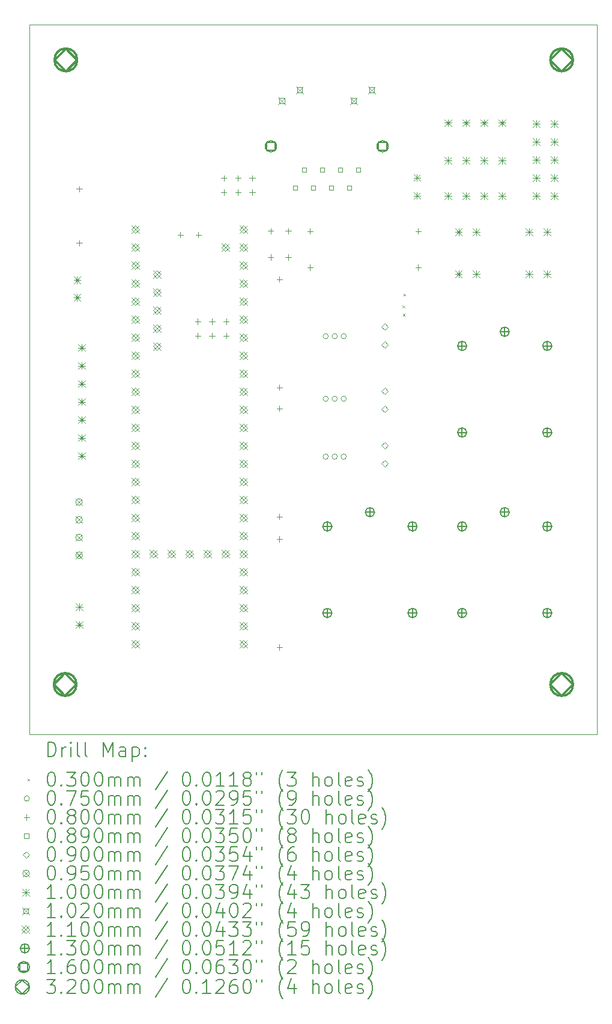
<source format=gbr>
%TF.GenerationSoftware,KiCad,Pcbnew,8.0.1*%
%TF.CreationDate,2024-11-17T22:06:19-05:00*%
%TF.ProjectId,Main_4layer,4d61696e-5f34-46c6-9179-65722e6b6963,0*%
%TF.SameCoordinates,Original*%
%TF.FileFunction,Drillmap*%
%TF.FilePolarity,Positive*%
%FSLAX45Y45*%
G04 Gerber Fmt 4.5, Leading zero omitted, Abs format (unit mm)*
G04 Created by KiCad (PCBNEW 8.0.1) date 2024-11-17 22:06:19*
%MOMM*%
%LPD*%
G01*
G04 APERTURE LIST*
%ADD10C,0.050000*%
%ADD11C,0.200000*%
%ADD12C,0.100000*%
%ADD13C,0.102000*%
%ADD14C,0.110000*%
%ADD15C,0.130000*%
%ADD16C,0.160000*%
%ADD17C,0.320000*%
G04 APERTURE END LIST*
D10*
X11282000Y-4517000D02*
X19282000Y-4517000D01*
X19282000Y-14517000D01*
X11282000Y-14517000D01*
X11282000Y-4517000D01*
D11*
D12*
X16539000Y-8475000D02*
X16569000Y-8505000D01*
X16569000Y-8475000D02*
X16539000Y-8505000D01*
X16544000Y-8596000D02*
X16574000Y-8626000D01*
X16574000Y-8596000D02*
X16544000Y-8626000D01*
X16551000Y-8313000D02*
X16581000Y-8343000D01*
X16581000Y-8313000D02*
X16551000Y-8343000D01*
X15492243Y-8910837D02*
G75*
G02*
X15417243Y-8910837I-37500J0D01*
G01*
X15417243Y-8910837D02*
G75*
G02*
X15492243Y-8910837I37500J0D01*
G01*
X15492243Y-9790837D02*
G75*
G02*
X15417243Y-9790837I-37500J0D01*
G01*
X15417243Y-9790837D02*
G75*
G02*
X15492243Y-9790837I37500J0D01*
G01*
X15492243Y-10606837D02*
G75*
G02*
X15417243Y-10606837I-37500J0D01*
G01*
X15417243Y-10606837D02*
G75*
G02*
X15492243Y-10606837I37500J0D01*
G01*
X15619243Y-8910837D02*
G75*
G02*
X15544243Y-8910837I-37500J0D01*
G01*
X15544243Y-8910837D02*
G75*
G02*
X15619243Y-8910837I37500J0D01*
G01*
X15619243Y-9790837D02*
G75*
G02*
X15544243Y-9790837I-37500J0D01*
G01*
X15544243Y-9790837D02*
G75*
G02*
X15619243Y-9790837I37500J0D01*
G01*
X15619243Y-10606837D02*
G75*
G02*
X15544243Y-10606837I-37500J0D01*
G01*
X15544243Y-10606837D02*
G75*
G02*
X15619243Y-10606837I37500J0D01*
G01*
X15746243Y-8910837D02*
G75*
G02*
X15671243Y-8910837I-37500J0D01*
G01*
X15671243Y-8910837D02*
G75*
G02*
X15746243Y-8910837I37500J0D01*
G01*
X15746243Y-9790837D02*
G75*
G02*
X15671243Y-9790837I-37500J0D01*
G01*
X15671243Y-9790837D02*
G75*
G02*
X15746243Y-9790837I37500J0D01*
G01*
X15746243Y-10606837D02*
G75*
G02*
X15671243Y-10606837I-37500J0D01*
G01*
X15671243Y-10606837D02*
G75*
G02*
X15746243Y-10606837I37500J0D01*
G01*
X11982000Y-6795000D02*
X11982000Y-6875000D01*
X11942000Y-6835000D02*
X12022000Y-6835000D01*
X11982000Y-7557000D02*
X11982000Y-7637000D01*
X11942000Y-7597000D02*
X12022000Y-7597000D01*
X13407000Y-7440000D02*
X13407000Y-7520000D01*
X13367000Y-7480000D02*
X13447000Y-7480000D01*
X13652160Y-8664000D02*
X13652160Y-8744000D01*
X13612160Y-8704000D02*
X13692160Y-8704000D01*
X13652160Y-8864000D02*
X13652160Y-8944000D01*
X13612160Y-8904000D02*
X13692160Y-8904000D01*
X13661000Y-7440000D02*
X13661000Y-7520000D01*
X13621000Y-7480000D02*
X13701000Y-7480000D01*
X13852160Y-8664000D02*
X13852160Y-8744000D01*
X13812160Y-8704000D02*
X13892160Y-8704000D01*
X13852160Y-8864000D02*
X13852160Y-8944000D01*
X13812160Y-8904000D02*
X13892160Y-8904000D01*
X14019000Y-6642000D02*
X14019000Y-6722000D01*
X13979000Y-6682000D02*
X14059000Y-6682000D01*
X14019000Y-6842000D02*
X14019000Y-6922000D01*
X13979000Y-6882000D02*
X14059000Y-6882000D01*
X14052160Y-8664000D02*
X14052160Y-8744000D01*
X14012160Y-8704000D02*
X14092160Y-8704000D01*
X14052160Y-8864000D02*
X14052160Y-8944000D01*
X14012160Y-8904000D02*
X14092160Y-8904000D01*
X14219000Y-6642000D02*
X14219000Y-6722000D01*
X14179000Y-6682000D02*
X14259000Y-6682000D01*
X14219000Y-6842000D02*
X14219000Y-6922000D01*
X14179000Y-6882000D02*
X14259000Y-6882000D01*
X14419000Y-6642000D02*
X14419000Y-6722000D01*
X14379000Y-6682000D02*
X14459000Y-6682000D01*
X14419000Y-6842000D02*
X14419000Y-6922000D01*
X14379000Y-6882000D02*
X14459000Y-6882000D01*
X14679000Y-7387500D02*
X14679000Y-7467500D01*
X14639000Y-7427500D02*
X14719000Y-7427500D01*
X14679000Y-7757500D02*
X14679000Y-7837500D01*
X14639000Y-7797500D02*
X14719000Y-7797500D01*
X14804000Y-8068000D02*
X14804000Y-8148000D01*
X14764000Y-8108000D02*
X14844000Y-8108000D01*
X14804000Y-9592000D02*
X14804000Y-9672000D01*
X14764000Y-9632000D02*
X14844000Y-9632000D01*
X14804000Y-9888000D02*
X14804000Y-9968000D01*
X14764000Y-9928000D02*
X14844000Y-9928000D01*
X14804000Y-11412000D02*
X14804000Y-11492000D01*
X14764000Y-11452000D02*
X14844000Y-11452000D01*
X14804000Y-11728000D02*
X14804000Y-11808000D01*
X14764000Y-11768000D02*
X14844000Y-11768000D01*
X14804000Y-13252000D02*
X14804000Y-13332000D01*
X14764000Y-13292000D02*
X14844000Y-13292000D01*
X14929000Y-7387500D02*
X14929000Y-7467500D01*
X14889000Y-7427500D02*
X14969000Y-7427500D01*
X14929000Y-7757500D02*
X14929000Y-7837500D01*
X14889000Y-7797500D02*
X14969000Y-7797500D01*
X15237000Y-7390000D02*
X15237000Y-7470000D01*
X15197000Y-7430000D02*
X15277000Y-7430000D01*
X15237000Y-7900000D02*
X15237000Y-7980000D01*
X15197000Y-7940000D02*
X15277000Y-7940000D01*
X16761000Y-7390000D02*
X16761000Y-7470000D01*
X16721000Y-7430000D02*
X16801000Y-7430000D01*
X16761000Y-7900000D02*
X16761000Y-7980000D01*
X16721000Y-7940000D02*
X16801000Y-7940000D01*
X15057467Y-6850467D02*
X15057467Y-6787533D01*
X14994533Y-6787533D01*
X14994533Y-6850467D01*
X15057467Y-6850467D01*
X15184467Y-6596467D02*
X15184467Y-6533533D01*
X15121533Y-6533533D01*
X15121533Y-6596467D01*
X15184467Y-6596467D01*
X15311467Y-6850467D02*
X15311467Y-6787533D01*
X15248533Y-6787533D01*
X15248533Y-6850467D01*
X15311467Y-6850467D01*
X15438467Y-6596467D02*
X15438467Y-6533533D01*
X15375533Y-6533533D01*
X15375533Y-6596467D01*
X15438467Y-6596467D01*
X15565467Y-6850467D02*
X15565467Y-6787533D01*
X15502533Y-6787533D01*
X15502533Y-6850467D01*
X15565467Y-6850467D01*
X15692467Y-6596467D02*
X15692467Y-6533533D01*
X15629533Y-6533533D01*
X15629533Y-6596467D01*
X15692467Y-6596467D01*
X15819467Y-6850467D02*
X15819467Y-6787533D01*
X15756533Y-6787533D01*
X15756533Y-6850467D01*
X15819467Y-6850467D01*
X15946467Y-6596467D02*
X15946467Y-6533533D01*
X15883533Y-6533533D01*
X15883533Y-6596467D01*
X15946467Y-6596467D01*
X16288743Y-8821837D02*
X16333743Y-8776837D01*
X16288743Y-8731837D01*
X16243743Y-8776837D01*
X16288743Y-8821837D01*
X16288743Y-9075837D02*
X16333743Y-9030837D01*
X16288743Y-8985837D01*
X16243743Y-9030837D01*
X16288743Y-9075837D01*
X16288743Y-9728337D02*
X16333743Y-9683337D01*
X16288743Y-9638337D01*
X16243743Y-9683337D01*
X16288743Y-9728337D01*
X16288743Y-9982337D02*
X16333743Y-9937337D01*
X16288743Y-9892337D01*
X16243743Y-9937337D01*
X16288743Y-9982337D01*
X16288743Y-10495837D02*
X16333743Y-10450837D01*
X16288743Y-10405837D01*
X16243743Y-10450837D01*
X16288743Y-10495837D01*
X16288743Y-10749837D02*
X16333743Y-10704837D01*
X16288743Y-10659837D01*
X16243743Y-10704837D01*
X16288743Y-10749837D01*
X11931500Y-11198500D02*
X12026500Y-11293500D01*
X12026500Y-11198500D02*
X11931500Y-11293500D01*
X12026500Y-11246000D02*
G75*
G02*
X11931500Y-11246000I-47500J0D01*
G01*
X11931500Y-11246000D02*
G75*
G02*
X12026500Y-11246000I47500J0D01*
G01*
X11931500Y-11448500D02*
X12026500Y-11543500D01*
X12026500Y-11448500D02*
X11931500Y-11543500D01*
X12026500Y-11496000D02*
G75*
G02*
X11931500Y-11496000I-47500J0D01*
G01*
X11931500Y-11496000D02*
G75*
G02*
X12026500Y-11496000I47500J0D01*
G01*
X11931500Y-11698500D02*
X12026500Y-11793500D01*
X12026500Y-11698500D02*
X11931500Y-11793500D01*
X12026500Y-11746000D02*
G75*
G02*
X11931500Y-11746000I-47500J0D01*
G01*
X11931500Y-11746000D02*
G75*
G02*
X12026500Y-11746000I47500J0D01*
G01*
X11931500Y-11948500D02*
X12026500Y-12043500D01*
X12026500Y-11948500D02*
X11931500Y-12043500D01*
X12026500Y-11996000D02*
G75*
G02*
X11931500Y-11996000I-47500J0D01*
G01*
X11931500Y-11996000D02*
G75*
G02*
X12026500Y-11996000I47500J0D01*
G01*
X11902000Y-8067000D02*
X12002000Y-8167000D01*
X12002000Y-8067000D02*
X11902000Y-8167000D01*
X11952000Y-8067000D02*
X11952000Y-8167000D01*
X11902000Y-8117000D02*
X12002000Y-8117000D01*
X11902000Y-8317000D02*
X12002000Y-8417000D01*
X12002000Y-8317000D02*
X11902000Y-8417000D01*
X11952000Y-8317000D02*
X11952000Y-8417000D01*
X11902000Y-8367000D02*
X12002000Y-8367000D01*
X11929000Y-12675000D02*
X12029000Y-12775000D01*
X12029000Y-12675000D02*
X11929000Y-12775000D01*
X11979000Y-12675000D02*
X11979000Y-12775000D01*
X11929000Y-12725000D02*
X12029000Y-12725000D01*
X11929000Y-12925000D02*
X12029000Y-13025000D01*
X12029000Y-12925000D02*
X11929000Y-13025000D01*
X11979000Y-12925000D02*
X11979000Y-13025000D01*
X11929000Y-12975000D02*
X12029000Y-12975000D01*
X11963000Y-9022000D02*
X12063000Y-9122000D01*
X12063000Y-9022000D02*
X11963000Y-9122000D01*
X12013000Y-9022000D02*
X12013000Y-9122000D01*
X11963000Y-9072000D02*
X12063000Y-9072000D01*
X11963000Y-9276000D02*
X12063000Y-9376000D01*
X12063000Y-9276000D02*
X11963000Y-9376000D01*
X12013000Y-9276000D02*
X12013000Y-9376000D01*
X11963000Y-9326000D02*
X12063000Y-9326000D01*
X11963000Y-9530000D02*
X12063000Y-9630000D01*
X12063000Y-9530000D02*
X11963000Y-9630000D01*
X12013000Y-9530000D02*
X12013000Y-9630000D01*
X11963000Y-9580000D02*
X12063000Y-9580000D01*
X11963000Y-9784000D02*
X12063000Y-9884000D01*
X12063000Y-9784000D02*
X11963000Y-9884000D01*
X12013000Y-9784000D02*
X12013000Y-9884000D01*
X11963000Y-9834000D02*
X12063000Y-9834000D01*
X11963000Y-10038000D02*
X12063000Y-10138000D01*
X12063000Y-10038000D02*
X11963000Y-10138000D01*
X12013000Y-10038000D02*
X12013000Y-10138000D01*
X11963000Y-10088000D02*
X12063000Y-10088000D01*
X11963000Y-10292000D02*
X12063000Y-10392000D01*
X12063000Y-10292000D02*
X11963000Y-10392000D01*
X12013000Y-10292000D02*
X12013000Y-10392000D01*
X11963000Y-10342000D02*
X12063000Y-10342000D01*
X11963000Y-10546000D02*
X12063000Y-10646000D01*
X12063000Y-10546000D02*
X11963000Y-10646000D01*
X12013000Y-10546000D02*
X12013000Y-10646000D01*
X11963000Y-10596000D02*
X12063000Y-10596000D01*
X16694000Y-6626000D02*
X16794000Y-6726000D01*
X16794000Y-6626000D02*
X16694000Y-6726000D01*
X16744000Y-6626000D02*
X16744000Y-6726000D01*
X16694000Y-6676000D02*
X16794000Y-6676000D01*
X16694000Y-6880000D02*
X16794000Y-6980000D01*
X16794000Y-6880000D02*
X16694000Y-6980000D01*
X16744000Y-6880000D02*
X16744000Y-6980000D01*
X16694000Y-6930000D02*
X16794000Y-6930000D01*
X17132000Y-5855000D02*
X17232000Y-5955000D01*
X17232000Y-5855000D02*
X17132000Y-5955000D01*
X17182000Y-5855000D02*
X17182000Y-5955000D01*
X17132000Y-5905000D02*
X17232000Y-5905000D01*
X17132000Y-6382500D02*
X17232000Y-6482500D01*
X17232000Y-6382500D02*
X17132000Y-6482500D01*
X17182000Y-6382500D02*
X17182000Y-6482500D01*
X17132000Y-6432500D02*
X17232000Y-6432500D01*
X17132000Y-6881000D02*
X17232000Y-6981000D01*
X17232000Y-6881000D02*
X17132000Y-6981000D01*
X17182000Y-6881000D02*
X17182000Y-6981000D01*
X17132000Y-6931000D02*
X17232000Y-6931000D01*
X17279000Y-7395000D02*
X17379000Y-7495000D01*
X17379000Y-7395000D02*
X17279000Y-7495000D01*
X17329000Y-7395000D02*
X17329000Y-7495000D01*
X17279000Y-7445000D02*
X17379000Y-7445000D01*
X17279000Y-7982500D02*
X17379000Y-8082500D01*
X17379000Y-7982500D02*
X17279000Y-8082500D01*
X17329000Y-7982500D02*
X17329000Y-8082500D01*
X17279000Y-8032500D02*
X17379000Y-8032500D01*
X17386000Y-5855000D02*
X17486000Y-5955000D01*
X17486000Y-5855000D02*
X17386000Y-5955000D01*
X17436000Y-5855000D02*
X17436000Y-5955000D01*
X17386000Y-5905000D02*
X17486000Y-5905000D01*
X17386000Y-6382500D02*
X17486000Y-6482500D01*
X17486000Y-6382500D02*
X17386000Y-6482500D01*
X17436000Y-6382500D02*
X17436000Y-6482500D01*
X17386000Y-6432500D02*
X17486000Y-6432500D01*
X17386000Y-6881000D02*
X17486000Y-6981000D01*
X17486000Y-6881000D02*
X17386000Y-6981000D01*
X17436000Y-6881000D02*
X17436000Y-6981000D01*
X17386000Y-6931000D02*
X17486000Y-6931000D01*
X17529000Y-7395000D02*
X17629000Y-7495000D01*
X17629000Y-7395000D02*
X17529000Y-7495000D01*
X17579000Y-7395000D02*
X17579000Y-7495000D01*
X17529000Y-7445000D02*
X17629000Y-7445000D01*
X17529000Y-7982500D02*
X17629000Y-8082500D01*
X17629000Y-7982500D02*
X17529000Y-8082500D01*
X17579000Y-7982500D02*
X17579000Y-8082500D01*
X17529000Y-8032500D02*
X17629000Y-8032500D01*
X17640000Y-5855000D02*
X17740000Y-5955000D01*
X17740000Y-5855000D02*
X17640000Y-5955000D01*
X17690000Y-5855000D02*
X17690000Y-5955000D01*
X17640000Y-5905000D02*
X17740000Y-5905000D01*
X17640000Y-6382500D02*
X17740000Y-6482500D01*
X17740000Y-6382500D02*
X17640000Y-6482500D01*
X17690000Y-6382500D02*
X17690000Y-6482500D01*
X17640000Y-6432500D02*
X17740000Y-6432500D01*
X17640000Y-6881000D02*
X17740000Y-6981000D01*
X17740000Y-6881000D02*
X17640000Y-6981000D01*
X17690000Y-6881000D02*
X17690000Y-6981000D01*
X17640000Y-6931000D02*
X17740000Y-6931000D01*
X17894000Y-5855000D02*
X17994000Y-5955000D01*
X17994000Y-5855000D02*
X17894000Y-5955000D01*
X17944000Y-5855000D02*
X17944000Y-5955000D01*
X17894000Y-5905000D02*
X17994000Y-5905000D01*
X17894000Y-6382500D02*
X17994000Y-6482500D01*
X17994000Y-6382500D02*
X17894000Y-6482500D01*
X17944000Y-6382500D02*
X17944000Y-6482500D01*
X17894000Y-6432500D02*
X17994000Y-6432500D01*
X17894000Y-6881000D02*
X17994000Y-6981000D01*
X17994000Y-6881000D02*
X17894000Y-6981000D01*
X17944000Y-6881000D02*
X17944000Y-6981000D01*
X17894000Y-6931000D02*
X17994000Y-6931000D01*
X18274000Y-7395000D02*
X18374000Y-7495000D01*
X18374000Y-7395000D02*
X18274000Y-7495000D01*
X18324000Y-7395000D02*
X18324000Y-7495000D01*
X18274000Y-7445000D02*
X18374000Y-7445000D01*
X18274000Y-7982500D02*
X18374000Y-8082500D01*
X18374000Y-7982500D02*
X18274000Y-8082500D01*
X18324000Y-7982500D02*
X18324000Y-8082500D01*
X18274000Y-8032500D02*
X18374000Y-8032500D01*
X18376500Y-5866000D02*
X18476500Y-5966000D01*
X18476500Y-5866000D02*
X18376500Y-5966000D01*
X18426500Y-5866000D02*
X18426500Y-5966000D01*
X18376500Y-5916000D02*
X18476500Y-5916000D01*
X18376500Y-6120000D02*
X18476500Y-6220000D01*
X18476500Y-6120000D02*
X18376500Y-6220000D01*
X18426500Y-6120000D02*
X18426500Y-6220000D01*
X18376500Y-6170000D02*
X18476500Y-6170000D01*
X18376500Y-6374000D02*
X18476500Y-6474000D01*
X18476500Y-6374000D02*
X18376500Y-6474000D01*
X18426500Y-6374000D02*
X18426500Y-6474000D01*
X18376500Y-6424000D02*
X18476500Y-6424000D01*
X18376500Y-6628000D02*
X18476500Y-6728000D01*
X18476500Y-6628000D02*
X18376500Y-6728000D01*
X18426500Y-6628000D02*
X18426500Y-6728000D01*
X18376500Y-6678000D02*
X18476500Y-6678000D01*
X18376500Y-6882000D02*
X18476500Y-6982000D01*
X18476500Y-6882000D02*
X18376500Y-6982000D01*
X18426500Y-6882000D02*
X18426500Y-6982000D01*
X18376500Y-6932000D02*
X18476500Y-6932000D01*
X18524000Y-7395000D02*
X18624000Y-7495000D01*
X18624000Y-7395000D02*
X18524000Y-7495000D01*
X18574000Y-7395000D02*
X18574000Y-7495000D01*
X18524000Y-7445000D02*
X18624000Y-7445000D01*
X18524000Y-7982500D02*
X18624000Y-8082500D01*
X18624000Y-7982500D02*
X18524000Y-8082500D01*
X18574000Y-7982500D02*
X18574000Y-8082500D01*
X18524000Y-8032500D02*
X18624000Y-8032500D01*
X18630500Y-5866000D02*
X18730500Y-5966000D01*
X18730500Y-5866000D02*
X18630500Y-5966000D01*
X18680500Y-5866000D02*
X18680500Y-5966000D01*
X18630500Y-5916000D02*
X18730500Y-5916000D01*
X18630500Y-6120000D02*
X18730500Y-6220000D01*
X18730500Y-6120000D02*
X18630500Y-6220000D01*
X18680500Y-6120000D02*
X18680500Y-6220000D01*
X18630500Y-6170000D02*
X18730500Y-6170000D01*
X18630500Y-6374000D02*
X18730500Y-6474000D01*
X18730500Y-6374000D02*
X18630500Y-6474000D01*
X18680500Y-6374000D02*
X18680500Y-6474000D01*
X18630500Y-6424000D02*
X18730500Y-6424000D01*
X18630500Y-6628000D02*
X18730500Y-6728000D01*
X18730500Y-6628000D02*
X18630500Y-6728000D01*
X18680500Y-6628000D02*
X18680500Y-6728000D01*
X18630500Y-6678000D02*
X18730500Y-6678000D01*
X18630500Y-6882000D02*
X18730500Y-6982000D01*
X18730500Y-6882000D02*
X18630500Y-6982000D01*
X18680500Y-6882000D02*
X18680500Y-6982000D01*
X18630500Y-6932000D02*
X18730500Y-6932000D01*
D13*
X14787000Y-5541000D02*
X14889000Y-5643000D01*
X14889000Y-5541000D02*
X14787000Y-5643000D01*
X14874063Y-5628063D02*
X14874063Y-5555937D01*
X14801937Y-5555937D01*
X14801937Y-5628063D01*
X14874063Y-5628063D01*
X15038500Y-5389000D02*
X15140500Y-5491000D01*
X15140500Y-5389000D02*
X15038500Y-5491000D01*
X15125563Y-5476063D02*
X15125563Y-5403937D01*
X15053437Y-5403937D01*
X15053437Y-5476063D01*
X15125563Y-5476063D01*
X15800500Y-5541000D02*
X15902500Y-5643000D01*
X15902500Y-5541000D02*
X15800500Y-5643000D01*
X15887563Y-5628063D02*
X15887563Y-5555937D01*
X15815437Y-5555937D01*
X15815437Y-5628063D01*
X15887563Y-5628063D01*
X16052000Y-5389000D02*
X16154000Y-5491000D01*
X16154000Y-5389000D02*
X16052000Y-5491000D01*
X16139063Y-5476063D02*
X16139063Y-5403937D01*
X16066937Y-5403937D01*
X16066937Y-5476063D01*
X16139063Y-5476063D01*
D14*
X12717000Y-7352000D02*
X12827000Y-7462000D01*
X12827000Y-7352000D02*
X12717000Y-7462000D01*
X12772000Y-7462000D02*
X12827000Y-7407000D01*
X12772000Y-7352000D01*
X12717000Y-7407000D01*
X12772000Y-7462000D01*
X12717000Y-7606000D02*
X12827000Y-7716000D01*
X12827000Y-7606000D02*
X12717000Y-7716000D01*
X12772000Y-7716000D02*
X12827000Y-7661000D01*
X12772000Y-7606000D01*
X12717000Y-7661000D01*
X12772000Y-7716000D01*
X12717000Y-7860000D02*
X12827000Y-7970000D01*
X12827000Y-7860000D02*
X12717000Y-7970000D01*
X12772000Y-7970000D02*
X12827000Y-7915000D01*
X12772000Y-7860000D01*
X12717000Y-7915000D01*
X12772000Y-7970000D01*
X12717000Y-8114000D02*
X12827000Y-8224000D01*
X12827000Y-8114000D02*
X12717000Y-8224000D01*
X12772000Y-8224000D02*
X12827000Y-8169000D01*
X12772000Y-8114000D01*
X12717000Y-8169000D01*
X12772000Y-8224000D01*
X12717000Y-8368000D02*
X12827000Y-8478000D01*
X12827000Y-8368000D02*
X12717000Y-8478000D01*
X12772000Y-8478000D02*
X12827000Y-8423000D01*
X12772000Y-8368000D01*
X12717000Y-8423000D01*
X12772000Y-8478000D01*
X12717000Y-8622000D02*
X12827000Y-8732000D01*
X12827000Y-8622000D02*
X12717000Y-8732000D01*
X12772000Y-8732000D02*
X12827000Y-8677000D01*
X12772000Y-8622000D01*
X12717000Y-8677000D01*
X12772000Y-8732000D01*
X12717000Y-8876000D02*
X12827000Y-8986000D01*
X12827000Y-8876000D02*
X12717000Y-8986000D01*
X12772000Y-8986000D02*
X12827000Y-8931000D01*
X12772000Y-8876000D01*
X12717000Y-8931000D01*
X12772000Y-8986000D01*
X12717000Y-9130000D02*
X12827000Y-9240000D01*
X12827000Y-9130000D02*
X12717000Y-9240000D01*
X12772000Y-9240000D02*
X12827000Y-9185000D01*
X12772000Y-9130000D01*
X12717000Y-9185000D01*
X12772000Y-9240000D01*
X12717000Y-9384000D02*
X12827000Y-9494000D01*
X12827000Y-9384000D02*
X12717000Y-9494000D01*
X12772000Y-9494000D02*
X12827000Y-9439000D01*
X12772000Y-9384000D01*
X12717000Y-9439000D01*
X12772000Y-9494000D01*
X12717000Y-9638000D02*
X12827000Y-9748000D01*
X12827000Y-9638000D02*
X12717000Y-9748000D01*
X12772000Y-9748000D02*
X12827000Y-9693000D01*
X12772000Y-9638000D01*
X12717000Y-9693000D01*
X12772000Y-9748000D01*
X12717000Y-9892000D02*
X12827000Y-10002000D01*
X12827000Y-9892000D02*
X12717000Y-10002000D01*
X12772000Y-10002000D02*
X12827000Y-9947000D01*
X12772000Y-9892000D01*
X12717000Y-9947000D01*
X12772000Y-10002000D01*
X12717000Y-10146000D02*
X12827000Y-10256000D01*
X12827000Y-10146000D02*
X12717000Y-10256000D01*
X12772000Y-10256000D02*
X12827000Y-10201000D01*
X12772000Y-10146000D01*
X12717000Y-10201000D01*
X12772000Y-10256000D01*
X12717000Y-10400000D02*
X12827000Y-10510000D01*
X12827000Y-10400000D02*
X12717000Y-10510000D01*
X12772000Y-10510000D02*
X12827000Y-10455000D01*
X12772000Y-10400000D01*
X12717000Y-10455000D01*
X12772000Y-10510000D01*
X12717000Y-10654000D02*
X12827000Y-10764000D01*
X12827000Y-10654000D02*
X12717000Y-10764000D01*
X12772000Y-10764000D02*
X12827000Y-10709000D01*
X12772000Y-10654000D01*
X12717000Y-10709000D01*
X12772000Y-10764000D01*
X12717000Y-10908000D02*
X12827000Y-11018000D01*
X12827000Y-10908000D02*
X12717000Y-11018000D01*
X12772000Y-11018000D02*
X12827000Y-10963000D01*
X12772000Y-10908000D01*
X12717000Y-10963000D01*
X12772000Y-11018000D01*
X12717000Y-11162000D02*
X12827000Y-11272000D01*
X12827000Y-11162000D02*
X12717000Y-11272000D01*
X12772000Y-11272000D02*
X12827000Y-11217000D01*
X12772000Y-11162000D01*
X12717000Y-11217000D01*
X12772000Y-11272000D01*
X12717000Y-11416000D02*
X12827000Y-11526000D01*
X12827000Y-11416000D02*
X12717000Y-11526000D01*
X12772000Y-11526000D02*
X12827000Y-11471000D01*
X12772000Y-11416000D01*
X12717000Y-11471000D01*
X12772000Y-11526000D01*
X12717000Y-11670000D02*
X12827000Y-11780000D01*
X12827000Y-11670000D02*
X12717000Y-11780000D01*
X12772000Y-11780000D02*
X12827000Y-11725000D01*
X12772000Y-11670000D01*
X12717000Y-11725000D01*
X12772000Y-11780000D01*
X12717000Y-11924000D02*
X12827000Y-12034000D01*
X12827000Y-11924000D02*
X12717000Y-12034000D01*
X12772000Y-12034000D02*
X12827000Y-11979000D01*
X12772000Y-11924000D01*
X12717000Y-11979000D01*
X12772000Y-12034000D01*
X12717000Y-12178000D02*
X12827000Y-12288000D01*
X12827000Y-12178000D02*
X12717000Y-12288000D01*
X12772000Y-12288000D02*
X12827000Y-12233000D01*
X12772000Y-12178000D01*
X12717000Y-12233000D01*
X12772000Y-12288000D01*
X12717000Y-12432000D02*
X12827000Y-12542000D01*
X12827000Y-12432000D02*
X12717000Y-12542000D01*
X12772000Y-12542000D02*
X12827000Y-12487000D01*
X12772000Y-12432000D01*
X12717000Y-12487000D01*
X12772000Y-12542000D01*
X12717000Y-12686000D02*
X12827000Y-12796000D01*
X12827000Y-12686000D02*
X12717000Y-12796000D01*
X12772000Y-12796000D02*
X12827000Y-12741000D01*
X12772000Y-12686000D01*
X12717000Y-12741000D01*
X12772000Y-12796000D01*
X12717000Y-12940000D02*
X12827000Y-13050000D01*
X12827000Y-12940000D02*
X12717000Y-13050000D01*
X12772000Y-13050000D02*
X12827000Y-12995000D01*
X12772000Y-12940000D01*
X12717000Y-12995000D01*
X12772000Y-13050000D01*
X12717000Y-13194000D02*
X12827000Y-13304000D01*
X12827000Y-13194000D02*
X12717000Y-13304000D01*
X12772000Y-13304000D02*
X12827000Y-13249000D01*
X12772000Y-13194000D01*
X12717000Y-13249000D01*
X12772000Y-13304000D01*
X12971000Y-11924000D02*
X13081000Y-12034000D01*
X13081000Y-11924000D02*
X12971000Y-12034000D01*
X13026000Y-12034000D02*
X13081000Y-11979000D01*
X13026000Y-11924000D01*
X12971000Y-11979000D01*
X13026000Y-12034000D01*
X13022080Y-7981920D02*
X13132080Y-8091920D01*
X13132080Y-7981920D02*
X13022080Y-8091920D01*
X13077080Y-8091920D02*
X13132080Y-8036920D01*
X13077080Y-7981920D01*
X13022080Y-8036920D01*
X13077080Y-8091920D01*
X13022080Y-8235920D02*
X13132080Y-8345920D01*
X13132080Y-8235920D02*
X13022080Y-8345920D01*
X13077080Y-8345920D02*
X13132080Y-8290920D01*
X13077080Y-8235920D01*
X13022080Y-8290920D01*
X13077080Y-8345920D01*
X13022080Y-8489920D02*
X13132080Y-8599920D01*
X13132080Y-8489920D02*
X13022080Y-8599920D01*
X13077080Y-8599920D02*
X13132080Y-8544920D01*
X13077080Y-8489920D01*
X13022080Y-8544920D01*
X13077080Y-8599920D01*
X13022080Y-8743920D02*
X13132080Y-8853920D01*
X13132080Y-8743920D02*
X13022080Y-8853920D01*
X13077080Y-8853920D02*
X13132080Y-8798920D01*
X13077080Y-8743920D01*
X13022080Y-8798920D01*
X13077080Y-8853920D01*
X13022080Y-8997920D02*
X13132080Y-9107920D01*
X13132080Y-8997920D02*
X13022080Y-9107920D01*
X13077080Y-9107920D02*
X13132080Y-9052920D01*
X13077080Y-8997920D01*
X13022080Y-9052920D01*
X13077080Y-9107920D01*
X13225000Y-11924000D02*
X13335000Y-12034000D01*
X13335000Y-11924000D02*
X13225000Y-12034000D01*
X13280000Y-12034000D02*
X13335000Y-11979000D01*
X13280000Y-11924000D01*
X13225000Y-11979000D01*
X13280000Y-12034000D01*
X13479000Y-11924000D02*
X13589000Y-12034000D01*
X13589000Y-11924000D02*
X13479000Y-12034000D01*
X13534000Y-12034000D02*
X13589000Y-11979000D01*
X13534000Y-11924000D01*
X13479000Y-11979000D01*
X13534000Y-12034000D01*
X13733000Y-11924000D02*
X13843000Y-12034000D01*
X13843000Y-11924000D02*
X13733000Y-12034000D01*
X13788000Y-12034000D02*
X13843000Y-11979000D01*
X13788000Y-11924000D01*
X13733000Y-11979000D01*
X13788000Y-12034000D01*
X13987000Y-7606000D02*
X14097000Y-7716000D01*
X14097000Y-7606000D02*
X13987000Y-7716000D01*
X14042000Y-7716000D02*
X14097000Y-7661000D01*
X14042000Y-7606000D01*
X13987000Y-7661000D01*
X14042000Y-7716000D01*
X13987000Y-11924000D02*
X14097000Y-12034000D01*
X14097000Y-11924000D02*
X13987000Y-12034000D01*
X14042000Y-12034000D02*
X14097000Y-11979000D01*
X14042000Y-11924000D01*
X13987000Y-11979000D01*
X14042000Y-12034000D01*
X14241000Y-7352000D02*
X14351000Y-7462000D01*
X14351000Y-7352000D02*
X14241000Y-7462000D01*
X14296000Y-7462000D02*
X14351000Y-7407000D01*
X14296000Y-7352000D01*
X14241000Y-7407000D01*
X14296000Y-7462000D01*
X14241000Y-7606000D02*
X14351000Y-7716000D01*
X14351000Y-7606000D02*
X14241000Y-7716000D01*
X14296000Y-7716000D02*
X14351000Y-7661000D01*
X14296000Y-7606000D01*
X14241000Y-7661000D01*
X14296000Y-7716000D01*
X14241000Y-7860000D02*
X14351000Y-7970000D01*
X14351000Y-7860000D02*
X14241000Y-7970000D01*
X14296000Y-7970000D02*
X14351000Y-7915000D01*
X14296000Y-7860000D01*
X14241000Y-7915000D01*
X14296000Y-7970000D01*
X14241000Y-8114000D02*
X14351000Y-8224000D01*
X14351000Y-8114000D02*
X14241000Y-8224000D01*
X14296000Y-8224000D02*
X14351000Y-8169000D01*
X14296000Y-8114000D01*
X14241000Y-8169000D01*
X14296000Y-8224000D01*
X14241000Y-8368000D02*
X14351000Y-8478000D01*
X14351000Y-8368000D02*
X14241000Y-8478000D01*
X14296000Y-8478000D02*
X14351000Y-8423000D01*
X14296000Y-8368000D01*
X14241000Y-8423000D01*
X14296000Y-8478000D01*
X14241000Y-8622000D02*
X14351000Y-8732000D01*
X14351000Y-8622000D02*
X14241000Y-8732000D01*
X14296000Y-8732000D02*
X14351000Y-8677000D01*
X14296000Y-8622000D01*
X14241000Y-8677000D01*
X14296000Y-8732000D01*
X14241000Y-8876000D02*
X14351000Y-8986000D01*
X14351000Y-8876000D02*
X14241000Y-8986000D01*
X14296000Y-8986000D02*
X14351000Y-8931000D01*
X14296000Y-8876000D01*
X14241000Y-8931000D01*
X14296000Y-8986000D01*
X14241000Y-9130000D02*
X14351000Y-9240000D01*
X14351000Y-9130000D02*
X14241000Y-9240000D01*
X14296000Y-9240000D02*
X14351000Y-9185000D01*
X14296000Y-9130000D01*
X14241000Y-9185000D01*
X14296000Y-9240000D01*
X14241000Y-9384000D02*
X14351000Y-9494000D01*
X14351000Y-9384000D02*
X14241000Y-9494000D01*
X14296000Y-9494000D02*
X14351000Y-9439000D01*
X14296000Y-9384000D01*
X14241000Y-9439000D01*
X14296000Y-9494000D01*
X14241000Y-9638000D02*
X14351000Y-9748000D01*
X14351000Y-9638000D02*
X14241000Y-9748000D01*
X14296000Y-9748000D02*
X14351000Y-9693000D01*
X14296000Y-9638000D01*
X14241000Y-9693000D01*
X14296000Y-9748000D01*
X14241000Y-9892000D02*
X14351000Y-10002000D01*
X14351000Y-9892000D02*
X14241000Y-10002000D01*
X14296000Y-10002000D02*
X14351000Y-9947000D01*
X14296000Y-9892000D01*
X14241000Y-9947000D01*
X14296000Y-10002000D01*
X14241000Y-10146000D02*
X14351000Y-10256000D01*
X14351000Y-10146000D02*
X14241000Y-10256000D01*
X14296000Y-10256000D02*
X14351000Y-10201000D01*
X14296000Y-10146000D01*
X14241000Y-10201000D01*
X14296000Y-10256000D01*
X14241000Y-10400000D02*
X14351000Y-10510000D01*
X14351000Y-10400000D02*
X14241000Y-10510000D01*
X14296000Y-10510000D02*
X14351000Y-10455000D01*
X14296000Y-10400000D01*
X14241000Y-10455000D01*
X14296000Y-10510000D01*
X14241000Y-10654000D02*
X14351000Y-10764000D01*
X14351000Y-10654000D02*
X14241000Y-10764000D01*
X14296000Y-10764000D02*
X14351000Y-10709000D01*
X14296000Y-10654000D01*
X14241000Y-10709000D01*
X14296000Y-10764000D01*
X14241000Y-10908000D02*
X14351000Y-11018000D01*
X14351000Y-10908000D02*
X14241000Y-11018000D01*
X14296000Y-11018000D02*
X14351000Y-10963000D01*
X14296000Y-10908000D01*
X14241000Y-10963000D01*
X14296000Y-11018000D01*
X14241000Y-11162000D02*
X14351000Y-11272000D01*
X14351000Y-11162000D02*
X14241000Y-11272000D01*
X14296000Y-11272000D02*
X14351000Y-11217000D01*
X14296000Y-11162000D01*
X14241000Y-11217000D01*
X14296000Y-11272000D01*
X14241000Y-11416000D02*
X14351000Y-11526000D01*
X14351000Y-11416000D02*
X14241000Y-11526000D01*
X14296000Y-11526000D02*
X14351000Y-11471000D01*
X14296000Y-11416000D01*
X14241000Y-11471000D01*
X14296000Y-11526000D01*
X14241000Y-11670000D02*
X14351000Y-11780000D01*
X14351000Y-11670000D02*
X14241000Y-11780000D01*
X14296000Y-11780000D02*
X14351000Y-11725000D01*
X14296000Y-11670000D01*
X14241000Y-11725000D01*
X14296000Y-11780000D01*
X14241000Y-11924000D02*
X14351000Y-12034000D01*
X14351000Y-11924000D02*
X14241000Y-12034000D01*
X14296000Y-12034000D02*
X14351000Y-11979000D01*
X14296000Y-11924000D01*
X14241000Y-11979000D01*
X14296000Y-12034000D01*
X14241000Y-12178000D02*
X14351000Y-12288000D01*
X14351000Y-12178000D02*
X14241000Y-12288000D01*
X14296000Y-12288000D02*
X14351000Y-12233000D01*
X14296000Y-12178000D01*
X14241000Y-12233000D01*
X14296000Y-12288000D01*
X14241000Y-12432000D02*
X14351000Y-12542000D01*
X14351000Y-12432000D02*
X14241000Y-12542000D01*
X14296000Y-12542000D02*
X14351000Y-12487000D01*
X14296000Y-12432000D01*
X14241000Y-12487000D01*
X14296000Y-12542000D01*
X14241000Y-12686000D02*
X14351000Y-12796000D01*
X14351000Y-12686000D02*
X14241000Y-12796000D01*
X14296000Y-12796000D02*
X14351000Y-12741000D01*
X14296000Y-12686000D01*
X14241000Y-12741000D01*
X14296000Y-12796000D01*
X14241000Y-12940000D02*
X14351000Y-13050000D01*
X14351000Y-12940000D02*
X14241000Y-13050000D01*
X14296000Y-13050000D02*
X14351000Y-12995000D01*
X14296000Y-12940000D01*
X14241000Y-12995000D01*
X14296000Y-13050000D01*
X14241000Y-13194000D02*
X14351000Y-13304000D01*
X14351000Y-13194000D02*
X14241000Y-13304000D01*
X14296000Y-13304000D02*
X14351000Y-13249000D01*
X14296000Y-13194000D01*
X14241000Y-13249000D01*
X14296000Y-13304000D01*
D15*
X15479000Y-11525000D02*
X15479000Y-11655000D01*
X15414000Y-11590000D02*
X15544000Y-11590000D01*
X15544000Y-11590000D02*
G75*
G02*
X15414000Y-11590000I-65000J0D01*
G01*
X15414000Y-11590000D02*
G75*
G02*
X15544000Y-11590000I65000J0D01*
G01*
X15479000Y-12745000D02*
X15479000Y-12875000D01*
X15414000Y-12810000D02*
X15544000Y-12810000D01*
X15544000Y-12810000D02*
G75*
G02*
X15414000Y-12810000I-65000J0D01*
G01*
X15414000Y-12810000D02*
G75*
G02*
X15544000Y-12810000I65000J0D01*
G01*
X16079000Y-11325000D02*
X16079000Y-11455000D01*
X16014000Y-11390000D02*
X16144000Y-11390000D01*
X16144000Y-11390000D02*
G75*
G02*
X16014000Y-11390000I-65000J0D01*
G01*
X16014000Y-11390000D02*
G75*
G02*
X16144000Y-11390000I65000J0D01*
G01*
X16679000Y-11525000D02*
X16679000Y-11655000D01*
X16614000Y-11590000D02*
X16744000Y-11590000D01*
X16744000Y-11590000D02*
G75*
G02*
X16614000Y-11590000I-65000J0D01*
G01*
X16614000Y-11590000D02*
G75*
G02*
X16744000Y-11590000I65000J0D01*
G01*
X16679000Y-12745000D02*
X16679000Y-12875000D01*
X16614000Y-12810000D02*
X16744000Y-12810000D01*
X16744000Y-12810000D02*
G75*
G02*
X16614000Y-12810000I-65000J0D01*
G01*
X16614000Y-12810000D02*
G75*
G02*
X16744000Y-12810000I65000J0D01*
G01*
X17379000Y-8982250D02*
X17379000Y-9112250D01*
X17314000Y-9047250D02*
X17444000Y-9047250D01*
X17444000Y-9047250D02*
G75*
G02*
X17314000Y-9047250I-65000J0D01*
G01*
X17314000Y-9047250D02*
G75*
G02*
X17444000Y-9047250I65000J0D01*
G01*
X17379000Y-10202250D02*
X17379000Y-10332250D01*
X17314000Y-10267250D02*
X17444000Y-10267250D01*
X17444000Y-10267250D02*
G75*
G02*
X17314000Y-10267250I-65000J0D01*
G01*
X17314000Y-10267250D02*
G75*
G02*
X17444000Y-10267250I65000J0D01*
G01*
X17379000Y-11525000D02*
X17379000Y-11655000D01*
X17314000Y-11590000D02*
X17444000Y-11590000D01*
X17444000Y-11590000D02*
G75*
G02*
X17314000Y-11590000I-65000J0D01*
G01*
X17314000Y-11590000D02*
G75*
G02*
X17444000Y-11590000I65000J0D01*
G01*
X17379000Y-12745000D02*
X17379000Y-12875000D01*
X17314000Y-12810000D02*
X17444000Y-12810000D01*
X17444000Y-12810000D02*
G75*
G02*
X17314000Y-12810000I-65000J0D01*
G01*
X17314000Y-12810000D02*
G75*
G02*
X17444000Y-12810000I65000J0D01*
G01*
X17979000Y-8782250D02*
X17979000Y-8912250D01*
X17914000Y-8847250D02*
X18044000Y-8847250D01*
X18044000Y-8847250D02*
G75*
G02*
X17914000Y-8847250I-65000J0D01*
G01*
X17914000Y-8847250D02*
G75*
G02*
X18044000Y-8847250I65000J0D01*
G01*
X17979000Y-11325000D02*
X17979000Y-11455000D01*
X17914000Y-11390000D02*
X18044000Y-11390000D01*
X18044000Y-11390000D02*
G75*
G02*
X17914000Y-11390000I-65000J0D01*
G01*
X17914000Y-11390000D02*
G75*
G02*
X18044000Y-11390000I65000J0D01*
G01*
X18579000Y-8982250D02*
X18579000Y-9112250D01*
X18514000Y-9047250D02*
X18644000Y-9047250D01*
X18644000Y-9047250D02*
G75*
G02*
X18514000Y-9047250I-65000J0D01*
G01*
X18514000Y-9047250D02*
G75*
G02*
X18644000Y-9047250I65000J0D01*
G01*
X18579000Y-10202250D02*
X18579000Y-10332250D01*
X18514000Y-10267250D02*
X18644000Y-10267250D01*
X18644000Y-10267250D02*
G75*
G02*
X18514000Y-10267250I-65000J0D01*
G01*
X18514000Y-10267250D02*
G75*
G02*
X18644000Y-10267250I65000J0D01*
G01*
X18579000Y-11525000D02*
X18579000Y-11655000D01*
X18514000Y-11590000D02*
X18644000Y-11590000D01*
X18644000Y-11590000D02*
G75*
G02*
X18514000Y-11590000I-65000J0D01*
G01*
X18514000Y-11590000D02*
G75*
G02*
X18644000Y-11590000I65000J0D01*
G01*
X18579000Y-12745000D02*
X18579000Y-12875000D01*
X18514000Y-12810000D02*
X18644000Y-12810000D01*
X18644000Y-12810000D02*
G75*
G02*
X18514000Y-12810000I-65000J0D01*
G01*
X18514000Y-12810000D02*
G75*
G02*
X18644000Y-12810000I65000J0D01*
G01*
D16*
X14739569Y-6291569D02*
X14739569Y-6178431D01*
X14626431Y-6178431D01*
X14626431Y-6291569D01*
X14739569Y-6291569D01*
X14763000Y-6235000D02*
G75*
G02*
X14603000Y-6235000I-80000J0D01*
G01*
X14603000Y-6235000D02*
G75*
G02*
X14763000Y-6235000I80000J0D01*
G01*
X16314569Y-6291569D02*
X16314569Y-6178431D01*
X16201431Y-6178431D01*
X16201431Y-6291569D01*
X16314569Y-6291569D01*
X16338000Y-6235000D02*
G75*
G02*
X16178000Y-6235000I-80000J0D01*
G01*
X16178000Y-6235000D02*
G75*
G02*
X16338000Y-6235000I80000J0D01*
G01*
D17*
X11782000Y-13977000D02*
X11942000Y-13817000D01*
X11782000Y-13657000D01*
X11622000Y-13817000D01*
X11782000Y-13977000D01*
X11942000Y-13817000D02*
G75*
G02*
X11622000Y-13817000I-160000J0D01*
G01*
X11622000Y-13817000D02*
G75*
G02*
X11942000Y-13817000I160000J0D01*
G01*
X11792000Y-5177000D02*
X11952000Y-5017000D01*
X11792000Y-4857000D01*
X11632000Y-5017000D01*
X11792000Y-5177000D01*
X11952000Y-5017000D02*
G75*
G02*
X11632000Y-5017000I-160000J0D01*
G01*
X11632000Y-5017000D02*
G75*
G02*
X11952000Y-5017000I160000J0D01*
G01*
X18782000Y-5177000D02*
X18942000Y-5017000D01*
X18782000Y-4857000D01*
X18622000Y-5017000D01*
X18782000Y-5177000D01*
X18942000Y-5017000D02*
G75*
G02*
X18622000Y-5017000I-160000J0D01*
G01*
X18622000Y-5017000D02*
G75*
G02*
X18942000Y-5017000I160000J0D01*
G01*
X18782000Y-13977000D02*
X18942000Y-13817000D01*
X18782000Y-13657000D01*
X18622000Y-13817000D01*
X18782000Y-13977000D01*
X18942000Y-13817000D02*
G75*
G02*
X18622000Y-13817000I-160000J0D01*
G01*
X18622000Y-13817000D02*
G75*
G02*
X18942000Y-13817000I160000J0D01*
G01*
D11*
X11540277Y-14830984D02*
X11540277Y-14630984D01*
X11540277Y-14630984D02*
X11587896Y-14630984D01*
X11587896Y-14630984D02*
X11616467Y-14640508D01*
X11616467Y-14640508D02*
X11635515Y-14659555D01*
X11635515Y-14659555D02*
X11645039Y-14678603D01*
X11645039Y-14678603D02*
X11654562Y-14716698D01*
X11654562Y-14716698D02*
X11654562Y-14745269D01*
X11654562Y-14745269D02*
X11645039Y-14783365D01*
X11645039Y-14783365D02*
X11635515Y-14802412D01*
X11635515Y-14802412D02*
X11616467Y-14821460D01*
X11616467Y-14821460D02*
X11587896Y-14830984D01*
X11587896Y-14830984D02*
X11540277Y-14830984D01*
X11740277Y-14830984D02*
X11740277Y-14697650D01*
X11740277Y-14735746D02*
X11749801Y-14716698D01*
X11749801Y-14716698D02*
X11759324Y-14707174D01*
X11759324Y-14707174D02*
X11778372Y-14697650D01*
X11778372Y-14697650D02*
X11797420Y-14697650D01*
X11864086Y-14830984D02*
X11864086Y-14697650D01*
X11864086Y-14630984D02*
X11854562Y-14640508D01*
X11854562Y-14640508D02*
X11864086Y-14650031D01*
X11864086Y-14650031D02*
X11873610Y-14640508D01*
X11873610Y-14640508D02*
X11864086Y-14630984D01*
X11864086Y-14630984D02*
X11864086Y-14650031D01*
X11987896Y-14830984D02*
X11968848Y-14821460D01*
X11968848Y-14821460D02*
X11959324Y-14802412D01*
X11959324Y-14802412D02*
X11959324Y-14630984D01*
X12092658Y-14830984D02*
X12073610Y-14821460D01*
X12073610Y-14821460D02*
X12064086Y-14802412D01*
X12064086Y-14802412D02*
X12064086Y-14630984D01*
X12321229Y-14830984D02*
X12321229Y-14630984D01*
X12321229Y-14630984D02*
X12387896Y-14773841D01*
X12387896Y-14773841D02*
X12454562Y-14630984D01*
X12454562Y-14630984D02*
X12454562Y-14830984D01*
X12635515Y-14830984D02*
X12635515Y-14726222D01*
X12635515Y-14726222D02*
X12625991Y-14707174D01*
X12625991Y-14707174D02*
X12606943Y-14697650D01*
X12606943Y-14697650D02*
X12568848Y-14697650D01*
X12568848Y-14697650D02*
X12549801Y-14707174D01*
X12635515Y-14821460D02*
X12616467Y-14830984D01*
X12616467Y-14830984D02*
X12568848Y-14830984D01*
X12568848Y-14830984D02*
X12549801Y-14821460D01*
X12549801Y-14821460D02*
X12540277Y-14802412D01*
X12540277Y-14802412D02*
X12540277Y-14783365D01*
X12540277Y-14783365D02*
X12549801Y-14764317D01*
X12549801Y-14764317D02*
X12568848Y-14754793D01*
X12568848Y-14754793D02*
X12616467Y-14754793D01*
X12616467Y-14754793D02*
X12635515Y-14745269D01*
X12730753Y-14697650D02*
X12730753Y-14897650D01*
X12730753Y-14707174D02*
X12749801Y-14697650D01*
X12749801Y-14697650D02*
X12787896Y-14697650D01*
X12787896Y-14697650D02*
X12806943Y-14707174D01*
X12806943Y-14707174D02*
X12816467Y-14716698D01*
X12816467Y-14716698D02*
X12825991Y-14735746D01*
X12825991Y-14735746D02*
X12825991Y-14792888D01*
X12825991Y-14792888D02*
X12816467Y-14811936D01*
X12816467Y-14811936D02*
X12806943Y-14821460D01*
X12806943Y-14821460D02*
X12787896Y-14830984D01*
X12787896Y-14830984D02*
X12749801Y-14830984D01*
X12749801Y-14830984D02*
X12730753Y-14821460D01*
X12911705Y-14811936D02*
X12921229Y-14821460D01*
X12921229Y-14821460D02*
X12911705Y-14830984D01*
X12911705Y-14830984D02*
X12902182Y-14821460D01*
X12902182Y-14821460D02*
X12911705Y-14811936D01*
X12911705Y-14811936D02*
X12911705Y-14830984D01*
X12911705Y-14707174D02*
X12921229Y-14716698D01*
X12921229Y-14716698D02*
X12911705Y-14726222D01*
X12911705Y-14726222D02*
X12902182Y-14716698D01*
X12902182Y-14716698D02*
X12911705Y-14707174D01*
X12911705Y-14707174D02*
X12911705Y-14726222D01*
D12*
X11249500Y-15144500D02*
X11279500Y-15174500D01*
X11279500Y-15144500D02*
X11249500Y-15174500D01*
D11*
X11578372Y-15050984D02*
X11597420Y-15050984D01*
X11597420Y-15050984D02*
X11616467Y-15060508D01*
X11616467Y-15060508D02*
X11625991Y-15070031D01*
X11625991Y-15070031D02*
X11635515Y-15089079D01*
X11635515Y-15089079D02*
X11645039Y-15127174D01*
X11645039Y-15127174D02*
X11645039Y-15174793D01*
X11645039Y-15174793D02*
X11635515Y-15212888D01*
X11635515Y-15212888D02*
X11625991Y-15231936D01*
X11625991Y-15231936D02*
X11616467Y-15241460D01*
X11616467Y-15241460D02*
X11597420Y-15250984D01*
X11597420Y-15250984D02*
X11578372Y-15250984D01*
X11578372Y-15250984D02*
X11559324Y-15241460D01*
X11559324Y-15241460D02*
X11549801Y-15231936D01*
X11549801Y-15231936D02*
X11540277Y-15212888D01*
X11540277Y-15212888D02*
X11530753Y-15174793D01*
X11530753Y-15174793D02*
X11530753Y-15127174D01*
X11530753Y-15127174D02*
X11540277Y-15089079D01*
X11540277Y-15089079D02*
X11549801Y-15070031D01*
X11549801Y-15070031D02*
X11559324Y-15060508D01*
X11559324Y-15060508D02*
X11578372Y-15050984D01*
X11730753Y-15231936D02*
X11740277Y-15241460D01*
X11740277Y-15241460D02*
X11730753Y-15250984D01*
X11730753Y-15250984D02*
X11721229Y-15241460D01*
X11721229Y-15241460D02*
X11730753Y-15231936D01*
X11730753Y-15231936D02*
X11730753Y-15250984D01*
X11806943Y-15050984D02*
X11930753Y-15050984D01*
X11930753Y-15050984D02*
X11864086Y-15127174D01*
X11864086Y-15127174D02*
X11892658Y-15127174D01*
X11892658Y-15127174D02*
X11911705Y-15136698D01*
X11911705Y-15136698D02*
X11921229Y-15146222D01*
X11921229Y-15146222D02*
X11930753Y-15165269D01*
X11930753Y-15165269D02*
X11930753Y-15212888D01*
X11930753Y-15212888D02*
X11921229Y-15231936D01*
X11921229Y-15231936D02*
X11911705Y-15241460D01*
X11911705Y-15241460D02*
X11892658Y-15250984D01*
X11892658Y-15250984D02*
X11835515Y-15250984D01*
X11835515Y-15250984D02*
X11816467Y-15241460D01*
X11816467Y-15241460D02*
X11806943Y-15231936D01*
X12054562Y-15050984D02*
X12073610Y-15050984D01*
X12073610Y-15050984D02*
X12092658Y-15060508D01*
X12092658Y-15060508D02*
X12102182Y-15070031D01*
X12102182Y-15070031D02*
X12111705Y-15089079D01*
X12111705Y-15089079D02*
X12121229Y-15127174D01*
X12121229Y-15127174D02*
X12121229Y-15174793D01*
X12121229Y-15174793D02*
X12111705Y-15212888D01*
X12111705Y-15212888D02*
X12102182Y-15231936D01*
X12102182Y-15231936D02*
X12092658Y-15241460D01*
X12092658Y-15241460D02*
X12073610Y-15250984D01*
X12073610Y-15250984D02*
X12054562Y-15250984D01*
X12054562Y-15250984D02*
X12035515Y-15241460D01*
X12035515Y-15241460D02*
X12025991Y-15231936D01*
X12025991Y-15231936D02*
X12016467Y-15212888D01*
X12016467Y-15212888D02*
X12006943Y-15174793D01*
X12006943Y-15174793D02*
X12006943Y-15127174D01*
X12006943Y-15127174D02*
X12016467Y-15089079D01*
X12016467Y-15089079D02*
X12025991Y-15070031D01*
X12025991Y-15070031D02*
X12035515Y-15060508D01*
X12035515Y-15060508D02*
X12054562Y-15050984D01*
X12245039Y-15050984D02*
X12264086Y-15050984D01*
X12264086Y-15050984D02*
X12283134Y-15060508D01*
X12283134Y-15060508D02*
X12292658Y-15070031D01*
X12292658Y-15070031D02*
X12302182Y-15089079D01*
X12302182Y-15089079D02*
X12311705Y-15127174D01*
X12311705Y-15127174D02*
X12311705Y-15174793D01*
X12311705Y-15174793D02*
X12302182Y-15212888D01*
X12302182Y-15212888D02*
X12292658Y-15231936D01*
X12292658Y-15231936D02*
X12283134Y-15241460D01*
X12283134Y-15241460D02*
X12264086Y-15250984D01*
X12264086Y-15250984D02*
X12245039Y-15250984D01*
X12245039Y-15250984D02*
X12225991Y-15241460D01*
X12225991Y-15241460D02*
X12216467Y-15231936D01*
X12216467Y-15231936D02*
X12206943Y-15212888D01*
X12206943Y-15212888D02*
X12197420Y-15174793D01*
X12197420Y-15174793D02*
X12197420Y-15127174D01*
X12197420Y-15127174D02*
X12206943Y-15089079D01*
X12206943Y-15089079D02*
X12216467Y-15070031D01*
X12216467Y-15070031D02*
X12225991Y-15060508D01*
X12225991Y-15060508D02*
X12245039Y-15050984D01*
X12397420Y-15250984D02*
X12397420Y-15117650D01*
X12397420Y-15136698D02*
X12406943Y-15127174D01*
X12406943Y-15127174D02*
X12425991Y-15117650D01*
X12425991Y-15117650D02*
X12454563Y-15117650D01*
X12454563Y-15117650D02*
X12473610Y-15127174D01*
X12473610Y-15127174D02*
X12483134Y-15146222D01*
X12483134Y-15146222D02*
X12483134Y-15250984D01*
X12483134Y-15146222D02*
X12492658Y-15127174D01*
X12492658Y-15127174D02*
X12511705Y-15117650D01*
X12511705Y-15117650D02*
X12540277Y-15117650D01*
X12540277Y-15117650D02*
X12559324Y-15127174D01*
X12559324Y-15127174D02*
X12568848Y-15146222D01*
X12568848Y-15146222D02*
X12568848Y-15250984D01*
X12664086Y-15250984D02*
X12664086Y-15117650D01*
X12664086Y-15136698D02*
X12673610Y-15127174D01*
X12673610Y-15127174D02*
X12692658Y-15117650D01*
X12692658Y-15117650D02*
X12721229Y-15117650D01*
X12721229Y-15117650D02*
X12740277Y-15127174D01*
X12740277Y-15127174D02*
X12749801Y-15146222D01*
X12749801Y-15146222D02*
X12749801Y-15250984D01*
X12749801Y-15146222D02*
X12759324Y-15127174D01*
X12759324Y-15127174D02*
X12778372Y-15117650D01*
X12778372Y-15117650D02*
X12806943Y-15117650D01*
X12806943Y-15117650D02*
X12825991Y-15127174D01*
X12825991Y-15127174D02*
X12835515Y-15146222D01*
X12835515Y-15146222D02*
X12835515Y-15250984D01*
X13225991Y-15041460D02*
X13054563Y-15298603D01*
X13483134Y-15050984D02*
X13502182Y-15050984D01*
X13502182Y-15050984D02*
X13521229Y-15060508D01*
X13521229Y-15060508D02*
X13530753Y-15070031D01*
X13530753Y-15070031D02*
X13540277Y-15089079D01*
X13540277Y-15089079D02*
X13549801Y-15127174D01*
X13549801Y-15127174D02*
X13549801Y-15174793D01*
X13549801Y-15174793D02*
X13540277Y-15212888D01*
X13540277Y-15212888D02*
X13530753Y-15231936D01*
X13530753Y-15231936D02*
X13521229Y-15241460D01*
X13521229Y-15241460D02*
X13502182Y-15250984D01*
X13502182Y-15250984D02*
X13483134Y-15250984D01*
X13483134Y-15250984D02*
X13464086Y-15241460D01*
X13464086Y-15241460D02*
X13454563Y-15231936D01*
X13454563Y-15231936D02*
X13445039Y-15212888D01*
X13445039Y-15212888D02*
X13435515Y-15174793D01*
X13435515Y-15174793D02*
X13435515Y-15127174D01*
X13435515Y-15127174D02*
X13445039Y-15089079D01*
X13445039Y-15089079D02*
X13454563Y-15070031D01*
X13454563Y-15070031D02*
X13464086Y-15060508D01*
X13464086Y-15060508D02*
X13483134Y-15050984D01*
X13635515Y-15231936D02*
X13645039Y-15241460D01*
X13645039Y-15241460D02*
X13635515Y-15250984D01*
X13635515Y-15250984D02*
X13625991Y-15241460D01*
X13625991Y-15241460D02*
X13635515Y-15231936D01*
X13635515Y-15231936D02*
X13635515Y-15250984D01*
X13768848Y-15050984D02*
X13787896Y-15050984D01*
X13787896Y-15050984D02*
X13806944Y-15060508D01*
X13806944Y-15060508D02*
X13816467Y-15070031D01*
X13816467Y-15070031D02*
X13825991Y-15089079D01*
X13825991Y-15089079D02*
X13835515Y-15127174D01*
X13835515Y-15127174D02*
X13835515Y-15174793D01*
X13835515Y-15174793D02*
X13825991Y-15212888D01*
X13825991Y-15212888D02*
X13816467Y-15231936D01*
X13816467Y-15231936D02*
X13806944Y-15241460D01*
X13806944Y-15241460D02*
X13787896Y-15250984D01*
X13787896Y-15250984D02*
X13768848Y-15250984D01*
X13768848Y-15250984D02*
X13749801Y-15241460D01*
X13749801Y-15241460D02*
X13740277Y-15231936D01*
X13740277Y-15231936D02*
X13730753Y-15212888D01*
X13730753Y-15212888D02*
X13721229Y-15174793D01*
X13721229Y-15174793D02*
X13721229Y-15127174D01*
X13721229Y-15127174D02*
X13730753Y-15089079D01*
X13730753Y-15089079D02*
X13740277Y-15070031D01*
X13740277Y-15070031D02*
X13749801Y-15060508D01*
X13749801Y-15060508D02*
X13768848Y-15050984D01*
X14025991Y-15250984D02*
X13911706Y-15250984D01*
X13968848Y-15250984D02*
X13968848Y-15050984D01*
X13968848Y-15050984D02*
X13949801Y-15079555D01*
X13949801Y-15079555D02*
X13930753Y-15098603D01*
X13930753Y-15098603D02*
X13911706Y-15108127D01*
X14216467Y-15250984D02*
X14102182Y-15250984D01*
X14159325Y-15250984D02*
X14159325Y-15050984D01*
X14159325Y-15050984D02*
X14140277Y-15079555D01*
X14140277Y-15079555D02*
X14121229Y-15098603D01*
X14121229Y-15098603D02*
X14102182Y-15108127D01*
X14330753Y-15136698D02*
X14311706Y-15127174D01*
X14311706Y-15127174D02*
X14302182Y-15117650D01*
X14302182Y-15117650D02*
X14292658Y-15098603D01*
X14292658Y-15098603D02*
X14292658Y-15089079D01*
X14292658Y-15089079D02*
X14302182Y-15070031D01*
X14302182Y-15070031D02*
X14311706Y-15060508D01*
X14311706Y-15060508D02*
X14330753Y-15050984D01*
X14330753Y-15050984D02*
X14368848Y-15050984D01*
X14368848Y-15050984D02*
X14387896Y-15060508D01*
X14387896Y-15060508D02*
X14397420Y-15070031D01*
X14397420Y-15070031D02*
X14406944Y-15089079D01*
X14406944Y-15089079D02*
X14406944Y-15098603D01*
X14406944Y-15098603D02*
X14397420Y-15117650D01*
X14397420Y-15117650D02*
X14387896Y-15127174D01*
X14387896Y-15127174D02*
X14368848Y-15136698D01*
X14368848Y-15136698D02*
X14330753Y-15136698D01*
X14330753Y-15136698D02*
X14311706Y-15146222D01*
X14311706Y-15146222D02*
X14302182Y-15155746D01*
X14302182Y-15155746D02*
X14292658Y-15174793D01*
X14292658Y-15174793D02*
X14292658Y-15212888D01*
X14292658Y-15212888D02*
X14302182Y-15231936D01*
X14302182Y-15231936D02*
X14311706Y-15241460D01*
X14311706Y-15241460D02*
X14330753Y-15250984D01*
X14330753Y-15250984D02*
X14368848Y-15250984D01*
X14368848Y-15250984D02*
X14387896Y-15241460D01*
X14387896Y-15241460D02*
X14397420Y-15231936D01*
X14397420Y-15231936D02*
X14406944Y-15212888D01*
X14406944Y-15212888D02*
X14406944Y-15174793D01*
X14406944Y-15174793D02*
X14397420Y-15155746D01*
X14397420Y-15155746D02*
X14387896Y-15146222D01*
X14387896Y-15146222D02*
X14368848Y-15136698D01*
X14483134Y-15050984D02*
X14483134Y-15089079D01*
X14559325Y-15050984D02*
X14559325Y-15089079D01*
X14854563Y-15327174D02*
X14845039Y-15317650D01*
X14845039Y-15317650D02*
X14825991Y-15289079D01*
X14825991Y-15289079D02*
X14816468Y-15270031D01*
X14816468Y-15270031D02*
X14806944Y-15241460D01*
X14806944Y-15241460D02*
X14797420Y-15193841D01*
X14797420Y-15193841D02*
X14797420Y-15155746D01*
X14797420Y-15155746D02*
X14806944Y-15108127D01*
X14806944Y-15108127D02*
X14816468Y-15079555D01*
X14816468Y-15079555D02*
X14825991Y-15060508D01*
X14825991Y-15060508D02*
X14845039Y-15031936D01*
X14845039Y-15031936D02*
X14854563Y-15022412D01*
X14911706Y-15050984D02*
X15035515Y-15050984D01*
X15035515Y-15050984D02*
X14968848Y-15127174D01*
X14968848Y-15127174D02*
X14997420Y-15127174D01*
X14997420Y-15127174D02*
X15016468Y-15136698D01*
X15016468Y-15136698D02*
X15025991Y-15146222D01*
X15025991Y-15146222D02*
X15035515Y-15165269D01*
X15035515Y-15165269D02*
X15035515Y-15212888D01*
X15035515Y-15212888D02*
X15025991Y-15231936D01*
X15025991Y-15231936D02*
X15016468Y-15241460D01*
X15016468Y-15241460D02*
X14997420Y-15250984D01*
X14997420Y-15250984D02*
X14940277Y-15250984D01*
X14940277Y-15250984D02*
X14921229Y-15241460D01*
X14921229Y-15241460D02*
X14911706Y-15231936D01*
X15273610Y-15250984D02*
X15273610Y-15050984D01*
X15359325Y-15250984D02*
X15359325Y-15146222D01*
X15359325Y-15146222D02*
X15349801Y-15127174D01*
X15349801Y-15127174D02*
X15330753Y-15117650D01*
X15330753Y-15117650D02*
X15302182Y-15117650D01*
X15302182Y-15117650D02*
X15283134Y-15127174D01*
X15283134Y-15127174D02*
X15273610Y-15136698D01*
X15483134Y-15250984D02*
X15464087Y-15241460D01*
X15464087Y-15241460D02*
X15454563Y-15231936D01*
X15454563Y-15231936D02*
X15445039Y-15212888D01*
X15445039Y-15212888D02*
X15445039Y-15155746D01*
X15445039Y-15155746D02*
X15454563Y-15136698D01*
X15454563Y-15136698D02*
X15464087Y-15127174D01*
X15464087Y-15127174D02*
X15483134Y-15117650D01*
X15483134Y-15117650D02*
X15511706Y-15117650D01*
X15511706Y-15117650D02*
X15530753Y-15127174D01*
X15530753Y-15127174D02*
X15540277Y-15136698D01*
X15540277Y-15136698D02*
X15549801Y-15155746D01*
X15549801Y-15155746D02*
X15549801Y-15212888D01*
X15549801Y-15212888D02*
X15540277Y-15231936D01*
X15540277Y-15231936D02*
X15530753Y-15241460D01*
X15530753Y-15241460D02*
X15511706Y-15250984D01*
X15511706Y-15250984D02*
X15483134Y-15250984D01*
X15664087Y-15250984D02*
X15645039Y-15241460D01*
X15645039Y-15241460D02*
X15635515Y-15222412D01*
X15635515Y-15222412D02*
X15635515Y-15050984D01*
X15816468Y-15241460D02*
X15797420Y-15250984D01*
X15797420Y-15250984D02*
X15759325Y-15250984D01*
X15759325Y-15250984D02*
X15740277Y-15241460D01*
X15740277Y-15241460D02*
X15730753Y-15222412D01*
X15730753Y-15222412D02*
X15730753Y-15146222D01*
X15730753Y-15146222D02*
X15740277Y-15127174D01*
X15740277Y-15127174D02*
X15759325Y-15117650D01*
X15759325Y-15117650D02*
X15797420Y-15117650D01*
X15797420Y-15117650D02*
X15816468Y-15127174D01*
X15816468Y-15127174D02*
X15825991Y-15146222D01*
X15825991Y-15146222D02*
X15825991Y-15165269D01*
X15825991Y-15165269D02*
X15730753Y-15184317D01*
X15902182Y-15241460D02*
X15921230Y-15250984D01*
X15921230Y-15250984D02*
X15959325Y-15250984D01*
X15959325Y-15250984D02*
X15978372Y-15241460D01*
X15978372Y-15241460D02*
X15987896Y-15222412D01*
X15987896Y-15222412D02*
X15987896Y-15212888D01*
X15987896Y-15212888D02*
X15978372Y-15193841D01*
X15978372Y-15193841D02*
X15959325Y-15184317D01*
X15959325Y-15184317D02*
X15930753Y-15184317D01*
X15930753Y-15184317D02*
X15911706Y-15174793D01*
X15911706Y-15174793D02*
X15902182Y-15155746D01*
X15902182Y-15155746D02*
X15902182Y-15146222D01*
X15902182Y-15146222D02*
X15911706Y-15127174D01*
X15911706Y-15127174D02*
X15930753Y-15117650D01*
X15930753Y-15117650D02*
X15959325Y-15117650D01*
X15959325Y-15117650D02*
X15978372Y-15127174D01*
X16054563Y-15327174D02*
X16064087Y-15317650D01*
X16064087Y-15317650D02*
X16083134Y-15289079D01*
X16083134Y-15289079D02*
X16092658Y-15270031D01*
X16092658Y-15270031D02*
X16102182Y-15241460D01*
X16102182Y-15241460D02*
X16111706Y-15193841D01*
X16111706Y-15193841D02*
X16111706Y-15155746D01*
X16111706Y-15155746D02*
X16102182Y-15108127D01*
X16102182Y-15108127D02*
X16092658Y-15079555D01*
X16092658Y-15079555D02*
X16083134Y-15060508D01*
X16083134Y-15060508D02*
X16064087Y-15031936D01*
X16064087Y-15031936D02*
X16054563Y-15022412D01*
D12*
X11279500Y-15423500D02*
G75*
G02*
X11204500Y-15423500I-37500J0D01*
G01*
X11204500Y-15423500D02*
G75*
G02*
X11279500Y-15423500I37500J0D01*
G01*
D11*
X11578372Y-15314984D02*
X11597420Y-15314984D01*
X11597420Y-15314984D02*
X11616467Y-15324508D01*
X11616467Y-15324508D02*
X11625991Y-15334031D01*
X11625991Y-15334031D02*
X11635515Y-15353079D01*
X11635515Y-15353079D02*
X11645039Y-15391174D01*
X11645039Y-15391174D02*
X11645039Y-15438793D01*
X11645039Y-15438793D02*
X11635515Y-15476888D01*
X11635515Y-15476888D02*
X11625991Y-15495936D01*
X11625991Y-15495936D02*
X11616467Y-15505460D01*
X11616467Y-15505460D02*
X11597420Y-15514984D01*
X11597420Y-15514984D02*
X11578372Y-15514984D01*
X11578372Y-15514984D02*
X11559324Y-15505460D01*
X11559324Y-15505460D02*
X11549801Y-15495936D01*
X11549801Y-15495936D02*
X11540277Y-15476888D01*
X11540277Y-15476888D02*
X11530753Y-15438793D01*
X11530753Y-15438793D02*
X11530753Y-15391174D01*
X11530753Y-15391174D02*
X11540277Y-15353079D01*
X11540277Y-15353079D02*
X11549801Y-15334031D01*
X11549801Y-15334031D02*
X11559324Y-15324508D01*
X11559324Y-15324508D02*
X11578372Y-15314984D01*
X11730753Y-15495936D02*
X11740277Y-15505460D01*
X11740277Y-15505460D02*
X11730753Y-15514984D01*
X11730753Y-15514984D02*
X11721229Y-15505460D01*
X11721229Y-15505460D02*
X11730753Y-15495936D01*
X11730753Y-15495936D02*
X11730753Y-15514984D01*
X11806943Y-15314984D02*
X11940277Y-15314984D01*
X11940277Y-15314984D02*
X11854562Y-15514984D01*
X12111705Y-15314984D02*
X12016467Y-15314984D01*
X12016467Y-15314984D02*
X12006943Y-15410222D01*
X12006943Y-15410222D02*
X12016467Y-15400698D01*
X12016467Y-15400698D02*
X12035515Y-15391174D01*
X12035515Y-15391174D02*
X12083134Y-15391174D01*
X12083134Y-15391174D02*
X12102182Y-15400698D01*
X12102182Y-15400698D02*
X12111705Y-15410222D01*
X12111705Y-15410222D02*
X12121229Y-15429269D01*
X12121229Y-15429269D02*
X12121229Y-15476888D01*
X12121229Y-15476888D02*
X12111705Y-15495936D01*
X12111705Y-15495936D02*
X12102182Y-15505460D01*
X12102182Y-15505460D02*
X12083134Y-15514984D01*
X12083134Y-15514984D02*
X12035515Y-15514984D01*
X12035515Y-15514984D02*
X12016467Y-15505460D01*
X12016467Y-15505460D02*
X12006943Y-15495936D01*
X12245039Y-15314984D02*
X12264086Y-15314984D01*
X12264086Y-15314984D02*
X12283134Y-15324508D01*
X12283134Y-15324508D02*
X12292658Y-15334031D01*
X12292658Y-15334031D02*
X12302182Y-15353079D01*
X12302182Y-15353079D02*
X12311705Y-15391174D01*
X12311705Y-15391174D02*
X12311705Y-15438793D01*
X12311705Y-15438793D02*
X12302182Y-15476888D01*
X12302182Y-15476888D02*
X12292658Y-15495936D01*
X12292658Y-15495936D02*
X12283134Y-15505460D01*
X12283134Y-15505460D02*
X12264086Y-15514984D01*
X12264086Y-15514984D02*
X12245039Y-15514984D01*
X12245039Y-15514984D02*
X12225991Y-15505460D01*
X12225991Y-15505460D02*
X12216467Y-15495936D01*
X12216467Y-15495936D02*
X12206943Y-15476888D01*
X12206943Y-15476888D02*
X12197420Y-15438793D01*
X12197420Y-15438793D02*
X12197420Y-15391174D01*
X12197420Y-15391174D02*
X12206943Y-15353079D01*
X12206943Y-15353079D02*
X12216467Y-15334031D01*
X12216467Y-15334031D02*
X12225991Y-15324508D01*
X12225991Y-15324508D02*
X12245039Y-15314984D01*
X12397420Y-15514984D02*
X12397420Y-15381650D01*
X12397420Y-15400698D02*
X12406943Y-15391174D01*
X12406943Y-15391174D02*
X12425991Y-15381650D01*
X12425991Y-15381650D02*
X12454563Y-15381650D01*
X12454563Y-15381650D02*
X12473610Y-15391174D01*
X12473610Y-15391174D02*
X12483134Y-15410222D01*
X12483134Y-15410222D02*
X12483134Y-15514984D01*
X12483134Y-15410222D02*
X12492658Y-15391174D01*
X12492658Y-15391174D02*
X12511705Y-15381650D01*
X12511705Y-15381650D02*
X12540277Y-15381650D01*
X12540277Y-15381650D02*
X12559324Y-15391174D01*
X12559324Y-15391174D02*
X12568848Y-15410222D01*
X12568848Y-15410222D02*
X12568848Y-15514984D01*
X12664086Y-15514984D02*
X12664086Y-15381650D01*
X12664086Y-15400698D02*
X12673610Y-15391174D01*
X12673610Y-15391174D02*
X12692658Y-15381650D01*
X12692658Y-15381650D02*
X12721229Y-15381650D01*
X12721229Y-15381650D02*
X12740277Y-15391174D01*
X12740277Y-15391174D02*
X12749801Y-15410222D01*
X12749801Y-15410222D02*
X12749801Y-15514984D01*
X12749801Y-15410222D02*
X12759324Y-15391174D01*
X12759324Y-15391174D02*
X12778372Y-15381650D01*
X12778372Y-15381650D02*
X12806943Y-15381650D01*
X12806943Y-15381650D02*
X12825991Y-15391174D01*
X12825991Y-15391174D02*
X12835515Y-15410222D01*
X12835515Y-15410222D02*
X12835515Y-15514984D01*
X13225991Y-15305460D02*
X13054563Y-15562603D01*
X13483134Y-15314984D02*
X13502182Y-15314984D01*
X13502182Y-15314984D02*
X13521229Y-15324508D01*
X13521229Y-15324508D02*
X13530753Y-15334031D01*
X13530753Y-15334031D02*
X13540277Y-15353079D01*
X13540277Y-15353079D02*
X13549801Y-15391174D01*
X13549801Y-15391174D02*
X13549801Y-15438793D01*
X13549801Y-15438793D02*
X13540277Y-15476888D01*
X13540277Y-15476888D02*
X13530753Y-15495936D01*
X13530753Y-15495936D02*
X13521229Y-15505460D01*
X13521229Y-15505460D02*
X13502182Y-15514984D01*
X13502182Y-15514984D02*
X13483134Y-15514984D01*
X13483134Y-15514984D02*
X13464086Y-15505460D01*
X13464086Y-15505460D02*
X13454563Y-15495936D01*
X13454563Y-15495936D02*
X13445039Y-15476888D01*
X13445039Y-15476888D02*
X13435515Y-15438793D01*
X13435515Y-15438793D02*
X13435515Y-15391174D01*
X13435515Y-15391174D02*
X13445039Y-15353079D01*
X13445039Y-15353079D02*
X13454563Y-15334031D01*
X13454563Y-15334031D02*
X13464086Y-15324508D01*
X13464086Y-15324508D02*
X13483134Y-15314984D01*
X13635515Y-15495936D02*
X13645039Y-15505460D01*
X13645039Y-15505460D02*
X13635515Y-15514984D01*
X13635515Y-15514984D02*
X13625991Y-15505460D01*
X13625991Y-15505460D02*
X13635515Y-15495936D01*
X13635515Y-15495936D02*
X13635515Y-15514984D01*
X13768848Y-15314984D02*
X13787896Y-15314984D01*
X13787896Y-15314984D02*
X13806944Y-15324508D01*
X13806944Y-15324508D02*
X13816467Y-15334031D01*
X13816467Y-15334031D02*
X13825991Y-15353079D01*
X13825991Y-15353079D02*
X13835515Y-15391174D01*
X13835515Y-15391174D02*
X13835515Y-15438793D01*
X13835515Y-15438793D02*
X13825991Y-15476888D01*
X13825991Y-15476888D02*
X13816467Y-15495936D01*
X13816467Y-15495936D02*
X13806944Y-15505460D01*
X13806944Y-15505460D02*
X13787896Y-15514984D01*
X13787896Y-15514984D02*
X13768848Y-15514984D01*
X13768848Y-15514984D02*
X13749801Y-15505460D01*
X13749801Y-15505460D02*
X13740277Y-15495936D01*
X13740277Y-15495936D02*
X13730753Y-15476888D01*
X13730753Y-15476888D02*
X13721229Y-15438793D01*
X13721229Y-15438793D02*
X13721229Y-15391174D01*
X13721229Y-15391174D02*
X13730753Y-15353079D01*
X13730753Y-15353079D02*
X13740277Y-15334031D01*
X13740277Y-15334031D02*
X13749801Y-15324508D01*
X13749801Y-15324508D02*
X13768848Y-15314984D01*
X13911706Y-15334031D02*
X13921229Y-15324508D01*
X13921229Y-15324508D02*
X13940277Y-15314984D01*
X13940277Y-15314984D02*
X13987896Y-15314984D01*
X13987896Y-15314984D02*
X14006944Y-15324508D01*
X14006944Y-15324508D02*
X14016467Y-15334031D01*
X14016467Y-15334031D02*
X14025991Y-15353079D01*
X14025991Y-15353079D02*
X14025991Y-15372127D01*
X14025991Y-15372127D02*
X14016467Y-15400698D01*
X14016467Y-15400698D02*
X13902182Y-15514984D01*
X13902182Y-15514984D02*
X14025991Y-15514984D01*
X14121229Y-15514984D02*
X14159325Y-15514984D01*
X14159325Y-15514984D02*
X14178372Y-15505460D01*
X14178372Y-15505460D02*
X14187896Y-15495936D01*
X14187896Y-15495936D02*
X14206944Y-15467365D01*
X14206944Y-15467365D02*
X14216467Y-15429269D01*
X14216467Y-15429269D02*
X14216467Y-15353079D01*
X14216467Y-15353079D02*
X14206944Y-15334031D01*
X14206944Y-15334031D02*
X14197420Y-15324508D01*
X14197420Y-15324508D02*
X14178372Y-15314984D01*
X14178372Y-15314984D02*
X14140277Y-15314984D01*
X14140277Y-15314984D02*
X14121229Y-15324508D01*
X14121229Y-15324508D02*
X14111706Y-15334031D01*
X14111706Y-15334031D02*
X14102182Y-15353079D01*
X14102182Y-15353079D02*
X14102182Y-15400698D01*
X14102182Y-15400698D02*
X14111706Y-15419746D01*
X14111706Y-15419746D02*
X14121229Y-15429269D01*
X14121229Y-15429269D02*
X14140277Y-15438793D01*
X14140277Y-15438793D02*
X14178372Y-15438793D01*
X14178372Y-15438793D02*
X14197420Y-15429269D01*
X14197420Y-15429269D02*
X14206944Y-15419746D01*
X14206944Y-15419746D02*
X14216467Y-15400698D01*
X14397420Y-15314984D02*
X14302182Y-15314984D01*
X14302182Y-15314984D02*
X14292658Y-15410222D01*
X14292658Y-15410222D02*
X14302182Y-15400698D01*
X14302182Y-15400698D02*
X14321229Y-15391174D01*
X14321229Y-15391174D02*
X14368848Y-15391174D01*
X14368848Y-15391174D02*
X14387896Y-15400698D01*
X14387896Y-15400698D02*
X14397420Y-15410222D01*
X14397420Y-15410222D02*
X14406944Y-15429269D01*
X14406944Y-15429269D02*
X14406944Y-15476888D01*
X14406944Y-15476888D02*
X14397420Y-15495936D01*
X14397420Y-15495936D02*
X14387896Y-15505460D01*
X14387896Y-15505460D02*
X14368848Y-15514984D01*
X14368848Y-15514984D02*
X14321229Y-15514984D01*
X14321229Y-15514984D02*
X14302182Y-15505460D01*
X14302182Y-15505460D02*
X14292658Y-15495936D01*
X14483134Y-15314984D02*
X14483134Y-15353079D01*
X14559325Y-15314984D02*
X14559325Y-15353079D01*
X14854563Y-15591174D02*
X14845039Y-15581650D01*
X14845039Y-15581650D02*
X14825991Y-15553079D01*
X14825991Y-15553079D02*
X14816468Y-15534031D01*
X14816468Y-15534031D02*
X14806944Y-15505460D01*
X14806944Y-15505460D02*
X14797420Y-15457841D01*
X14797420Y-15457841D02*
X14797420Y-15419746D01*
X14797420Y-15419746D02*
X14806944Y-15372127D01*
X14806944Y-15372127D02*
X14816468Y-15343555D01*
X14816468Y-15343555D02*
X14825991Y-15324508D01*
X14825991Y-15324508D02*
X14845039Y-15295936D01*
X14845039Y-15295936D02*
X14854563Y-15286412D01*
X14940277Y-15514984D02*
X14978372Y-15514984D01*
X14978372Y-15514984D02*
X14997420Y-15505460D01*
X14997420Y-15505460D02*
X15006944Y-15495936D01*
X15006944Y-15495936D02*
X15025991Y-15467365D01*
X15025991Y-15467365D02*
X15035515Y-15429269D01*
X15035515Y-15429269D02*
X15035515Y-15353079D01*
X15035515Y-15353079D02*
X15025991Y-15334031D01*
X15025991Y-15334031D02*
X15016468Y-15324508D01*
X15016468Y-15324508D02*
X14997420Y-15314984D01*
X14997420Y-15314984D02*
X14959325Y-15314984D01*
X14959325Y-15314984D02*
X14940277Y-15324508D01*
X14940277Y-15324508D02*
X14930753Y-15334031D01*
X14930753Y-15334031D02*
X14921229Y-15353079D01*
X14921229Y-15353079D02*
X14921229Y-15400698D01*
X14921229Y-15400698D02*
X14930753Y-15419746D01*
X14930753Y-15419746D02*
X14940277Y-15429269D01*
X14940277Y-15429269D02*
X14959325Y-15438793D01*
X14959325Y-15438793D02*
X14997420Y-15438793D01*
X14997420Y-15438793D02*
X15016468Y-15429269D01*
X15016468Y-15429269D02*
X15025991Y-15419746D01*
X15025991Y-15419746D02*
X15035515Y-15400698D01*
X15273610Y-15514984D02*
X15273610Y-15314984D01*
X15359325Y-15514984D02*
X15359325Y-15410222D01*
X15359325Y-15410222D02*
X15349801Y-15391174D01*
X15349801Y-15391174D02*
X15330753Y-15381650D01*
X15330753Y-15381650D02*
X15302182Y-15381650D01*
X15302182Y-15381650D02*
X15283134Y-15391174D01*
X15283134Y-15391174D02*
X15273610Y-15400698D01*
X15483134Y-15514984D02*
X15464087Y-15505460D01*
X15464087Y-15505460D02*
X15454563Y-15495936D01*
X15454563Y-15495936D02*
X15445039Y-15476888D01*
X15445039Y-15476888D02*
X15445039Y-15419746D01*
X15445039Y-15419746D02*
X15454563Y-15400698D01*
X15454563Y-15400698D02*
X15464087Y-15391174D01*
X15464087Y-15391174D02*
X15483134Y-15381650D01*
X15483134Y-15381650D02*
X15511706Y-15381650D01*
X15511706Y-15381650D02*
X15530753Y-15391174D01*
X15530753Y-15391174D02*
X15540277Y-15400698D01*
X15540277Y-15400698D02*
X15549801Y-15419746D01*
X15549801Y-15419746D02*
X15549801Y-15476888D01*
X15549801Y-15476888D02*
X15540277Y-15495936D01*
X15540277Y-15495936D02*
X15530753Y-15505460D01*
X15530753Y-15505460D02*
X15511706Y-15514984D01*
X15511706Y-15514984D02*
X15483134Y-15514984D01*
X15664087Y-15514984D02*
X15645039Y-15505460D01*
X15645039Y-15505460D02*
X15635515Y-15486412D01*
X15635515Y-15486412D02*
X15635515Y-15314984D01*
X15816468Y-15505460D02*
X15797420Y-15514984D01*
X15797420Y-15514984D02*
X15759325Y-15514984D01*
X15759325Y-15514984D02*
X15740277Y-15505460D01*
X15740277Y-15505460D02*
X15730753Y-15486412D01*
X15730753Y-15486412D02*
X15730753Y-15410222D01*
X15730753Y-15410222D02*
X15740277Y-15391174D01*
X15740277Y-15391174D02*
X15759325Y-15381650D01*
X15759325Y-15381650D02*
X15797420Y-15381650D01*
X15797420Y-15381650D02*
X15816468Y-15391174D01*
X15816468Y-15391174D02*
X15825991Y-15410222D01*
X15825991Y-15410222D02*
X15825991Y-15429269D01*
X15825991Y-15429269D02*
X15730753Y-15448317D01*
X15902182Y-15505460D02*
X15921230Y-15514984D01*
X15921230Y-15514984D02*
X15959325Y-15514984D01*
X15959325Y-15514984D02*
X15978372Y-15505460D01*
X15978372Y-15505460D02*
X15987896Y-15486412D01*
X15987896Y-15486412D02*
X15987896Y-15476888D01*
X15987896Y-15476888D02*
X15978372Y-15457841D01*
X15978372Y-15457841D02*
X15959325Y-15448317D01*
X15959325Y-15448317D02*
X15930753Y-15448317D01*
X15930753Y-15448317D02*
X15911706Y-15438793D01*
X15911706Y-15438793D02*
X15902182Y-15419746D01*
X15902182Y-15419746D02*
X15902182Y-15410222D01*
X15902182Y-15410222D02*
X15911706Y-15391174D01*
X15911706Y-15391174D02*
X15930753Y-15381650D01*
X15930753Y-15381650D02*
X15959325Y-15381650D01*
X15959325Y-15381650D02*
X15978372Y-15391174D01*
X16054563Y-15591174D02*
X16064087Y-15581650D01*
X16064087Y-15581650D02*
X16083134Y-15553079D01*
X16083134Y-15553079D02*
X16092658Y-15534031D01*
X16092658Y-15534031D02*
X16102182Y-15505460D01*
X16102182Y-15505460D02*
X16111706Y-15457841D01*
X16111706Y-15457841D02*
X16111706Y-15419746D01*
X16111706Y-15419746D02*
X16102182Y-15372127D01*
X16102182Y-15372127D02*
X16092658Y-15343555D01*
X16092658Y-15343555D02*
X16083134Y-15324508D01*
X16083134Y-15324508D02*
X16064087Y-15295936D01*
X16064087Y-15295936D02*
X16054563Y-15286412D01*
D12*
X11239500Y-15647500D02*
X11239500Y-15727500D01*
X11199500Y-15687500D02*
X11279500Y-15687500D01*
D11*
X11578372Y-15578984D02*
X11597420Y-15578984D01*
X11597420Y-15578984D02*
X11616467Y-15588508D01*
X11616467Y-15588508D02*
X11625991Y-15598031D01*
X11625991Y-15598031D02*
X11635515Y-15617079D01*
X11635515Y-15617079D02*
X11645039Y-15655174D01*
X11645039Y-15655174D02*
X11645039Y-15702793D01*
X11645039Y-15702793D02*
X11635515Y-15740888D01*
X11635515Y-15740888D02*
X11625991Y-15759936D01*
X11625991Y-15759936D02*
X11616467Y-15769460D01*
X11616467Y-15769460D02*
X11597420Y-15778984D01*
X11597420Y-15778984D02*
X11578372Y-15778984D01*
X11578372Y-15778984D02*
X11559324Y-15769460D01*
X11559324Y-15769460D02*
X11549801Y-15759936D01*
X11549801Y-15759936D02*
X11540277Y-15740888D01*
X11540277Y-15740888D02*
X11530753Y-15702793D01*
X11530753Y-15702793D02*
X11530753Y-15655174D01*
X11530753Y-15655174D02*
X11540277Y-15617079D01*
X11540277Y-15617079D02*
X11549801Y-15598031D01*
X11549801Y-15598031D02*
X11559324Y-15588508D01*
X11559324Y-15588508D02*
X11578372Y-15578984D01*
X11730753Y-15759936D02*
X11740277Y-15769460D01*
X11740277Y-15769460D02*
X11730753Y-15778984D01*
X11730753Y-15778984D02*
X11721229Y-15769460D01*
X11721229Y-15769460D02*
X11730753Y-15759936D01*
X11730753Y-15759936D02*
X11730753Y-15778984D01*
X11854562Y-15664698D02*
X11835515Y-15655174D01*
X11835515Y-15655174D02*
X11825991Y-15645650D01*
X11825991Y-15645650D02*
X11816467Y-15626603D01*
X11816467Y-15626603D02*
X11816467Y-15617079D01*
X11816467Y-15617079D02*
X11825991Y-15598031D01*
X11825991Y-15598031D02*
X11835515Y-15588508D01*
X11835515Y-15588508D02*
X11854562Y-15578984D01*
X11854562Y-15578984D02*
X11892658Y-15578984D01*
X11892658Y-15578984D02*
X11911705Y-15588508D01*
X11911705Y-15588508D02*
X11921229Y-15598031D01*
X11921229Y-15598031D02*
X11930753Y-15617079D01*
X11930753Y-15617079D02*
X11930753Y-15626603D01*
X11930753Y-15626603D02*
X11921229Y-15645650D01*
X11921229Y-15645650D02*
X11911705Y-15655174D01*
X11911705Y-15655174D02*
X11892658Y-15664698D01*
X11892658Y-15664698D02*
X11854562Y-15664698D01*
X11854562Y-15664698D02*
X11835515Y-15674222D01*
X11835515Y-15674222D02*
X11825991Y-15683746D01*
X11825991Y-15683746D02*
X11816467Y-15702793D01*
X11816467Y-15702793D02*
X11816467Y-15740888D01*
X11816467Y-15740888D02*
X11825991Y-15759936D01*
X11825991Y-15759936D02*
X11835515Y-15769460D01*
X11835515Y-15769460D02*
X11854562Y-15778984D01*
X11854562Y-15778984D02*
X11892658Y-15778984D01*
X11892658Y-15778984D02*
X11911705Y-15769460D01*
X11911705Y-15769460D02*
X11921229Y-15759936D01*
X11921229Y-15759936D02*
X11930753Y-15740888D01*
X11930753Y-15740888D02*
X11930753Y-15702793D01*
X11930753Y-15702793D02*
X11921229Y-15683746D01*
X11921229Y-15683746D02*
X11911705Y-15674222D01*
X11911705Y-15674222D02*
X11892658Y-15664698D01*
X12054562Y-15578984D02*
X12073610Y-15578984D01*
X12073610Y-15578984D02*
X12092658Y-15588508D01*
X12092658Y-15588508D02*
X12102182Y-15598031D01*
X12102182Y-15598031D02*
X12111705Y-15617079D01*
X12111705Y-15617079D02*
X12121229Y-15655174D01*
X12121229Y-15655174D02*
X12121229Y-15702793D01*
X12121229Y-15702793D02*
X12111705Y-15740888D01*
X12111705Y-15740888D02*
X12102182Y-15759936D01*
X12102182Y-15759936D02*
X12092658Y-15769460D01*
X12092658Y-15769460D02*
X12073610Y-15778984D01*
X12073610Y-15778984D02*
X12054562Y-15778984D01*
X12054562Y-15778984D02*
X12035515Y-15769460D01*
X12035515Y-15769460D02*
X12025991Y-15759936D01*
X12025991Y-15759936D02*
X12016467Y-15740888D01*
X12016467Y-15740888D02*
X12006943Y-15702793D01*
X12006943Y-15702793D02*
X12006943Y-15655174D01*
X12006943Y-15655174D02*
X12016467Y-15617079D01*
X12016467Y-15617079D02*
X12025991Y-15598031D01*
X12025991Y-15598031D02*
X12035515Y-15588508D01*
X12035515Y-15588508D02*
X12054562Y-15578984D01*
X12245039Y-15578984D02*
X12264086Y-15578984D01*
X12264086Y-15578984D02*
X12283134Y-15588508D01*
X12283134Y-15588508D02*
X12292658Y-15598031D01*
X12292658Y-15598031D02*
X12302182Y-15617079D01*
X12302182Y-15617079D02*
X12311705Y-15655174D01*
X12311705Y-15655174D02*
X12311705Y-15702793D01*
X12311705Y-15702793D02*
X12302182Y-15740888D01*
X12302182Y-15740888D02*
X12292658Y-15759936D01*
X12292658Y-15759936D02*
X12283134Y-15769460D01*
X12283134Y-15769460D02*
X12264086Y-15778984D01*
X12264086Y-15778984D02*
X12245039Y-15778984D01*
X12245039Y-15778984D02*
X12225991Y-15769460D01*
X12225991Y-15769460D02*
X12216467Y-15759936D01*
X12216467Y-15759936D02*
X12206943Y-15740888D01*
X12206943Y-15740888D02*
X12197420Y-15702793D01*
X12197420Y-15702793D02*
X12197420Y-15655174D01*
X12197420Y-15655174D02*
X12206943Y-15617079D01*
X12206943Y-15617079D02*
X12216467Y-15598031D01*
X12216467Y-15598031D02*
X12225991Y-15588508D01*
X12225991Y-15588508D02*
X12245039Y-15578984D01*
X12397420Y-15778984D02*
X12397420Y-15645650D01*
X12397420Y-15664698D02*
X12406943Y-15655174D01*
X12406943Y-15655174D02*
X12425991Y-15645650D01*
X12425991Y-15645650D02*
X12454563Y-15645650D01*
X12454563Y-15645650D02*
X12473610Y-15655174D01*
X12473610Y-15655174D02*
X12483134Y-15674222D01*
X12483134Y-15674222D02*
X12483134Y-15778984D01*
X12483134Y-15674222D02*
X12492658Y-15655174D01*
X12492658Y-15655174D02*
X12511705Y-15645650D01*
X12511705Y-15645650D02*
X12540277Y-15645650D01*
X12540277Y-15645650D02*
X12559324Y-15655174D01*
X12559324Y-15655174D02*
X12568848Y-15674222D01*
X12568848Y-15674222D02*
X12568848Y-15778984D01*
X12664086Y-15778984D02*
X12664086Y-15645650D01*
X12664086Y-15664698D02*
X12673610Y-15655174D01*
X12673610Y-15655174D02*
X12692658Y-15645650D01*
X12692658Y-15645650D02*
X12721229Y-15645650D01*
X12721229Y-15645650D02*
X12740277Y-15655174D01*
X12740277Y-15655174D02*
X12749801Y-15674222D01*
X12749801Y-15674222D02*
X12749801Y-15778984D01*
X12749801Y-15674222D02*
X12759324Y-15655174D01*
X12759324Y-15655174D02*
X12778372Y-15645650D01*
X12778372Y-15645650D02*
X12806943Y-15645650D01*
X12806943Y-15645650D02*
X12825991Y-15655174D01*
X12825991Y-15655174D02*
X12835515Y-15674222D01*
X12835515Y-15674222D02*
X12835515Y-15778984D01*
X13225991Y-15569460D02*
X13054563Y-15826603D01*
X13483134Y-15578984D02*
X13502182Y-15578984D01*
X13502182Y-15578984D02*
X13521229Y-15588508D01*
X13521229Y-15588508D02*
X13530753Y-15598031D01*
X13530753Y-15598031D02*
X13540277Y-15617079D01*
X13540277Y-15617079D02*
X13549801Y-15655174D01*
X13549801Y-15655174D02*
X13549801Y-15702793D01*
X13549801Y-15702793D02*
X13540277Y-15740888D01*
X13540277Y-15740888D02*
X13530753Y-15759936D01*
X13530753Y-15759936D02*
X13521229Y-15769460D01*
X13521229Y-15769460D02*
X13502182Y-15778984D01*
X13502182Y-15778984D02*
X13483134Y-15778984D01*
X13483134Y-15778984D02*
X13464086Y-15769460D01*
X13464086Y-15769460D02*
X13454563Y-15759936D01*
X13454563Y-15759936D02*
X13445039Y-15740888D01*
X13445039Y-15740888D02*
X13435515Y-15702793D01*
X13435515Y-15702793D02*
X13435515Y-15655174D01*
X13435515Y-15655174D02*
X13445039Y-15617079D01*
X13445039Y-15617079D02*
X13454563Y-15598031D01*
X13454563Y-15598031D02*
X13464086Y-15588508D01*
X13464086Y-15588508D02*
X13483134Y-15578984D01*
X13635515Y-15759936D02*
X13645039Y-15769460D01*
X13645039Y-15769460D02*
X13635515Y-15778984D01*
X13635515Y-15778984D02*
X13625991Y-15769460D01*
X13625991Y-15769460D02*
X13635515Y-15759936D01*
X13635515Y-15759936D02*
X13635515Y-15778984D01*
X13768848Y-15578984D02*
X13787896Y-15578984D01*
X13787896Y-15578984D02*
X13806944Y-15588508D01*
X13806944Y-15588508D02*
X13816467Y-15598031D01*
X13816467Y-15598031D02*
X13825991Y-15617079D01*
X13825991Y-15617079D02*
X13835515Y-15655174D01*
X13835515Y-15655174D02*
X13835515Y-15702793D01*
X13835515Y-15702793D02*
X13825991Y-15740888D01*
X13825991Y-15740888D02*
X13816467Y-15759936D01*
X13816467Y-15759936D02*
X13806944Y-15769460D01*
X13806944Y-15769460D02*
X13787896Y-15778984D01*
X13787896Y-15778984D02*
X13768848Y-15778984D01*
X13768848Y-15778984D02*
X13749801Y-15769460D01*
X13749801Y-15769460D02*
X13740277Y-15759936D01*
X13740277Y-15759936D02*
X13730753Y-15740888D01*
X13730753Y-15740888D02*
X13721229Y-15702793D01*
X13721229Y-15702793D02*
X13721229Y-15655174D01*
X13721229Y-15655174D02*
X13730753Y-15617079D01*
X13730753Y-15617079D02*
X13740277Y-15598031D01*
X13740277Y-15598031D02*
X13749801Y-15588508D01*
X13749801Y-15588508D02*
X13768848Y-15578984D01*
X13902182Y-15578984D02*
X14025991Y-15578984D01*
X14025991Y-15578984D02*
X13959325Y-15655174D01*
X13959325Y-15655174D02*
X13987896Y-15655174D01*
X13987896Y-15655174D02*
X14006944Y-15664698D01*
X14006944Y-15664698D02*
X14016467Y-15674222D01*
X14016467Y-15674222D02*
X14025991Y-15693269D01*
X14025991Y-15693269D02*
X14025991Y-15740888D01*
X14025991Y-15740888D02*
X14016467Y-15759936D01*
X14016467Y-15759936D02*
X14006944Y-15769460D01*
X14006944Y-15769460D02*
X13987896Y-15778984D01*
X13987896Y-15778984D02*
X13930753Y-15778984D01*
X13930753Y-15778984D02*
X13911706Y-15769460D01*
X13911706Y-15769460D02*
X13902182Y-15759936D01*
X14216467Y-15778984D02*
X14102182Y-15778984D01*
X14159325Y-15778984D02*
X14159325Y-15578984D01*
X14159325Y-15578984D02*
X14140277Y-15607555D01*
X14140277Y-15607555D02*
X14121229Y-15626603D01*
X14121229Y-15626603D02*
X14102182Y-15636127D01*
X14397420Y-15578984D02*
X14302182Y-15578984D01*
X14302182Y-15578984D02*
X14292658Y-15674222D01*
X14292658Y-15674222D02*
X14302182Y-15664698D01*
X14302182Y-15664698D02*
X14321229Y-15655174D01*
X14321229Y-15655174D02*
X14368848Y-15655174D01*
X14368848Y-15655174D02*
X14387896Y-15664698D01*
X14387896Y-15664698D02*
X14397420Y-15674222D01*
X14397420Y-15674222D02*
X14406944Y-15693269D01*
X14406944Y-15693269D02*
X14406944Y-15740888D01*
X14406944Y-15740888D02*
X14397420Y-15759936D01*
X14397420Y-15759936D02*
X14387896Y-15769460D01*
X14387896Y-15769460D02*
X14368848Y-15778984D01*
X14368848Y-15778984D02*
X14321229Y-15778984D01*
X14321229Y-15778984D02*
X14302182Y-15769460D01*
X14302182Y-15769460D02*
X14292658Y-15759936D01*
X14483134Y-15578984D02*
X14483134Y-15617079D01*
X14559325Y-15578984D02*
X14559325Y-15617079D01*
X14854563Y-15855174D02*
X14845039Y-15845650D01*
X14845039Y-15845650D02*
X14825991Y-15817079D01*
X14825991Y-15817079D02*
X14816468Y-15798031D01*
X14816468Y-15798031D02*
X14806944Y-15769460D01*
X14806944Y-15769460D02*
X14797420Y-15721841D01*
X14797420Y-15721841D02*
X14797420Y-15683746D01*
X14797420Y-15683746D02*
X14806944Y-15636127D01*
X14806944Y-15636127D02*
X14816468Y-15607555D01*
X14816468Y-15607555D02*
X14825991Y-15588508D01*
X14825991Y-15588508D02*
X14845039Y-15559936D01*
X14845039Y-15559936D02*
X14854563Y-15550412D01*
X14911706Y-15578984D02*
X15035515Y-15578984D01*
X15035515Y-15578984D02*
X14968848Y-15655174D01*
X14968848Y-15655174D02*
X14997420Y-15655174D01*
X14997420Y-15655174D02*
X15016468Y-15664698D01*
X15016468Y-15664698D02*
X15025991Y-15674222D01*
X15025991Y-15674222D02*
X15035515Y-15693269D01*
X15035515Y-15693269D02*
X15035515Y-15740888D01*
X15035515Y-15740888D02*
X15025991Y-15759936D01*
X15025991Y-15759936D02*
X15016468Y-15769460D01*
X15016468Y-15769460D02*
X14997420Y-15778984D01*
X14997420Y-15778984D02*
X14940277Y-15778984D01*
X14940277Y-15778984D02*
X14921229Y-15769460D01*
X14921229Y-15769460D02*
X14911706Y-15759936D01*
X15159325Y-15578984D02*
X15178372Y-15578984D01*
X15178372Y-15578984D02*
X15197420Y-15588508D01*
X15197420Y-15588508D02*
X15206944Y-15598031D01*
X15206944Y-15598031D02*
X15216468Y-15617079D01*
X15216468Y-15617079D02*
X15225991Y-15655174D01*
X15225991Y-15655174D02*
X15225991Y-15702793D01*
X15225991Y-15702793D02*
X15216468Y-15740888D01*
X15216468Y-15740888D02*
X15206944Y-15759936D01*
X15206944Y-15759936D02*
X15197420Y-15769460D01*
X15197420Y-15769460D02*
X15178372Y-15778984D01*
X15178372Y-15778984D02*
X15159325Y-15778984D01*
X15159325Y-15778984D02*
X15140277Y-15769460D01*
X15140277Y-15769460D02*
X15130753Y-15759936D01*
X15130753Y-15759936D02*
X15121229Y-15740888D01*
X15121229Y-15740888D02*
X15111706Y-15702793D01*
X15111706Y-15702793D02*
X15111706Y-15655174D01*
X15111706Y-15655174D02*
X15121229Y-15617079D01*
X15121229Y-15617079D02*
X15130753Y-15598031D01*
X15130753Y-15598031D02*
X15140277Y-15588508D01*
X15140277Y-15588508D02*
X15159325Y-15578984D01*
X15464087Y-15778984D02*
X15464087Y-15578984D01*
X15549801Y-15778984D02*
X15549801Y-15674222D01*
X15549801Y-15674222D02*
X15540277Y-15655174D01*
X15540277Y-15655174D02*
X15521230Y-15645650D01*
X15521230Y-15645650D02*
X15492658Y-15645650D01*
X15492658Y-15645650D02*
X15473610Y-15655174D01*
X15473610Y-15655174D02*
X15464087Y-15664698D01*
X15673610Y-15778984D02*
X15654563Y-15769460D01*
X15654563Y-15769460D02*
X15645039Y-15759936D01*
X15645039Y-15759936D02*
X15635515Y-15740888D01*
X15635515Y-15740888D02*
X15635515Y-15683746D01*
X15635515Y-15683746D02*
X15645039Y-15664698D01*
X15645039Y-15664698D02*
X15654563Y-15655174D01*
X15654563Y-15655174D02*
X15673610Y-15645650D01*
X15673610Y-15645650D02*
X15702182Y-15645650D01*
X15702182Y-15645650D02*
X15721230Y-15655174D01*
X15721230Y-15655174D02*
X15730753Y-15664698D01*
X15730753Y-15664698D02*
X15740277Y-15683746D01*
X15740277Y-15683746D02*
X15740277Y-15740888D01*
X15740277Y-15740888D02*
X15730753Y-15759936D01*
X15730753Y-15759936D02*
X15721230Y-15769460D01*
X15721230Y-15769460D02*
X15702182Y-15778984D01*
X15702182Y-15778984D02*
X15673610Y-15778984D01*
X15854563Y-15778984D02*
X15835515Y-15769460D01*
X15835515Y-15769460D02*
X15825991Y-15750412D01*
X15825991Y-15750412D02*
X15825991Y-15578984D01*
X16006944Y-15769460D02*
X15987896Y-15778984D01*
X15987896Y-15778984D02*
X15949801Y-15778984D01*
X15949801Y-15778984D02*
X15930753Y-15769460D01*
X15930753Y-15769460D02*
X15921230Y-15750412D01*
X15921230Y-15750412D02*
X15921230Y-15674222D01*
X15921230Y-15674222D02*
X15930753Y-15655174D01*
X15930753Y-15655174D02*
X15949801Y-15645650D01*
X15949801Y-15645650D02*
X15987896Y-15645650D01*
X15987896Y-15645650D02*
X16006944Y-15655174D01*
X16006944Y-15655174D02*
X16016468Y-15674222D01*
X16016468Y-15674222D02*
X16016468Y-15693269D01*
X16016468Y-15693269D02*
X15921230Y-15712317D01*
X16092658Y-15769460D02*
X16111706Y-15778984D01*
X16111706Y-15778984D02*
X16149801Y-15778984D01*
X16149801Y-15778984D02*
X16168849Y-15769460D01*
X16168849Y-15769460D02*
X16178372Y-15750412D01*
X16178372Y-15750412D02*
X16178372Y-15740888D01*
X16178372Y-15740888D02*
X16168849Y-15721841D01*
X16168849Y-15721841D02*
X16149801Y-15712317D01*
X16149801Y-15712317D02*
X16121230Y-15712317D01*
X16121230Y-15712317D02*
X16102182Y-15702793D01*
X16102182Y-15702793D02*
X16092658Y-15683746D01*
X16092658Y-15683746D02*
X16092658Y-15674222D01*
X16092658Y-15674222D02*
X16102182Y-15655174D01*
X16102182Y-15655174D02*
X16121230Y-15645650D01*
X16121230Y-15645650D02*
X16149801Y-15645650D01*
X16149801Y-15645650D02*
X16168849Y-15655174D01*
X16245039Y-15855174D02*
X16254563Y-15845650D01*
X16254563Y-15845650D02*
X16273611Y-15817079D01*
X16273611Y-15817079D02*
X16283134Y-15798031D01*
X16283134Y-15798031D02*
X16292658Y-15769460D01*
X16292658Y-15769460D02*
X16302182Y-15721841D01*
X16302182Y-15721841D02*
X16302182Y-15683746D01*
X16302182Y-15683746D02*
X16292658Y-15636127D01*
X16292658Y-15636127D02*
X16283134Y-15607555D01*
X16283134Y-15607555D02*
X16273611Y-15588508D01*
X16273611Y-15588508D02*
X16254563Y-15559936D01*
X16254563Y-15559936D02*
X16245039Y-15550412D01*
D12*
X11266467Y-15982967D02*
X11266467Y-15920033D01*
X11203533Y-15920033D01*
X11203533Y-15982967D01*
X11266467Y-15982967D01*
D11*
X11578372Y-15842984D02*
X11597420Y-15842984D01*
X11597420Y-15842984D02*
X11616467Y-15852508D01*
X11616467Y-15852508D02*
X11625991Y-15862031D01*
X11625991Y-15862031D02*
X11635515Y-15881079D01*
X11635515Y-15881079D02*
X11645039Y-15919174D01*
X11645039Y-15919174D02*
X11645039Y-15966793D01*
X11645039Y-15966793D02*
X11635515Y-16004888D01*
X11635515Y-16004888D02*
X11625991Y-16023936D01*
X11625991Y-16023936D02*
X11616467Y-16033460D01*
X11616467Y-16033460D02*
X11597420Y-16042984D01*
X11597420Y-16042984D02*
X11578372Y-16042984D01*
X11578372Y-16042984D02*
X11559324Y-16033460D01*
X11559324Y-16033460D02*
X11549801Y-16023936D01*
X11549801Y-16023936D02*
X11540277Y-16004888D01*
X11540277Y-16004888D02*
X11530753Y-15966793D01*
X11530753Y-15966793D02*
X11530753Y-15919174D01*
X11530753Y-15919174D02*
X11540277Y-15881079D01*
X11540277Y-15881079D02*
X11549801Y-15862031D01*
X11549801Y-15862031D02*
X11559324Y-15852508D01*
X11559324Y-15852508D02*
X11578372Y-15842984D01*
X11730753Y-16023936D02*
X11740277Y-16033460D01*
X11740277Y-16033460D02*
X11730753Y-16042984D01*
X11730753Y-16042984D02*
X11721229Y-16033460D01*
X11721229Y-16033460D02*
X11730753Y-16023936D01*
X11730753Y-16023936D02*
X11730753Y-16042984D01*
X11854562Y-15928698D02*
X11835515Y-15919174D01*
X11835515Y-15919174D02*
X11825991Y-15909650D01*
X11825991Y-15909650D02*
X11816467Y-15890603D01*
X11816467Y-15890603D02*
X11816467Y-15881079D01*
X11816467Y-15881079D02*
X11825991Y-15862031D01*
X11825991Y-15862031D02*
X11835515Y-15852508D01*
X11835515Y-15852508D02*
X11854562Y-15842984D01*
X11854562Y-15842984D02*
X11892658Y-15842984D01*
X11892658Y-15842984D02*
X11911705Y-15852508D01*
X11911705Y-15852508D02*
X11921229Y-15862031D01*
X11921229Y-15862031D02*
X11930753Y-15881079D01*
X11930753Y-15881079D02*
X11930753Y-15890603D01*
X11930753Y-15890603D02*
X11921229Y-15909650D01*
X11921229Y-15909650D02*
X11911705Y-15919174D01*
X11911705Y-15919174D02*
X11892658Y-15928698D01*
X11892658Y-15928698D02*
X11854562Y-15928698D01*
X11854562Y-15928698D02*
X11835515Y-15938222D01*
X11835515Y-15938222D02*
X11825991Y-15947746D01*
X11825991Y-15947746D02*
X11816467Y-15966793D01*
X11816467Y-15966793D02*
X11816467Y-16004888D01*
X11816467Y-16004888D02*
X11825991Y-16023936D01*
X11825991Y-16023936D02*
X11835515Y-16033460D01*
X11835515Y-16033460D02*
X11854562Y-16042984D01*
X11854562Y-16042984D02*
X11892658Y-16042984D01*
X11892658Y-16042984D02*
X11911705Y-16033460D01*
X11911705Y-16033460D02*
X11921229Y-16023936D01*
X11921229Y-16023936D02*
X11930753Y-16004888D01*
X11930753Y-16004888D02*
X11930753Y-15966793D01*
X11930753Y-15966793D02*
X11921229Y-15947746D01*
X11921229Y-15947746D02*
X11911705Y-15938222D01*
X11911705Y-15938222D02*
X11892658Y-15928698D01*
X12025991Y-16042984D02*
X12064086Y-16042984D01*
X12064086Y-16042984D02*
X12083134Y-16033460D01*
X12083134Y-16033460D02*
X12092658Y-16023936D01*
X12092658Y-16023936D02*
X12111705Y-15995365D01*
X12111705Y-15995365D02*
X12121229Y-15957269D01*
X12121229Y-15957269D02*
X12121229Y-15881079D01*
X12121229Y-15881079D02*
X12111705Y-15862031D01*
X12111705Y-15862031D02*
X12102182Y-15852508D01*
X12102182Y-15852508D02*
X12083134Y-15842984D01*
X12083134Y-15842984D02*
X12045039Y-15842984D01*
X12045039Y-15842984D02*
X12025991Y-15852508D01*
X12025991Y-15852508D02*
X12016467Y-15862031D01*
X12016467Y-15862031D02*
X12006943Y-15881079D01*
X12006943Y-15881079D02*
X12006943Y-15928698D01*
X12006943Y-15928698D02*
X12016467Y-15947746D01*
X12016467Y-15947746D02*
X12025991Y-15957269D01*
X12025991Y-15957269D02*
X12045039Y-15966793D01*
X12045039Y-15966793D02*
X12083134Y-15966793D01*
X12083134Y-15966793D02*
X12102182Y-15957269D01*
X12102182Y-15957269D02*
X12111705Y-15947746D01*
X12111705Y-15947746D02*
X12121229Y-15928698D01*
X12245039Y-15842984D02*
X12264086Y-15842984D01*
X12264086Y-15842984D02*
X12283134Y-15852508D01*
X12283134Y-15852508D02*
X12292658Y-15862031D01*
X12292658Y-15862031D02*
X12302182Y-15881079D01*
X12302182Y-15881079D02*
X12311705Y-15919174D01*
X12311705Y-15919174D02*
X12311705Y-15966793D01*
X12311705Y-15966793D02*
X12302182Y-16004888D01*
X12302182Y-16004888D02*
X12292658Y-16023936D01*
X12292658Y-16023936D02*
X12283134Y-16033460D01*
X12283134Y-16033460D02*
X12264086Y-16042984D01*
X12264086Y-16042984D02*
X12245039Y-16042984D01*
X12245039Y-16042984D02*
X12225991Y-16033460D01*
X12225991Y-16033460D02*
X12216467Y-16023936D01*
X12216467Y-16023936D02*
X12206943Y-16004888D01*
X12206943Y-16004888D02*
X12197420Y-15966793D01*
X12197420Y-15966793D02*
X12197420Y-15919174D01*
X12197420Y-15919174D02*
X12206943Y-15881079D01*
X12206943Y-15881079D02*
X12216467Y-15862031D01*
X12216467Y-15862031D02*
X12225991Y-15852508D01*
X12225991Y-15852508D02*
X12245039Y-15842984D01*
X12397420Y-16042984D02*
X12397420Y-15909650D01*
X12397420Y-15928698D02*
X12406943Y-15919174D01*
X12406943Y-15919174D02*
X12425991Y-15909650D01*
X12425991Y-15909650D02*
X12454563Y-15909650D01*
X12454563Y-15909650D02*
X12473610Y-15919174D01*
X12473610Y-15919174D02*
X12483134Y-15938222D01*
X12483134Y-15938222D02*
X12483134Y-16042984D01*
X12483134Y-15938222D02*
X12492658Y-15919174D01*
X12492658Y-15919174D02*
X12511705Y-15909650D01*
X12511705Y-15909650D02*
X12540277Y-15909650D01*
X12540277Y-15909650D02*
X12559324Y-15919174D01*
X12559324Y-15919174D02*
X12568848Y-15938222D01*
X12568848Y-15938222D02*
X12568848Y-16042984D01*
X12664086Y-16042984D02*
X12664086Y-15909650D01*
X12664086Y-15928698D02*
X12673610Y-15919174D01*
X12673610Y-15919174D02*
X12692658Y-15909650D01*
X12692658Y-15909650D02*
X12721229Y-15909650D01*
X12721229Y-15909650D02*
X12740277Y-15919174D01*
X12740277Y-15919174D02*
X12749801Y-15938222D01*
X12749801Y-15938222D02*
X12749801Y-16042984D01*
X12749801Y-15938222D02*
X12759324Y-15919174D01*
X12759324Y-15919174D02*
X12778372Y-15909650D01*
X12778372Y-15909650D02*
X12806943Y-15909650D01*
X12806943Y-15909650D02*
X12825991Y-15919174D01*
X12825991Y-15919174D02*
X12835515Y-15938222D01*
X12835515Y-15938222D02*
X12835515Y-16042984D01*
X13225991Y-15833460D02*
X13054563Y-16090603D01*
X13483134Y-15842984D02*
X13502182Y-15842984D01*
X13502182Y-15842984D02*
X13521229Y-15852508D01*
X13521229Y-15852508D02*
X13530753Y-15862031D01*
X13530753Y-15862031D02*
X13540277Y-15881079D01*
X13540277Y-15881079D02*
X13549801Y-15919174D01*
X13549801Y-15919174D02*
X13549801Y-15966793D01*
X13549801Y-15966793D02*
X13540277Y-16004888D01*
X13540277Y-16004888D02*
X13530753Y-16023936D01*
X13530753Y-16023936D02*
X13521229Y-16033460D01*
X13521229Y-16033460D02*
X13502182Y-16042984D01*
X13502182Y-16042984D02*
X13483134Y-16042984D01*
X13483134Y-16042984D02*
X13464086Y-16033460D01*
X13464086Y-16033460D02*
X13454563Y-16023936D01*
X13454563Y-16023936D02*
X13445039Y-16004888D01*
X13445039Y-16004888D02*
X13435515Y-15966793D01*
X13435515Y-15966793D02*
X13435515Y-15919174D01*
X13435515Y-15919174D02*
X13445039Y-15881079D01*
X13445039Y-15881079D02*
X13454563Y-15862031D01*
X13454563Y-15862031D02*
X13464086Y-15852508D01*
X13464086Y-15852508D02*
X13483134Y-15842984D01*
X13635515Y-16023936D02*
X13645039Y-16033460D01*
X13645039Y-16033460D02*
X13635515Y-16042984D01*
X13635515Y-16042984D02*
X13625991Y-16033460D01*
X13625991Y-16033460D02*
X13635515Y-16023936D01*
X13635515Y-16023936D02*
X13635515Y-16042984D01*
X13768848Y-15842984D02*
X13787896Y-15842984D01*
X13787896Y-15842984D02*
X13806944Y-15852508D01*
X13806944Y-15852508D02*
X13816467Y-15862031D01*
X13816467Y-15862031D02*
X13825991Y-15881079D01*
X13825991Y-15881079D02*
X13835515Y-15919174D01*
X13835515Y-15919174D02*
X13835515Y-15966793D01*
X13835515Y-15966793D02*
X13825991Y-16004888D01*
X13825991Y-16004888D02*
X13816467Y-16023936D01*
X13816467Y-16023936D02*
X13806944Y-16033460D01*
X13806944Y-16033460D02*
X13787896Y-16042984D01*
X13787896Y-16042984D02*
X13768848Y-16042984D01*
X13768848Y-16042984D02*
X13749801Y-16033460D01*
X13749801Y-16033460D02*
X13740277Y-16023936D01*
X13740277Y-16023936D02*
X13730753Y-16004888D01*
X13730753Y-16004888D02*
X13721229Y-15966793D01*
X13721229Y-15966793D02*
X13721229Y-15919174D01*
X13721229Y-15919174D02*
X13730753Y-15881079D01*
X13730753Y-15881079D02*
X13740277Y-15862031D01*
X13740277Y-15862031D02*
X13749801Y-15852508D01*
X13749801Y-15852508D02*
X13768848Y-15842984D01*
X13902182Y-15842984D02*
X14025991Y-15842984D01*
X14025991Y-15842984D02*
X13959325Y-15919174D01*
X13959325Y-15919174D02*
X13987896Y-15919174D01*
X13987896Y-15919174D02*
X14006944Y-15928698D01*
X14006944Y-15928698D02*
X14016467Y-15938222D01*
X14016467Y-15938222D02*
X14025991Y-15957269D01*
X14025991Y-15957269D02*
X14025991Y-16004888D01*
X14025991Y-16004888D02*
X14016467Y-16023936D01*
X14016467Y-16023936D02*
X14006944Y-16033460D01*
X14006944Y-16033460D02*
X13987896Y-16042984D01*
X13987896Y-16042984D02*
X13930753Y-16042984D01*
X13930753Y-16042984D02*
X13911706Y-16033460D01*
X13911706Y-16033460D02*
X13902182Y-16023936D01*
X14206944Y-15842984D02*
X14111706Y-15842984D01*
X14111706Y-15842984D02*
X14102182Y-15938222D01*
X14102182Y-15938222D02*
X14111706Y-15928698D01*
X14111706Y-15928698D02*
X14130753Y-15919174D01*
X14130753Y-15919174D02*
X14178372Y-15919174D01*
X14178372Y-15919174D02*
X14197420Y-15928698D01*
X14197420Y-15928698D02*
X14206944Y-15938222D01*
X14206944Y-15938222D02*
X14216467Y-15957269D01*
X14216467Y-15957269D02*
X14216467Y-16004888D01*
X14216467Y-16004888D02*
X14206944Y-16023936D01*
X14206944Y-16023936D02*
X14197420Y-16033460D01*
X14197420Y-16033460D02*
X14178372Y-16042984D01*
X14178372Y-16042984D02*
X14130753Y-16042984D01*
X14130753Y-16042984D02*
X14111706Y-16033460D01*
X14111706Y-16033460D02*
X14102182Y-16023936D01*
X14340277Y-15842984D02*
X14359325Y-15842984D01*
X14359325Y-15842984D02*
X14378372Y-15852508D01*
X14378372Y-15852508D02*
X14387896Y-15862031D01*
X14387896Y-15862031D02*
X14397420Y-15881079D01*
X14397420Y-15881079D02*
X14406944Y-15919174D01*
X14406944Y-15919174D02*
X14406944Y-15966793D01*
X14406944Y-15966793D02*
X14397420Y-16004888D01*
X14397420Y-16004888D02*
X14387896Y-16023936D01*
X14387896Y-16023936D02*
X14378372Y-16033460D01*
X14378372Y-16033460D02*
X14359325Y-16042984D01*
X14359325Y-16042984D02*
X14340277Y-16042984D01*
X14340277Y-16042984D02*
X14321229Y-16033460D01*
X14321229Y-16033460D02*
X14311706Y-16023936D01*
X14311706Y-16023936D02*
X14302182Y-16004888D01*
X14302182Y-16004888D02*
X14292658Y-15966793D01*
X14292658Y-15966793D02*
X14292658Y-15919174D01*
X14292658Y-15919174D02*
X14302182Y-15881079D01*
X14302182Y-15881079D02*
X14311706Y-15862031D01*
X14311706Y-15862031D02*
X14321229Y-15852508D01*
X14321229Y-15852508D02*
X14340277Y-15842984D01*
X14483134Y-15842984D02*
X14483134Y-15881079D01*
X14559325Y-15842984D02*
X14559325Y-15881079D01*
X14854563Y-16119174D02*
X14845039Y-16109650D01*
X14845039Y-16109650D02*
X14825991Y-16081079D01*
X14825991Y-16081079D02*
X14816468Y-16062031D01*
X14816468Y-16062031D02*
X14806944Y-16033460D01*
X14806944Y-16033460D02*
X14797420Y-15985841D01*
X14797420Y-15985841D02*
X14797420Y-15947746D01*
X14797420Y-15947746D02*
X14806944Y-15900127D01*
X14806944Y-15900127D02*
X14816468Y-15871555D01*
X14816468Y-15871555D02*
X14825991Y-15852508D01*
X14825991Y-15852508D02*
X14845039Y-15823936D01*
X14845039Y-15823936D02*
X14854563Y-15814412D01*
X14959325Y-15928698D02*
X14940277Y-15919174D01*
X14940277Y-15919174D02*
X14930753Y-15909650D01*
X14930753Y-15909650D02*
X14921229Y-15890603D01*
X14921229Y-15890603D02*
X14921229Y-15881079D01*
X14921229Y-15881079D02*
X14930753Y-15862031D01*
X14930753Y-15862031D02*
X14940277Y-15852508D01*
X14940277Y-15852508D02*
X14959325Y-15842984D01*
X14959325Y-15842984D02*
X14997420Y-15842984D01*
X14997420Y-15842984D02*
X15016468Y-15852508D01*
X15016468Y-15852508D02*
X15025991Y-15862031D01*
X15025991Y-15862031D02*
X15035515Y-15881079D01*
X15035515Y-15881079D02*
X15035515Y-15890603D01*
X15035515Y-15890603D02*
X15025991Y-15909650D01*
X15025991Y-15909650D02*
X15016468Y-15919174D01*
X15016468Y-15919174D02*
X14997420Y-15928698D01*
X14997420Y-15928698D02*
X14959325Y-15928698D01*
X14959325Y-15928698D02*
X14940277Y-15938222D01*
X14940277Y-15938222D02*
X14930753Y-15947746D01*
X14930753Y-15947746D02*
X14921229Y-15966793D01*
X14921229Y-15966793D02*
X14921229Y-16004888D01*
X14921229Y-16004888D02*
X14930753Y-16023936D01*
X14930753Y-16023936D02*
X14940277Y-16033460D01*
X14940277Y-16033460D02*
X14959325Y-16042984D01*
X14959325Y-16042984D02*
X14997420Y-16042984D01*
X14997420Y-16042984D02*
X15016468Y-16033460D01*
X15016468Y-16033460D02*
X15025991Y-16023936D01*
X15025991Y-16023936D02*
X15035515Y-16004888D01*
X15035515Y-16004888D02*
X15035515Y-15966793D01*
X15035515Y-15966793D02*
X15025991Y-15947746D01*
X15025991Y-15947746D02*
X15016468Y-15938222D01*
X15016468Y-15938222D02*
X14997420Y-15928698D01*
X15273610Y-16042984D02*
X15273610Y-15842984D01*
X15359325Y-16042984D02*
X15359325Y-15938222D01*
X15359325Y-15938222D02*
X15349801Y-15919174D01*
X15349801Y-15919174D02*
X15330753Y-15909650D01*
X15330753Y-15909650D02*
X15302182Y-15909650D01*
X15302182Y-15909650D02*
X15283134Y-15919174D01*
X15283134Y-15919174D02*
X15273610Y-15928698D01*
X15483134Y-16042984D02*
X15464087Y-16033460D01*
X15464087Y-16033460D02*
X15454563Y-16023936D01*
X15454563Y-16023936D02*
X15445039Y-16004888D01*
X15445039Y-16004888D02*
X15445039Y-15947746D01*
X15445039Y-15947746D02*
X15454563Y-15928698D01*
X15454563Y-15928698D02*
X15464087Y-15919174D01*
X15464087Y-15919174D02*
X15483134Y-15909650D01*
X15483134Y-15909650D02*
X15511706Y-15909650D01*
X15511706Y-15909650D02*
X15530753Y-15919174D01*
X15530753Y-15919174D02*
X15540277Y-15928698D01*
X15540277Y-15928698D02*
X15549801Y-15947746D01*
X15549801Y-15947746D02*
X15549801Y-16004888D01*
X15549801Y-16004888D02*
X15540277Y-16023936D01*
X15540277Y-16023936D02*
X15530753Y-16033460D01*
X15530753Y-16033460D02*
X15511706Y-16042984D01*
X15511706Y-16042984D02*
X15483134Y-16042984D01*
X15664087Y-16042984D02*
X15645039Y-16033460D01*
X15645039Y-16033460D02*
X15635515Y-16014412D01*
X15635515Y-16014412D02*
X15635515Y-15842984D01*
X15816468Y-16033460D02*
X15797420Y-16042984D01*
X15797420Y-16042984D02*
X15759325Y-16042984D01*
X15759325Y-16042984D02*
X15740277Y-16033460D01*
X15740277Y-16033460D02*
X15730753Y-16014412D01*
X15730753Y-16014412D02*
X15730753Y-15938222D01*
X15730753Y-15938222D02*
X15740277Y-15919174D01*
X15740277Y-15919174D02*
X15759325Y-15909650D01*
X15759325Y-15909650D02*
X15797420Y-15909650D01*
X15797420Y-15909650D02*
X15816468Y-15919174D01*
X15816468Y-15919174D02*
X15825991Y-15938222D01*
X15825991Y-15938222D02*
X15825991Y-15957269D01*
X15825991Y-15957269D02*
X15730753Y-15976317D01*
X15902182Y-16033460D02*
X15921230Y-16042984D01*
X15921230Y-16042984D02*
X15959325Y-16042984D01*
X15959325Y-16042984D02*
X15978372Y-16033460D01*
X15978372Y-16033460D02*
X15987896Y-16014412D01*
X15987896Y-16014412D02*
X15987896Y-16004888D01*
X15987896Y-16004888D02*
X15978372Y-15985841D01*
X15978372Y-15985841D02*
X15959325Y-15976317D01*
X15959325Y-15976317D02*
X15930753Y-15976317D01*
X15930753Y-15976317D02*
X15911706Y-15966793D01*
X15911706Y-15966793D02*
X15902182Y-15947746D01*
X15902182Y-15947746D02*
X15902182Y-15938222D01*
X15902182Y-15938222D02*
X15911706Y-15919174D01*
X15911706Y-15919174D02*
X15930753Y-15909650D01*
X15930753Y-15909650D02*
X15959325Y-15909650D01*
X15959325Y-15909650D02*
X15978372Y-15919174D01*
X16054563Y-16119174D02*
X16064087Y-16109650D01*
X16064087Y-16109650D02*
X16083134Y-16081079D01*
X16083134Y-16081079D02*
X16092658Y-16062031D01*
X16092658Y-16062031D02*
X16102182Y-16033460D01*
X16102182Y-16033460D02*
X16111706Y-15985841D01*
X16111706Y-15985841D02*
X16111706Y-15947746D01*
X16111706Y-15947746D02*
X16102182Y-15900127D01*
X16102182Y-15900127D02*
X16092658Y-15871555D01*
X16092658Y-15871555D02*
X16083134Y-15852508D01*
X16083134Y-15852508D02*
X16064087Y-15823936D01*
X16064087Y-15823936D02*
X16054563Y-15814412D01*
D12*
X11234500Y-16260500D02*
X11279500Y-16215500D01*
X11234500Y-16170500D01*
X11189500Y-16215500D01*
X11234500Y-16260500D01*
D11*
X11578372Y-16106984D02*
X11597420Y-16106984D01*
X11597420Y-16106984D02*
X11616467Y-16116508D01*
X11616467Y-16116508D02*
X11625991Y-16126031D01*
X11625991Y-16126031D02*
X11635515Y-16145079D01*
X11635515Y-16145079D02*
X11645039Y-16183174D01*
X11645039Y-16183174D02*
X11645039Y-16230793D01*
X11645039Y-16230793D02*
X11635515Y-16268888D01*
X11635515Y-16268888D02*
X11625991Y-16287936D01*
X11625991Y-16287936D02*
X11616467Y-16297460D01*
X11616467Y-16297460D02*
X11597420Y-16306984D01*
X11597420Y-16306984D02*
X11578372Y-16306984D01*
X11578372Y-16306984D02*
X11559324Y-16297460D01*
X11559324Y-16297460D02*
X11549801Y-16287936D01*
X11549801Y-16287936D02*
X11540277Y-16268888D01*
X11540277Y-16268888D02*
X11530753Y-16230793D01*
X11530753Y-16230793D02*
X11530753Y-16183174D01*
X11530753Y-16183174D02*
X11540277Y-16145079D01*
X11540277Y-16145079D02*
X11549801Y-16126031D01*
X11549801Y-16126031D02*
X11559324Y-16116508D01*
X11559324Y-16116508D02*
X11578372Y-16106984D01*
X11730753Y-16287936D02*
X11740277Y-16297460D01*
X11740277Y-16297460D02*
X11730753Y-16306984D01*
X11730753Y-16306984D02*
X11721229Y-16297460D01*
X11721229Y-16297460D02*
X11730753Y-16287936D01*
X11730753Y-16287936D02*
X11730753Y-16306984D01*
X11835515Y-16306984D02*
X11873610Y-16306984D01*
X11873610Y-16306984D02*
X11892658Y-16297460D01*
X11892658Y-16297460D02*
X11902182Y-16287936D01*
X11902182Y-16287936D02*
X11921229Y-16259365D01*
X11921229Y-16259365D02*
X11930753Y-16221269D01*
X11930753Y-16221269D02*
X11930753Y-16145079D01*
X11930753Y-16145079D02*
X11921229Y-16126031D01*
X11921229Y-16126031D02*
X11911705Y-16116508D01*
X11911705Y-16116508D02*
X11892658Y-16106984D01*
X11892658Y-16106984D02*
X11854562Y-16106984D01*
X11854562Y-16106984D02*
X11835515Y-16116508D01*
X11835515Y-16116508D02*
X11825991Y-16126031D01*
X11825991Y-16126031D02*
X11816467Y-16145079D01*
X11816467Y-16145079D02*
X11816467Y-16192698D01*
X11816467Y-16192698D02*
X11825991Y-16211746D01*
X11825991Y-16211746D02*
X11835515Y-16221269D01*
X11835515Y-16221269D02*
X11854562Y-16230793D01*
X11854562Y-16230793D02*
X11892658Y-16230793D01*
X11892658Y-16230793D02*
X11911705Y-16221269D01*
X11911705Y-16221269D02*
X11921229Y-16211746D01*
X11921229Y-16211746D02*
X11930753Y-16192698D01*
X12054562Y-16106984D02*
X12073610Y-16106984D01*
X12073610Y-16106984D02*
X12092658Y-16116508D01*
X12092658Y-16116508D02*
X12102182Y-16126031D01*
X12102182Y-16126031D02*
X12111705Y-16145079D01*
X12111705Y-16145079D02*
X12121229Y-16183174D01*
X12121229Y-16183174D02*
X12121229Y-16230793D01*
X12121229Y-16230793D02*
X12111705Y-16268888D01*
X12111705Y-16268888D02*
X12102182Y-16287936D01*
X12102182Y-16287936D02*
X12092658Y-16297460D01*
X12092658Y-16297460D02*
X12073610Y-16306984D01*
X12073610Y-16306984D02*
X12054562Y-16306984D01*
X12054562Y-16306984D02*
X12035515Y-16297460D01*
X12035515Y-16297460D02*
X12025991Y-16287936D01*
X12025991Y-16287936D02*
X12016467Y-16268888D01*
X12016467Y-16268888D02*
X12006943Y-16230793D01*
X12006943Y-16230793D02*
X12006943Y-16183174D01*
X12006943Y-16183174D02*
X12016467Y-16145079D01*
X12016467Y-16145079D02*
X12025991Y-16126031D01*
X12025991Y-16126031D02*
X12035515Y-16116508D01*
X12035515Y-16116508D02*
X12054562Y-16106984D01*
X12245039Y-16106984D02*
X12264086Y-16106984D01*
X12264086Y-16106984D02*
X12283134Y-16116508D01*
X12283134Y-16116508D02*
X12292658Y-16126031D01*
X12292658Y-16126031D02*
X12302182Y-16145079D01*
X12302182Y-16145079D02*
X12311705Y-16183174D01*
X12311705Y-16183174D02*
X12311705Y-16230793D01*
X12311705Y-16230793D02*
X12302182Y-16268888D01*
X12302182Y-16268888D02*
X12292658Y-16287936D01*
X12292658Y-16287936D02*
X12283134Y-16297460D01*
X12283134Y-16297460D02*
X12264086Y-16306984D01*
X12264086Y-16306984D02*
X12245039Y-16306984D01*
X12245039Y-16306984D02*
X12225991Y-16297460D01*
X12225991Y-16297460D02*
X12216467Y-16287936D01*
X12216467Y-16287936D02*
X12206943Y-16268888D01*
X12206943Y-16268888D02*
X12197420Y-16230793D01*
X12197420Y-16230793D02*
X12197420Y-16183174D01*
X12197420Y-16183174D02*
X12206943Y-16145079D01*
X12206943Y-16145079D02*
X12216467Y-16126031D01*
X12216467Y-16126031D02*
X12225991Y-16116508D01*
X12225991Y-16116508D02*
X12245039Y-16106984D01*
X12397420Y-16306984D02*
X12397420Y-16173650D01*
X12397420Y-16192698D02*
X12406943Y-16183174D01*
X12406943Y-16183174D02*
X12425991Y-16173650D01*
X12425991Y-16173650D02*
X12454563Y-16173650D01*
X12454563Y-16173650D02*
X12473610Y-16183174D01*
X12473610Y-16183174D02*
X12483134Y-16202222D01*
X12483134Y-16202222D02*
X12483134Y-16306984D01*
X12483134Y-16202222D02*
X12492658Y-16183174D01*
X12492658Y-16183174D02*
X12511705Y-16173650D01*
X12511705Y-16173650D02*
X12540277Y-16173650D01*
X12540277Y-16173650D02*
X12559324Y-16183174D01*
X12559324Y-16183174D02*
X12568848Y-16202222D01*
X12568848Y-16202222D02*
X12568848Y-16306984D01*
X12664086Y-16306984D02*
X12664086Y-16173650D01*
X12664086Y-16192698D02*
X12673610Y-16183174D01*
X12673610Y-16183174D02*
X12692658Y-16173650D01*
X12692658Y-16173650D02*
X12721229Y-16173650D01*
X12721229Y-16173650D02*
X12740277Y-16183174D01*
X12740277Y-16183174D02*
X12749801Y-16202222D01*
X12749801Y-16202222D02*
X12749801Y-16306984D01*
X12749801Y-16202222D02*
X12759324Y-16183174D01*
X12759324Y-16183174D02*
X12778372Y-16173650D01*
X12778372Y-16173650D02*
X12806943Y-16173650D01*
X12806943Y-16173650D02*
X12825991Y-16183174D01*
X12825991Y-16183174D02*
X12835515Y-16202222D01*
X12835515Y-16202222D02*
X12835515Y-16306984D01*
X13225991Y-16097460D02*
X13054563Y-16354603D01*
X13483134Y-16106984D02*
X13502182Y-16106984D01*
X13502182Y-16106984D02*
X13521229Y-16116508D01*
X13521229Y-16116508D02*
X13530753Y-16126031D01*
X13530753Y-16126031D02*
X13540277Y-16145079D01*
X13540277Y-16145079D02*
X13549801Y-16183174D01*
X13549801Y-16183174D02*
X13549801Y-16230793D01*
X13549801Y-16230793D02*
X13540277Y-16268888D01*
X13540277Y-16268888D02*
X13530753Y-16287936D01*
X13530753Y-16287936D02*
X13521229Y-16297460D01*
X13521229Y-16297460D02*
X13502182Y-16306984D01*
X13502182Y-16306984D02*
X13483134Y-16306984D01*
X13483134Y-16306984D02*
X13464086Y-16297460D01*
X13464086Y-16297460D02*
X13454563Y-16287936D01*
X13454563Y-16287936D02*
X13445039Y-16268888D01*
X13445039Y-16268888D02*
X13435515Y-16230793D01*
X13435515Y-16230793D02*
X13435515Y-16183174D01*
X13435515Y-16183174D02*
X13445039Y-16145079D01*
X13445039Y-16145079D02*
X13454563Y-16126031D01*
X13454563Y-16126031D02*
X13464086Y-16116508D01*
X13464086Y-16116508D02*
X13483134Y-16106984D01*
X13635515Y-16287936D02*
X13645039Y-16297460D01*
X13645039Y-16297460D02*
X13635515Y-16306984D01*
X13635515Y-16306984D02*
X13625991Y-16297460D01*
X13625991Y-16297460D02*
X13635515Y-16287936D01*
X13635515Y-16287936D02*
X13635515Y-16306984D01*
X13768848Y-16106984D02*
X13787896Y-16106984D01*
X13787896Y-16106984D02*
X13806944Y-16116508D01*
X13806944Y-16116508D02*
X13816467Y-16126031D01*
X13816467Y-16126031D02*
X13825991Y-16145079D01*
X13825991Y-16145079D02*
X13835515Y-16183174D01*
X13835515Y-16183174D02*
X13835515Y-16230793D01*
X13835515Y-16230793D02*
X13825991Y-16268888D01*
X13825991Y-16268888D02*
X13816467Y-16287936D01*
X13816467Y-16287936D02*
X13806944Y-16297460D01*
X13806944Y-16297460D02*
X13787896Y-16306984D01*
X13787896Y-16306984D02*
X13768848Y-16306984D01*
X13768848Y-16306984D02*
X13749801Y-16297460D01*
X13749801Y-16297460D02*
X13740277Y-16287936D01*
X13740277Y-16287936D02*
X13730753Y-16268888D01*
X13730753Y-16268888D02*
X13721229Y-16230793D01*
X13721229Y-16230793D02*
X13721229Y-16183174D01*
X13721229Y-16183174D02*
X13730753Y-16145079D01*
X13730753Y-16145079D02*
X13740277Y-16126031D01*
X13740277Y-16126031D02*
X13749801Y-16116508D01*
X13749801Y-16116508D02*
X13768848Y-16106984D01*
X13902182Y-16106984D02*
X14025991Y-16106984D01*
X14025991Y-16106984D02*
X13959325Y-16183174D01*
X13959325Y-16183174D02*
X13987896Y-16183174D01*
X13987896Y-16183174D02*
X14006944Y-16192698D01*
X14006944Y-16192698D02*
X14016467Y-16202222D01*
X14016467Y-16202222D02*
X14025991Y-16221269D01*
X14025991Y-16221269D02*
X14025991Y-16268888D01*
X14025991Y-16268888D02*
X14016467Y-16287936D01*
X14016467Y-16287936D02*
X14006944Y-16297460D01*
X14006944Y-16297460D02*
X13987896Y-16306984D01*
X13987896Y-16306984D02*
X13930753Y-16306984D01*
X13930753Y-16306984D02*
X13911706Y-16297460D01*
X13911706Y-16297460D02*
X13902182Y-16287936D01*
X14206944Y-16106984D02*
X14111706Y-16106984D01*
X14111706Y-16106984D02*
X14102182Y-16202222D01*
X14102182Y-16202222D02*
X14111706Y-16192698D01*
X14111706Y-16192698D02*
X14130753Y-16183174D01*
X14130753Y-16183174D02*
X14178372Y-16183174D01*
X14178372Y-16183174D02*
X14197420Y-16192698D01*
X14197420Y-16192698D02*
X14206944Y-16202222D01*
X14206944Y-16202222D02*
X14216467Y-16221269D01*
X14216467Y-16221269D02*
X14216467Y-16268888D01*
X14216467Y-16268888D02*
X14206944Y-16287936D01*
X14206944Y-16287936D02*
X14197420Y-16297460D01*
X14197420Y-16297460D02*
X14178372Y-16306984D01*
X14178372Y-16306984D02*
X14130753Y-16306984D01*
X14130753Y-16306984D02*
X14111706Y-16297460D01*
X14111706Y-16297460D02*
X14102182Y-16287936D01*
X14387896Y-16173650D02*
X14387896Y-16306984D01*
X14340277Y-16097460D02*
X14292658Y-16240317D01*
X14292658Y-16240317D02*
X14416467Y-16240317D01*
X14483134Y-16106984D02*
X14483134Y-16145079D01*
X14559325Y-16106984D02*
X14559325Y-16145079D01*
X14854563Y-16383174D02*
X14845039Y-16373650D01*
X14845039Y-16373650D02*
X14825991Y-16345079D01*
X14825991Y-16345079D02*
X14816468Y-16326031D01*
X14816468Y-16326031D02*
X14806944Y-16297460D01*
X14806944Y-16297460D02*
X14797420Y-16249841D01*
X14797420Y-16249841D02*
X14797420Y-16211746D01*
X14797420Y-16211746D02*
X14806944Y-16164127D01*
X14806944Y-16164127D02*
X14816468Y-16135555D01*
X14816468Y-16135555D02*
X14825991Y-16116508D01*
X14825991Y-16116508D02*
X14845039Y-16087936D01*
X14845039Y-16087936D02*
X14854563Y-16078412D01*
X15016468Y-16106984D02*
X14978372Y-16106984D01*
X14978372Y-16106984D02*
X14959325Y-16116508D01*
X14959325Y-16116508D02*
X14949801Y-16126031D01*
X14949801Y-16126031D02*
X14930753Y-16154603D01*
X14930753Y-16154603D02*
X14921229Y-16192698D01*
X14921229Y-16192698D02*
X14921229Y-16268888D01*
X14921229Y-16268888D02*
X14930753Y-16287936D01*
X14930753Y-16287936D02*
X14940277Y-16297460D01*
X14940277Y-16297460D02*
X14959325Y-16306984D01*
X14959325Y-16306984D02*
X14997420Y-16306984D01*
X14997420Y-16306984D02*
X15016468Y-16297460D01*
X15016468Y-16297460D02*
X15025991Y-16287936D01*
X15025991Y-16287936D02*
X15035515Y-16268888D01*
X15035515Y-16268888D02*
X15035515Y-16221269D01*
X15035515Y-16221269D02*
X15025991Y-16202222D01*
X15025991Y-16202222D02*
X15016468Y-16192698D01*
X15016468Y-16192698D02*
X14997420Y-16183174D01*
X14997420Y-16183174D02*
X14959325Y-16183174D01*
X14959325Y-16183174D02*
X14940277Y-16192698D01*
X14940277Y-16192698D02*
X14930753Y-16202222D01*
X14930753Y-16202222D02*
X14921229Y-16221269D01*
X15273610Y-16306984D02*
X15273610Y-16106984D01*
X15359325Y-16306984D02*
X15359325Y-16202222D01*
X15359325Y-16202222D02*
X15349801Y-16183174D01*
X15349801Y-16183174D02*
X15330753Y-16173650D01*
X15330753Y-16173650D02*
X15302182Y-16173650D01*
X15302182Y-16173650D02*
X15283134Y-16183174D01*
X15283134Y-16183174D02*
X15273610Y-16192698D01*
X15483134Y-16306984D02*
X15464087Y-16297460D01*
X15464087Y-16297460D02*
X15454563Y-16287936D01*
X15454563Y-16287936D02*
X15445039Y-16268888D01*
X15445039Y-16268888D02*
X15445039Y-16211746D01*
X15445039Y-16211746D02*
X15454563Y-16192698D01*
X15454563Y-16192698D02*
X15464087Y-16183174D01*
X15464087Y-16183174D02*
X15483134Y-16173650D01*
X15483134Y-16173650D02*
X15511706Y-16173650D01*
X15511706Y-16173650D02*
X15530753Y-16183174D01*
X15530753Y-16183174D02*
X15540277Y-16192698D01*
X15540277Y-16192698D02*
X15549801Y-16211746D01*
X15549801Y-16211746D02*
X15549801Y-16268888D01*
X15549801Y-16268888D02*
X15540277Y-16287936D01*
X15540277Y-16287936D02*
X15530753Y-16297460D01*
X15530753Y-16297460D02*
X15511706Y-16306984D01*
X15511706Y-16306984D02*
X15483134Y-16306984D01*
X15664087Y-16306984D02*
X15645039Y-16297460D01*
X15645039Y-16297460D02*
X15635515Y-16278412D01*
X15635515Y-16278412D02*
X15635515Y-16106984D01*
X15816468Y-16297460D02*
X15797420Y-16306984D01*
X15797420Y-16306984D02*
X15759325Y-16306984D01*
X15759325Y-16306984D02*
X15740277Y-16297460D01*
X15740277Y-16297460D02*
X15730753Y-16278412D01*
X15730753Y-16278412D02*
X15730753Y-16202222D01*
X15730753Y-16202222D02*
X15740277Y-16183174D01*
X15740277Y-16183174D02*
X15759325Y-16173650D01*
X15759325Y-16173650D02*
X15797420Y-16173650D01*
X15797420Y-16173650D02*
X15816468Y-16183174D01*
X15816468Y-16183174D02*
X15825991Y-16202222D01*
X15825991Y-16202222D02*
X15825991Y-16221269D01*
X15825991Y-16221269D02*
X15730753Y-16240317D01*
X15902182Y-16297460D02*
X15921230Y-16306984D01*
X15921230Y-16306984D02*
X15959325Y-16306984D01*
X15959325Y-16306984D02*
X15978372Y-16297460D01*
X15978372Y-16297460D02*
X15987896Y-16278412D01*
X15987896Y-16278412D02*
X15987896Y-16268888D01*
X15987896Y-16268888D02*
X15978372Y-16249841D01*
X15978372Y-16249841D02*
X15959325Y-16240317D01*
X15959325Y-16240317D02*
X15930753Y-16240317D01*
X15930753Y-16240317D02*
X15911706Y-16230793D01*
X15911706Y-16230793D02*
X15902182Y-16211746D01*
X15902182Y-16211746D02*
X15902182Y-16202222D01*
X15902182Y-16202222D02*
X15911706Y-16183174D01*
X15911706Y-16183174D02*
X15930753Y-16173650D01*
X15930753Y-16173650D02*
X15959325Y-16173650D01*
X15959325Y-16173650D02*
X15978372Y-16183174D01*
X16054563Y-16383174D02*
X16064087Y-16373650D01*
X16064087Y-16373650D02*
X16083134Y-16345079D01*
X16083134Y-16345079D02*
X16092658Y-16326031D01*
X16092658Y-16326031D02*
X16102182Y-16297460D01*
X16102182Y-16297460D02*
X16111706Y-16249841D01*
X16111706Y-16249841D02*
X16111706Y-16211746D01*
X16111706Y-16211746D02*
X16102182Y-16164127D01*
X16102182Y-16164127D02*
X16092658Y-16135555D01*
X16092658Y-16135555D02*
X16083134Y-16116508D01*
X16083134Y-16116508D02*
X16064087Y-16087936D01*
X16064087Y-16087936D02*
X16054563Y-16078412D01*
D12*
X11184500Y-16432000D02*
X11279500Y-16527000D01*
X11279500Y-16432000D02*
X11184500Y-16527000D01*
X11279500Y-16479500D02*
G75*
G02*
X11184500Y-16479500I-47500J0D01*
G01*
X11184500Y-16479500D02*
G75*
G02*
X11279500Y-16479500I47500J0D01*
G01*
D11*
X11578372Y-16370984D02*
X11597420Y-16370984D01*
X11597420Y-16370984D02*
X11616467Y-16380508D01*
X11616467Y-16380508D02*
X11625991Y-16390031D01*
X11625991Y-16390031D02*
X11635515Y-16409079D01*
X11635515Y-16409079D02*
X11645039Y-16447174D01*
X11645039Y-16447174D02*
X11645039Y-16494793D01*
X11645039Y-16494793D02*
X11635515Y-16532888D01*
X11635515Y-16532888D02*
X11625991Y-16551936D01*
X11625991Y-16551936D02*
X11616467Y-16561460D01*
X11616467Y-16561460D02*
X11597420Y-16570984D01*
X11597420Y-16570984D02*
X11578372Y-16570984D01*
X11578372Y-16570984D02*
X11559324Y-16561460D01*
X11559324Y-16561460D02*
X11549801Y-16551936D01*
X11549801Y-16551936D02*
X11540277Y-16532888D01*
X11540277Y-16532888D02*
X11530753Y-16494793D01*
X11530753Y-16494793D02*
X11530753Y-16447174D01*
X11530753Y-16447174D02*
X11540277Y-16409079D01*
X11540277Y-16409079D02*
X11549801Y-16390031D01*
X11549801Y-16390031D02*
X11559324Y-16380508D01*
X11559324Y-16380508D02*
X11578372Y-16370984D01*
X11730753Y-16551936D02*
X11740277Y-16561460D01*
X11740277Y-16561460D02*
X11730753Y-16570984D01*
X11730753Y-16570984D02*
X11721229Y-16561460D01*
X11721229Y-16561460D02*
X11730753Y-16551936D01*
X11730753Y-16551936D02*
X11730753Y-16570984D01*
X11835515Y-16570984D02*
X11873610Y-16570984D01*
X11873610Y-16570984D02*
X11892658Y-16561460D01*
X11892658Y-16561460D02*
X11902182Y-16551936D01*
X11902182Y-16551936D02*
X11921229Y-16523365D01*
X11921229Y-16523365D02*
X11930753Y-16485269D01*
X11930753Y-16485269D02*
X11930753Y-16409079D01*
X11930753Y-16409079D02*
X11921229Y-16390031D01*
X11921229Y-16390031D02*
X11911705Y-16380508D01*
X11911705Y-16380508D02*
X11892658Y-16370984D01*
X11892658Y-16370984D02*
X11854562Y-16370984D01*
X11854562Y-16370984D02*
X11835515Y-16380508D01*
X11835515Y-16380508D02*
X11825991Y-16390031D01*
X11825991Y-16390031D02*
X11816467Y-16409079D01*
X11816467Y-16409079D02*
X11816467Y-16456698D01*
X11816467Y-16456698D02*
X11825991Y-16475746D01*
X11825991Y-16475746D02*
X11835515Y-16485269D01*
X11835515Y-16485269D02*
X11854562Y-16494793D01*
X11854562Y-16494793D02*
X11892658Y-16494793D01*
X11892658Y-16494793D02*
X11911705Y-16485269D01*
X11911705Y-16485269D02*
X11921229Y-16475746D01*
X11921229Y-16475746D02*
X11930753Y-16456698D01*
X12111705Y-16370984D02*
X12016467Y-16370984D01*
X12016467Y-16370984D02*
X12006943Y-16466222D01*
X12006943Y-16466222D02*
X12016467Y-16456698D01*
X12016467Y-16456698D02*
X12035515Y-16447174D01*
X12035515Y-16447174D02*
X12083134Y-16447174D01*
X12083134Y-16447174D02*
X12102182Y-16456698D01*
X12102182Y-16456698D02*
X12111705Y-16466222D01*
X12111705Y-16466222D02*
X12121229Y-16485269D01*
X12121229Y-16485269D02*
X12121229Y-16532888D01*
X12121229Y-16532888D02*
X12111705Y-16551936D01*
X12111705Y-16551936D02*
X12102182Y-16561460D01*
X12102182Y-16561460D02*
X12083134Y-16570984D01*
X12083134Y-16570984D02*
X12035515Y-16570984D01*
X12035515Y-16570984D02*
X12016467Y-16561460D01*
X12016467Y-16561460D02*
X12006943Y-16551936D01*
X12245039Y-16370984D02*
X12264086Y-16370984D01*
X12264086Y-16370984D02*
X12283134Y-16380508D01*
X12283134Y-16380508D02*
X12292658Y-16390031D01*
X12292658Y-16390031D02*
X12302182Y-16409079D01*
X12302182Y-16409079D02*
X12311705Y-16447174D01*
X12311705Y-16447174D02*
X12311705Y-16494793D01*
X12311705Y-16494793D02*
X12302182Y-16532888D01*
X12302182Y-16532888D02*
X12292658Y-16551936D01*
X12292658Y-16551936D02*
X12283134Y-16561460D01*
X12283134Y-16561460D02*
X12264086Y-16570984D01*
X12264086Y-16570984D02*
X12245039Y-16570984D01*
X12245039Y-16570984D02*
X12225991Y-16561460D01*
X12225991Y-16561460D02*
X12216467Y-16551936D01*
X12216467Y-16551936D02*
X12206943Y-16532888D01*
X12206943Y-16532888D02*
X12197420Y-16494793D01*
X12197420Y-16494793D02*
X12197420Y-16447174D01*
X12197420Y-16447174D02*
X12206943Y-16409079D01*
X12206943Y-16409079D02*
X12216467Y-16390031D01*
X12216467Y-16390031D02*
X12225991Y-16380508D01*
X12225991Y-16380508D02*
X12245039Y-16370984D01*
X12397420Y-16570984D02*
X12397420Y-16437650D01*
X12397420Y-16456698D02*
X12406943Y-16447174D01*
X12406943Y-16447174D02*
X12425991Y-16437650D01*
X12425991Y-16437650D02*
X12454563Y-16437650D01*
X12454563Y-16437650D02*
X12473610Y-16447174D01*
X12473610Y-16447174D02*
X12483134Y-16466222D01*
X12483134Y-16466222D02*
X12483134Y-16570984D01*
X12483134Y-16466222D02*
X12492658Y-16447174D01*
X12492658Y-16447174D02*
X12511705Y-16437650D01*
X12511705Y-16437650D02*
X12540277Y-16437650D01*
X12540277Y-16437650D02*
X12559324Y-16447174D01*
X12559324Y-16447174D02*
X12568848Y-16466222D01*
X12568848Y-16466222D02*
X12568848Y-16570984D01*
X12664086Y-16570984D02*
X12664086Y-16437650D01*
X12664086Y-16456698D02*
X12673610Y-16447174D01*
X12673610Y-16447174D02*
X12692658Y-16437650D01*
X12692658Y-16437650D02*
X12721229Y-16437650D01*
X12721229Y-16437650D02*
X12740277Y-16447174D01*
X12740277Y-16447174D02*
X12749801Y-16466222D01*
X12749801Y-16466222D02*
X12749801Y-16570984D01*
X12749801Y-16466222D02*
X12759324Y-16447174D01*
X12759324Y-16447174D02*
X12778372Y-16437650D01*
X12778372Y-16437650D02*
X12806943Y-16437650D01*
X12806943Y-16437650D02*
X12825991Y-16447174D01*
X12825991Y-16447174D02*
X12835515Y-16466222D01*
X12835515Y-16466222D02*
X12835515Y-16570984D01*
X13225991Y-16361460D02*
X13054563Y-16618603D01*
X13483134Y-16370984D02*
X13502182Y-16370984D01*
X13502182Y-16370984D02*
X13521229Y-16380508D01*
X13521229Y-16380508D02*
X13530753Y-16390031D01*
X13530753Y-16390031D02*
X13540277Y-16409079D01*
X13540277Y-16409079D02*
X13549801Y-16447174D01*
X13549801Y-16447174D02*
X13549801Y-16494793D01*
X13549801Y-16494793D02*
X13540277Y-16532888D01*
X13540277Y-16532888D02*
X13530753Y-16551936D01*
X13530753Y-16551936D02*
X13521229Y-16561460D01*
X13521229Y-16561460D02*
X13502182Y-16570984D01*
X13502182Y-16570984D02*
X13483134Y-16570984D01*
X13483134Y-16570984D02*
X13464086Y-16561460D01*
X13464086Y-16561460D02*
X13454563Y-16551936D01*
X13454563Y-16551936D02*
X13445039Y-16532888D01*
X13445039Y-16532888D02*
X13435515Y-16494793D01*
X13435515Y-16494793D02*
X13435515Y-16447174D01*
X13435515Y-16447174D02*
X13445039Y-16409079D01*
X13445039Y-16409079D02*
X13454563Y-16390031D01*
X13454563Y-16390031D02*
X13464086Y-16380508D01*
X13464086Y-16380508D02*
X13483134Y-16370984D01*
X13635515Y-16551936D02*
X13645039Y-16561460D01*
X13645039Y-16561460D02*
X13635515Y-16570984D01*
X13635515Y-16570984D02*
X13625991Y-16561460D01*
X13625991Y-16561460D02*
X13635515Y-16551936D01*
X13635515Y-16551936D02*
X13635515Y-16570984D01*
X13768848Y-16370984D02*
X13787896Y-16370984D01*
X13787896Y-16370984D02*
X13806944Y-16380508D01*
X13806944Y-16380508D02*
X13816467Y-16390031D01*
X13816467Y-16390031D02*
X13825991Y-16409079D01*
X13825991Y-16409079D02*
X13835515Y-16447174D01*
X13835515Y-16447174D02*
X13835515Y-16494793D01*
X13835515Y-16494793D02*
X13825991Y-16532888D01*
X13825991Y-16532888D02*
X13816467Y-16551936D01*
X13816467Y-16551936D02*
X13806944Y-16561460D01*
X13806944Y-16561460D02*
X13787896Y-16570984D01*
X13787896Y-16570984D02*
X13768848Y-16570984D01*
X13768848Y-16570984D02*
X13749801Y-16561460D01*
X13749801Y-16561460D02*
X13740277Y-16551936D01*
X13740277Y-16551936D02*
X13730753Y-16532888D01*
X13730753Y-16532888D02*
X13721229Y-16494793D01*
X13721229Y-16494793D02*
X13721229Y-16447174D01*
X13721229Y-16447174D02*
X13730753Y-16409079D01*
X13730753Y-16409079D02*
X13740277Y-16390031D01*
X13740277Y-16390031D02*
X13749801Y-16380508D01*
X13749801Y-16380508D02*
X13768848Y-16370984D01*
X13902182Y-16370984D02*
X14025991Y-16370984D01*
X14025991Y-16370984D02*
X13959325Y-16447174D01*
X13959325Y-16447174D02*
X13987896Y-16447174D01*
X13987896Y-16447174D02*
X14006944Y-16456698D01*
X14006944Y-16456698D02*
X14016467Y-16466222D01*
X14016467Y-16466222D02*
X14025991Y-16485269D01*
X14025991Y-16485269D02*
X14025991Y-16532888D01*
X14025991Y-16532888D02*
X14016467Y-16551936D01*
X14016467Y-16551936D02*
X14006944Y-16561460D01*
X14006944Y-16561460D02*
X13987896Y-16570984D01*
X13987896Y-16570984D02*
X13930753Y-16570984D01*
X13930753Y-16570984D02*
X13911706Y-16561460D01*
X13911706Y-16561460D02*
X13902182Y-16551936D01*
X14092658Y-16370984D02*
X14225991Y-16370984D01*
X14225991Y-16370984D02*
X14140277Y-16570984D01*
X14387896Y-16437650D02*
X14387896Y-16570984D01*
X14340277Y-16361460D02*
X14292658Y-16504317D01*
X14292658Y-16504317D02*
X14416467Y-16504317D01*
X14483134Y-16370984D02*
X14483134Y-16409079D01*
X14559325Y-16370984D02*
X14559325Y-16409079D01*
X14854563Y-16647174D02*
X14845039Y-16637650D01*
X14845039Y-16637650D02*
X14825991Y-16609079D01*
X14825991Y-16609079D02*
X14816468Y-16590031D01*
X14816468Y-16590031D02*
X14806944Y-16561460D01*
X14806944Y-16561460D02*
X14797420Y-16513841D01*
X14797420Y-16513841D02*
X14797420Y-16475746D01*
X14797420Y-16475746D02*
X14806944Y-16428127D01*
X14806944Y-16428127D02*
X14816468Y-16399555D01*
X14816468Y-16399555D02*
X14825991Y-16380508D01*
X14825991Y-16380508D02*
X14845039Y-16351936D01*
X14845039Y-16351936D02*
X14854563Y-16342412D01*
X15016468Y-16437650D02*
X15016468Y-16570984D01*
X14968848Y-16361460D02*
X14921229Y-16504317D01*
X14921229Y-16504317D02*
X15045039Y-16504317D01*
X15273610Y-16570984D02*
X15273610Y-16370984D01*
X15359325Y-16570984D02*
X15359325Y-16466222D01*
X15359325Y-16466222D02*
X15349801Y-16447174D01*
X15349801Y-16447174D02*
X15330753Y-16437650D01*
X15330753Y-16437650D02*
X15302182Y-16437650D01*
X15302182Y-16437650D02*
X15283134Y-16447174D01*
X15283134Y-16447174D02*
X15273610Y-16456698D01*
X15483134Y-16570984D02*
X15464087Y-16561460D01*
X15464087Y-16561460D02*
X15454563Y-16551936D01*
X15454563Y-16551936D02*
X15445039Y-16532888D01*
X15445039Y-16532888D02*
X15445039Y-16475746D01*
X15445039Y-16475746D02*
X15454563Y-16456698D01*
X15454563Y-16456698D02*
X15464087Y-16447174D01*
X15464087Y-16447174D02*
X15483134Y-16437650D01*
X15483134Y-16437650D02*
X15511706Y-16437650D01*
X15511706Y-16437650D02*
X15530753Y-16447174D01*
X15530753Y-16447174D02*
X15540277Y-16456698D01*
X15540277Y-16456698D02*
X15549801Y-16475746D01*
X15549801Y-16475746D02*
X15549801Y-16532888D01*
X15549801Y-16532888D02*
X15540277Y-16551936D01*
X15540277Y-16551936D02*
X15530753Y-16561460D01*
X15530753Y-16561460D02*
X15511706Y-16570984D01*
X15511706Y-16570984D02*
X15483134Y-16570984D01*
X15664087Y-16570984D02*
X15645039Y-16561460D01*
X15645039Y-16561460D02*
X15635515Y-16542412D01*
X15635515Y-16542412D02*
X15635515Y-16370984D01*
X15816468Y-16561460D02*
X15797420Y-16570984D01*
X15797420Y-16570984D02*
X15759325Y-16570984D01*
X15759325Y-16570984D02*
X15740277Y-16561460D01*
X15740277Y-16561460D02*
X15730753Y-16542412D01*
X15730753Y-16542412D02*
X15730753Y-16466222D01*
X15730753Y-16466222D02*
X15740277Y-16447174D01*
X15740277Y-16447174D02*
X15759325Y-16437650D01*
X15759325Y-16437650D02*
X15797420Y-16437650D01*
X15797420Y-16437650D02*
X15816468Y-16447174D01*
X15816468Y-16447174D02*
X15825991Y-16466222D01*
X15825991Y-16466222D02*
X15825991Y-16485269D01*
X15825991Y-16485269D02*
X15730753Y-16504317D01*
X15902182Y-16561460D02*
X15921230Y-16570984D01*
X15921230Y-16570984D02*
X15959325Y-16570984D01*
X15959325Y-16570984D02*
X15978372Y-16561460D01*
X15978372Y-16561460D02*
X15987896Y-16542412D01*
X15987896Y-16542412D02*
X15987896Y-16532888D01*
X15987896Y-16532888D02*
X15978372Y-16513841D01*
X15978372Y-16513841D02*
X15959325Y-16504317D01*
X15959325Y-16504317D02*
X15930753Y-16504317D01*
X15930753Y-16504317D02*
X15911706Y-16494793D01*
X15911706Y-16494793D02*
X15902182Y-16475746D01*
X15902182Y-16475746D02*
X15902182Y-16466222D01*
X15902182Y-16466222D02*
X15911706Y-16447174D01*
X15911706Y-16447174D02*
X15930753Y-16437650D01*
X15930753Y-16437650D02*
X15959325Y-16437650D01*
X15959325Y-16437650D02*
X15978372Y-16447174D01*
X16054563Y-16647174D02*
X16064087Y-16637650D01*
X16064087Y-16637650D02*
X16083134Y-16609079D01*
X16083134Y-16609079D02*
X16092658Y-16590031D01*
X16092658Y-16590031D02*
X16102182Y-16561460D01*
X16102182Y-16561460D02*
X16111706Y-16513841D01*
X16111706Y-16513841D02*
X16111706Y-16475746D01*
X16111706Y-16475746D02*
X16102182Y-16428127D01*
X16102182Y-16428127D02*
X16092658Y-16399555D01*
X16092658Y-16399555D02*
X16083134Y-16380508D01*
X16083134Y-16380508D02*
X16064087Y-16351936D01*
X16064087Y-16351936D02*
X16054563Y-16342412D01*
D12*
X11179500Y-16693500D02*
X11279500Y-16793500D01*
X11279500Y-16693500D02*
X11179500Y-16793500D01*
X11229500Y-16693500D02*
X11229500Y-16793500D01*
X11179500Y-16743500D02*
X11279500Y-16743500D01*
D11*
X11645039Y-16834984D02*
X11530753Y-16834984D01*
X11587896Y-16834984D02*
X11587896Y-16634984D01*
X11587896Y-16634984D02*
X11568848Y-16663555D01*
X11568848Y-16663555D02*
X11549801Y-16682603D01*
X11549801Y-16682603D02*
X11530753Y-16692127D01*
X11730753Y-16815936D02*
X11740277Y-16825460D01*
X11740277Y-16825460D02*
X11730753Y-16834984D01*
X11730753Y-16834984D02*
X11721229Y-16825460D01*
X11721229Y-16825460D02*
X11730753Y-16815936D01*
X11730753Y-16815936D02*
X11730753Y-16834984D01*
X11864086Y-16634984D02*
X11883134Y-16634984D01*
X11883134Y-16634984D02*
X11902182Y-16644508D01*
X11902182Y-16644508D02*
X11911705Y-16654031D01*
X11911705Y-16654031D02*
X11921229Y-16673079D01*
X11921229Y-16673079D02*
X11930753Y-16711174D01*
X11930753Y-16711174D02*
X11930753Y-16758793D01*
X11930753Y-16758793D02*
X11921229Y-16796889D01*
X11921229Y-16796889D02*
X11911705Y-16815936D01*
X11911705Y-16815936D02*
X11902182Y-16825460D01*
X11902182Y-16825460D02*
X11883134Y-16834984D01*
X11883134Y-16834984D02*
X11864086Y-16834984D01*
X11864086Y-16834984D02*
X11845039Y-16825460D01*
X11845039Y-16825460D02*
X11835515Y-16815936D01*
X11835515Y-16815936D02*
X11825991Y-16796889D01*
X11825991Y-16796889D02*
X11816467Y-16758793D01*
X11816467Y-16758793D02*
X11816467Y-16711174D01*
X11816467Y-16711174D02*
X11825991Y-16673079D01*
X11825991Y-16673079D02*
X11835515Y-16654031D01*
X11835515Y-16654031D02*
X11845039Y-16644508D01*
X11845039Y-16644508D02*
X11864086Y-16634984D01*
X12054562Y-16634984D02*
X12073610Y-16634984D01*
X12073610Y-16634984D02*
X12092658Y-16644508D01*
X12092658Y-16644508D02*
X12102182Y-16654031D01*
X12102182Y-16654031D02*
X12111705Y-16673079D01*
X12111705Y-16673079D02*
X12121229Y-16711174D01*
X12121229Y-16711174D02*
X12121229Y-16758793D01*
X12121229Y-16758793D02*
X12111705Y-16796889D01*
X12111705Y-16796889D02*
X12102182Y-16815936D01*
X12102182Y-16815936D02*
X12092658Y-16825460D01*
X12092658Y-16825460D02*
X12073610Y-16834984D01*
X12073610Y-16834984D02*
X12054562Y-16834984D01*
X12054562Y-16834984D02*
X12035515Y-16825460D01*
X12035515Y-16825460D02*
X12025991Y-16815936D01*
X12025991Y-16815936D02*
X12016467Y-16796889D01*
X12016467Y-16796889D02*
X12006943Y-16758793D01*
X12006943Y-16758793D02*
X12006943Y-16711174D01*
X12006943Y-16711174D02*
X12016467Y-16673079D01*
X12016467Y-16673079D02*
X12025991Y-16654031D01*
X12025991Y-16654031D02*
X12035515Y-16644508D01*
X12035515Y-16644508D02*
X12054562Y-16634984D01*
X12245039Y-16634984D02*
X12264086Y-16634984D01*
X12264086Y-16634984D02*
X12283134Y-16644508D01*
X12283134Y-16644508D02*
X12292658Y-16654031D01*
X12292658Y-16654031D02*
X12302182Y-16673079D01*
X12302182Y-16673079D02*
X12311705Y-16711174D01*
X12311705Y-16711174D02*
X12311705Y-16758793D01*
X12311705Y-16758793D02*
X12302182Y-16796889D01*
X12302182Y-16796889D02*
X12292658Y-16815936D01*
X12292658Y-16815936D02*
X12283134Y-16825460D01*
X12283134Y-16825460D02*
X12264086Y-16834984D01*
X12264086Y-16834984D02*
X12245039Y-16834984D01*
X12245039Y-16834984D02*
X12225991Y-16825460D01*
X12225991Y-16825460D02*
X12216467Y-16815936D01*
X12216467Y-16815936D02*
X12206943Y-16796889D01*
X12206943Y-16796889D02*
X12197420Y-16758793D01*
X12197420Y-16758793D02*
X12197420Y-16711174D01*
X12197420Y-16711174D02*
X12206943Y-16673079D01*
X12206943Y-16673079D02*
X12216467Y-16654031D01*
X12216467Y-16654031D02*
X12225991Y-16644508D01*
X12225991Y-16644508D02*
X12245039Y-16634984D01*
X12397420Y-16834984D02*
X12397420Y-16701650D01*
X12397420Y-16720698D02*
X12406943Y-16711174D01*
X12406943Y-16711174D02*
X12425991Y-16701650D01*
X12425991Y-16701650D02*
X12454563Y-16701650D01*
X12454563Y-16701650D02*
X12473610Y-16711174D01*
X12473610Y-16711174D02*
X12483134Y-16730222D01*
X12483134Y-16730222D02*
X12483134Y-16834984D01*
X12483134Y-16730222D02*
X12492658Y-16711174D01*
X12492658Y-16711174D02*
X12511705Y-16701650D01*
X12511705Y-16701650D02*
X12540277Y-16701650D01*
X12540277Y-16701650D02*
X12559324Y-16711174D01*
X12559324Y-16711174D02*
X12568848Y-16730222D01*
X12568848Y-16730222D02*
X12568848Y-16834984D01*
X12664086Y-16834984D02*
X12664086Y-16701650D01*
X12664086Y-16720698D02*
X12673610Y-16711174D01*
X12673610Y-16711174D02*
X12692658Y-16701650D01*
X12692658Y-16701650D02*
X12721229Y-16701650D01*
X12721229Y-16701650D02*
X12740277Y-16711174D01*
X12740277Y-16711174D02*
X12749801Y-16730222D01*
X12749801Y-16730222D02*
X12749801Y-16834984D01*
X12749801Y-16730222D02*
X12759324Y-16711174D01*
X12759324Y-16711174D02*
X12778372Y-16701650D01*
X12778372Y-16701650D02*
X12806943Y-16701650D01*
X12806943Y-16701650D02*
X12825991Y-16711174D01*
X12825991Y-16711174D02*
X12835515Y-16730222D01*
X12835515Y-16730222D02*
X12835515Y-16834984D01*
X13225991Y-16625460D02*
X13054563Y-16882603D01*
X13483134Y-16634984D02*
X13502182Y-16634984D01*
X13502182Y-16634984D02*
X13521229Y-16644508D01*
X13521229Y-16644508D02*
X13530753Y-16654031D01*
X13530753Y-16654031D02*
X13540277Y-16673079D01*
X13540277Y-16673079D02*
X13549801Y-16711174D01*
X13549801Y-16711174D02*
X13549801Y-16758793D01*
X13549801Y-16758793D02*
X13540277Y-16796889D01*
X13540277Y-16796889D02*
X13530753Y-16815936D01*
X13530753Y-16815936D02*
X13521229Y-16825460D01*
X13521229Y-16825460D02*
X13502182Y-16834984D01*
X13502182Y-16834984D02*
X13483134Y-16834984D01*
X13483134Y-16834984D02*
X13464086Y-16825460D01*
X13464086Y-16825460D02*
X13454563Y-16815936D01*
X13454563Y-16815936D02*
X13445039Y-16796889D01*
X13445039Y-16796889D02*
X13435515Y-16758793D01*
X13435515Y-16758793D02*
X13435515Y-16711174D01*
X13435515Y-16711174D02*
X13445039Y-16673079D01*
X13445039Y-16673079D02*
X13454563Y-16654031D01*
X13454563Y-16654031D02*
X13464086Y-16644508D01*
X13464086Y-16644508D02*
X13483134Y-16634984D01*
X13635515Y-16815936D02*
X13645039Y-16825460D01*
X13645039Y-16825460D02*
X13635515Y-16834984D01*
X13635515Y-16834984D02*
X13625991Y-16825460D01*
X13625991Y-16825460D02*
X13635515Y-16815936D01*
X13635515Y-16815936D02*
X13635515Y-16834984D01*
X13768848Y-16634984D02*
X13787896Y-16634984D01*
X13787896Y-16634984D02*
X13806944Y-16644508D01*
X13806944Y-16644508D02*
X13816467Y-16654031D01*
X13816467Y-16654031D02*
X13825991Y-16673079D01*
X13825991Y-16673079D02*
X13835515Y-16711174D01*
X13835515Y-16711174D02*
X13835515Y-16758793D01*
X13835515Y-16758793D02*
X13825991Y-16796889D01*
X13825991Y-16796889D02*
X13816467Y-16815936D01*
X13816467Y-16815936D02*
X13806944Y-16825460D01*
X13806944Y-16825460D02*
X13787896Y-16834984D01*
X13787896Y-16834984D02*
X13768848Y-16834984D01*
X13768848Y-16834984D02*
X13749801Y-16825460D01*
X13749801Y-16825460D02*
X13740277Y-16815936D01*
X13740277Y-16815936D02*
X13730753Y-16796889D01*
X13730753Y-16796889D02*
X13721229Y-16758793D01*
X13721229Y-16758793D02*
X13721229Y-16711174D01*
X13721229Y-16711174D02*
X13730753Y-16673079D01*
X13730753Y-16673079D02*
X13740277Y-16654031D01*
X13740277Y-16654031D02*
X13749801Y-16644508D01*
X13749801Y-16644508D02*
X13768848Y-16634984D01*
X13902182Y-16634984D02*
X14025991Y-16634984D01*
X14025991Y-16634984D02*
X13959325Y-16711174D01*
X13959325Y-16711174D02*
X13987896Y-16711174D01*
X13987896Y-16711174D02*
X14006944Y-16720698D01*
X14006944Y-16720698D02*
X14016467Y-16730222D01*
X14016467Y-16730222D02*
X14025991Y-16749269D01*
X14025991Y-16749269D02*
X14025991Y-16796889D01*
X14025991Y-16796889D02*
X14016467Y-16815936D01*
X14016467Y-16815936D02*
X14006944Y-16825460D01*
X14006944Y-16825460D02*
X13987896Y-16834984D01*
X13987896Y-16834984D02*
X13930753Y-16834984D01*
X13930753Y-16834984D02*
X13911706Y-16825460D01*
X13911706Y-16825460D02*
X13902182Y-16815936D01*
X14121229Y-16834984D02*
X14159325Y-16834984D01*
X14159325Y-16834984D02*
X14178372Y-16825460D01*
X14178372Y-16825460D02*
X14187896Y-16815936D01*
X14187896Y-16815936D02*
X14206944Y-16787365D01*
X14206944Y-16787365D02*
X14216467Y-16749269D01*
X14216467Y-16749269D02*
X14216467Y-16673079D01*
X14216467Y-16673079D02*
X14206944Y-16654031D01*
X14206944Y-16654031D02*
X14197420Y-16644508D01*
X14197420Y-16644508D02*
X14178372Y-16634984D01*
X14178372Y-16634984D02*
X14140277Y-16634984D01*
X14140277Y-16634984D02*
X14121229Y-16644508D01*
X14121229Y-16644508D02*
X14111706Y-16654031D01*
X14111706Y-16654031D02*
X14102182Y-16673079D01*
X14102182Y-16673079D02*
X14102182Y-16720698D01*
X14102182Y-16720698D02*
X14111706Y-16739746D01*
X14111706Y-16739746D02*
X14121229Y-16749269D01*
X14121229Y-16749269D02*
X14140277Y-16758793D01*
X14140277Y-16758793D02*
X14178372Y-16758793D01*
X14178372Y-16758793D02*
X14197420Y-16749269D01*
X14197420Y-16749269D02*
X14206944Y-16739746D01*
X14206944Y-16739746D02*
X14216467Y-16720698D01*
X14387896Y-16701650D02*
X14387896Y-16834984D01*
X14340277Y-16625460D02*
X14292658Y-16768317D01*
X14292658Y-16768317D02*
X14416467Y-16768317D01*
X14483134Y-16634984D02*
X14483134Y-16673079D01*
X14559325Y-16634984D02*
X14559325Y-16673079D01*
X14854563Y-16911174D02*
X14845039Y-16901650D01*
X14845039Y-16901650D02*
X14825991Y-16873079D01*
X14825991Y-16873079D02*
X14816468Y-16854031D01*
X14816468Y-16854031D02*
X14806944Y-16825460D01*
X14806944Y-16825460D02*
X14797420Y-16777841D01*
X14797420Y-16777841D02*
X14797420Y-16739746D01*
X14797420Y-16739746D02*
X14806944Y-16692127D01*
X14806944Y-16692127D02*
X14816468Y-16663555D01*
X14816468Y-16663555D02*
X14825991Y-16644508D01*
X14825991Y-16644508D02*
X14845039Y-16615936D01*
X14845039Y-16615936D02*
X14854563Y-16606412D01*
X15016468Y-16701650D02*
X15016468Y-16834984D01*
X14968848Y-16625460D02*
X14921229Y-16768317D01*
X14921229Y-16768317D02*
X15045039Y-16768317D01*
X15102182Y-16634984D02*
X15225991Y-16634984D01*
X15225991Y-16634984D02*
X15159325Y-16711174D01*
X15159325Y-16711174D02*
X15187896Y-16711174D01*
X15187896Y-16711174D02*
X15206944Y-16720698D01*
X15206944Y-16720698D02*
X15216468Y-16730222D01*
X15216468Y-16730222D02*
X15225991Y-16749269D01*
X15225991Y-16749269D02*
X15225991Y-16796889D01*
X15225991Y-16796889D02*
X15216468Y-16815936D01*
X15216468Y-16815936D02*
X15206944Y-16825460D01*
X15206944Y-16825460D02*
X15187896Y-16834984D01*
X15187896Y-16834984D02*
X15130753Y-16834984D01*
X15130753Y-16834984D02*
X15111706Y-16825460D01*
X15111706Y-16825460D02*
X15102182Y-16815936D01*
X15464087Y-16834984D02*
X15464087Y-16634984D01*
X15549801Y-16834984D02*
X15549801Y-16730222D01*
X15549801Y-16730222D02*
X15540277Y-16711174D01*
X15540277Y-16711174D02*
X15521230Y-16701650D01*
X15521230Y-16701650D02*
X15492658Y-16701650D01*
X15492658Y-16701650D02*
X15473610Y-16711174D01*
X15473610Y-16711174D02*
X15464087Y-16720698D01*
X15673610Y-16834984D02*
X15654563Y-16825460D01*
X15654563Y-16825460D02*
X15645039Y-16815936D01*
X15645039Y-16815936D02*
X15635515Y-16796889D01*
X15635515Y-16796889D02*
X15635515Y-16739746D01*
X15635515Y-16739746D02*
X15645039Y-16720698D01*
X15645039Y-16720698D02*
X15654563Y-16711174D01*
X15654563Y-16711174D02*
X15673610Y-16701650D01*
X15673610Y-16701650D02*
X15702182Y-16701650D01*
X15702182Y-16701650D02*
X15721230Y-16711174D01*
X15721230Y-16711174D02*
X15730753Y-16720698D01*
X15730753Y-16720698D02*
X15740277Y-16739746D01*
X15740277Y-16739746D02*
X15740277Y-16796889D01*
X15740277Y-16796889D02*
X15730753Y-16815936D01*
X15730753Y-16815936D02*
X15721230Y-16825460D01*
X15721230Y-16825460D02*
X15702182Y-16834984D01*
X15702182Y-16834984D02*
X15673610Y-16834984D01*
X15854563Y-16834984D02*
X15835515Y-16825460D01*
X15835515Y-16825460D02*
X15825991Y-16806412D01*
X15825991Y-16806412D02*
X15825991Y-16634984D01*
X16006944Y-16825460D02*
X15987896Y-16834984D01*
X15987896Y-16834984D02*
X15949801Y-16834984D01*
X15949801Y-16834984D02*
X15930753Y-16825460D01*
X15930753Y-16825460D02*
X15921230Y-16806412D01*
X15921230Y-16806412D02*
X15921230Y-16730222D01*
X15921230Y-16730222D02*
X15930753Y-16711174D01*
X15930753Y-16711174D02*
X15949801Y-16701650D01*
X15949801Y-16701650D02*
X15987896Y-16701650D01*
X15987896Y-16701650D02*
X16006944Y-16711174D01*
X16006944Y-16711174D02*
X16016468Y-16730222D01*
X16016468Y-16730222D02*
X16016468Y-16749269D01*
X16016468Y-16749269D02*
X15921230Y-16768317D01*
X16092658Y-16825460D02*
X16111706Y-16834984D01*
X16111706Y-16834984D02*
X16149801Y-16834984D01*
X16149801Y-16834984D02*
X16168849Y-16825460D01*
X16168849Y-16825460D02*
X16178372Y-16806412D01*
X16178372Y-16806412D02*
X16178372Y-16796889D01*
X16178372Y-16796889D02*
X16168849Y-16777841D01*
X16168849Y-16777841D02*
X16149801Y-16768317D01*
X16149801Y-16768317D02*
X16121230Y-16768317D01*
X16121230Y-16768317D02*
X16102182Y-16758793D01*
X16102182Y-16758793D02*
X16092658Y-16739746D01*
X16092658Y-16739746D02*
X16092658Y-16730222D01*
X16092658Y-16730222D02*
X16102182Y-16711174D01*
X16102182Y-16711174D02*
X16121230Y-16701650D01*
X16121230Y-16701650D02*
X16149801Y-16701650D01*
X16149801Y-16701650D02*
X16168849Y-16711174D01*
X16245039Y-16911174D02*
X16254563Y-16901650D01*
X16254563Y-16901650D02*
X16273611Y-16873079D01*
X16273611Y-16873079D02*
X16283134Y-16854031D01*
X16283134Y-16854031D02*
X16292658Y-16825460D01*
X16292658Y-16825460D02*
X16302182Y-16777841D01*
X16302182Y-16777841D02*
X16302182Y-16739746D01*
X16302182Y-16739746D02*
X16292658Y-16692127D01*
X16292658Y-16692127D02*
X16283134Y-16663555D01*
X16283134Y-16663555D02*
X16273611Y-16644508D01*
X16273611Y-16644508D02*
X16254563Y-16615936D01*
X16254563Y-16615936D02*
X16245039Y-16606412D01*
D13*
X11177500Y-16956500D02*
X11279500Y-17058500D01*
X11279500Y-16956500D02*
X11177500Y-17058500D01*
X11264563Y-17043563D02*
X11264563Y-16971437D01*
X11192437Y-16971437D01*
X11192437Y-17043563D01*
X11264563Y-17043563D01*
D11*
X11645039Y-17098984D02*
X11530753Y-17098984D01*
X11587896Y-17098984D02*
X11587896Y-16898984D01*
X11587896Y-16898984D02*
X11568848Y-16927555D01*
X11568848Y-16927555D02*
X11549801Y-16946603D01*
X11549801Y-16946603D02*
X11530753Y-16956127D01*
X11730753Y-17079936D02*
X11740277Y-17089460D01*
X11740277Y-17089460D02*
X11730753Y-17098984D01*
X11730753Y-17098984D02*
X11721229Y-17089460D01*
X11721229Y-17089460D02*
X11730753Y-17079936D01*
X11730753Y-17079936D02*
X11730753Y-17098984D01*
X11864086Y-16898984D02*
X11883134Y-16898984D01*
X11883134Y-16898984D02*
X11902182Y-16908508D01*
X11902182Y-16908508D02*
X11911705Y-16918031D01*
X11911705Y-16918031D02*
X11921229Y-16937079D01*
X11921229Y-16937079D02*
X11930753Y-16975174D01*
X11930753Y-16975174D02*
X11930753Y-17022793D01*
X11930753Y-17022793D02*
X11921229Y-17060889D01*
X11921229Y-17060889D02*
X11911705Y-17079936D01*
X11911705Y-17079936D02*
X11902182Y-17089460D01*
X11902182Y-17089460D02*
X11883134Y-17098984D01*
X11883134Y-17098984D02*
X11864086Y-17098984D01*
X11864086Y-17098984D02*
X11845039Y-17089460D01*
X11845039Y-17089460D02*
X11835515Y-17079936D01*
X11835515Y-17079936D02*
X11825991Y-17060889D01*
X11825991Y-17060889D02*
X11816467Y-17022793D01*
X11816467Y-17022793D02*
X11816467Y-16975174D01*
X11816467Y-16975174D02*
X11825991Y-16937079D01*
X11825991Y-16937079D02*
X11835515Y-16918031D01*
X11835515Y-16918031D02*
X11845039Y-16908508D01*
X11845039Y-16908508D02*
X11864086Y-16898984D01*
X12006943Y-16918031D02*
X12016467Y-16908508D01*
X12016467Y-16908508D02*
X12035515Y-16898984D01*
X12035515Y-16898984D02*
X12083134Y-16898984D01*
X12083134Y-16898984D02*
X12102182Y-16908508D01*
X12102182Y-16908508D02*
X12111705Y-16918031D01*
X12111705Y-16918031D02*
X12121229Y-16937079D01*
X12121229Y-16937079D02*
X12121229Y-16956127D01*
X12121229Y-16956127D02*
X12111705Y-16984698D01*
X12111705Y-16984698D02*
X11997420Y-17098984D01*
X11997420Y-17098984D02*
X12121229Y-17098984D01*
X12245039Y-16898984D02*
X12264086Y-16898984D01*
X12264086Y-16898984D02*
X12283134Y-16908508D01*
X12283134Y-16908508D02*
X12292658Y-16918031D01*
X12292658Y-16918031D02*
X12302182Y-16937079D01*
X12302182Y-16937079D02*
X12311705Y-16975174D01*
X12311705Y-16975174D02*
X12311705Y-17022793D01*
X12311705Y-17022793D02*
X12302182Y-17060889D01*
X12302182Y-17060889D02*
X12292658Y-17079936D01*
X12292658Y-17079936D02*
X12283134Y-17089460D01*
X12283134Y-17089460D02*
X12264086Y-17098984D01*
X12264086Y-17098984D02*
X12245039Y-17098984D01*
X12245039Y-17098984D02*
X12225991Y-17089460D01*
X12225991Y-17089460D02*
X12216467Y-17079936D01*
X12216467Y-17079936D02*
X12206943Y-17060889D01*
X12206943Y-17060889D02*
X12197420Y-17022793D01*
X12197420Y-17022793D02*
X12197420Y-16975174D01*
X12197420Y-16975174D02*
X12206943Y-16937079D01*
X12206943Y-16937079D02*
X12216467Y-16918031D01*
X12216467Y-16918031D02*
X12225991Y-16908508D01*
X12225991Y-16908508D02*
X12245039Y-16898984D01*
X12397420Y-17098984D02*
X12397420Y-16965650D01*
X12397420Y-16984698D02*
X12406943Y-16975174D01*
X12406943Y-16975174D02*
X12425991Y-16965650D01*
X12425991Y-16965650D02*
X12454563Y-16965650D01*
X12454563Y-16965650D02*
X12473610Y-16975174D01*
X12473610Y-16975174D02*
X12483134Y-16994222D01*
X12483134Y-16994222D02*
X12483134Y-17098984D01*
X12483134Y-16994222D02*
X12492658Y-16975174D01*
X12492658Y-16975174D02*
X12511705Y-16965650D01*
X12511705Y-16965650D02*
X12540277Y-16965650D01*
X12540277Y-16965650D02*
X12559324Y-16975174D01*
X12559324Y-16975174D02*
X12568848Y-16994222D01*
X12568848Y-16994222D02*
X12568848Y-17098984D01*
X12664086Y-17098984D02*
X12664086Y-16965650D01*
X12664086Y-16984698D02*
X12673610Y-16975174D01*
X12673610Y-16975174D02*
X12692658Y-16965650D01*
X12692658Y-16965650D02*
X12721229Y-16965650D01*
X12721229Y-16965650D02*
X12740277Y-16975174D01*
X12740277Y-16975174D02*
X12749801Y-16994222D01*
X12749801Y-16994222D02*
X12749801Y-17098984D01*
X12749801Y-16994222D02*
X12759324Y-16975174D01*
X12759324Y-16975174D02*
X12778372Y-16965650D01*
X12778372Y-16965650D02*
X12806943Y-16965650D01*
X12806943Y-16965650D02*
X12825991Y-16975174D01*
X12825991Y-16975174D02*
X12835515Y-16994222D01*
X12835515Y-16994222D02*
X12835515Y-17098984D01*
X13225991Y-16889460D02*
X13054563Y-17146603D01*
X13483134Y-16898984D02*
X13502182Y-16898984D01*
X13502182Y-16898984D02*
X13521229Y-16908508D01*
X13521229Y-16908508D02*
X13530753Y-16918031D01*
X13530753Y-16918031D02*
X13540277Y-16937079D01*
X13540277Y-16937079D02*
X13549801Y-16975174D01*
X13549801Y-16975174D02*
X13549801Y-17022793D01*
X13549801Y-17022793D02*
X13540277Y-17060889D01*
X13540277Y-17060889D02*
X13530753Y-17079936D01*
X13530753Y-17079936D02*
X13521229Y-17089460D01*
X13521229Y-17089460D02*
X13502182Y-17098984D01*
X13502182Y-17098984D02*
X13483134Y-17098984D01*
X13483134Y-17098984D02*
X13464086Y-17089460D01*
X13464086Y-17089460D02*
X13454563Y-17079936D01*
X13454563Y-17079936D02*
X13445039Y-17060889D01*
X13445039Y-17060889D02*
X13435515Y-17022793D01*
X13435515Y-17022793D02*
X13435515Y-16975174D01*
X13435515Y-16975174D02*
X13445039Y-16937079D01*
X13445039Y-16937079D02*
X13454563Y-16918031D01*
X13454563Y-16918031D02*
X13464086Y-16908508D01*
X13464086Y-16908508D02*
X13483134Y-16898984D01*
X13635515Y-17079936D02*
X13645039Y-17089460D01*
X13645039Y-17089460D02*
X13635515Y-17098984D01*
X13635515Y-17098984D02*
X13625991Y-17089460D01*
X13625991Y-17089460D02*
X13635515Y-17079936D01*
X13635515Y-17079936D02*
X13635515Y-17098984D01*
X13768848Y-16898984D02*
X13787896Y-16898984D01*
X13787896Y-16898984D02*
X13806944Y-16908508D01*
X13806944Y-16908508D02*
X13816467Y-16918031D01*
X13816467Y-16918031D02*
X13825991Y-16937079D01*
X13825991Y-16937079D02*
X13835515Y-16975174D01*
X13835515Y-16975174D02*
X13835515Y-17022793D01*
X13835515Y-17022793D02*
X13825991Y-17060889D01*
X13825991Y-17060889D02*
X13816467Y-17079936D01*
X13816467Y-17079936D02*
X13806944Y-17089460D01*
X13806944Y-17089460D02*
X13787896Y-17098984D01*
X13787896Y-17098984D02*
X13768848Y-17098984D01*
X13768848Y-17098984D02*
X13749801Y-17089460D01*
X13749801Y-17089460D02*
X13740277Y-17079936D01*
X13740277Y-17079936D02*
X13730753Y-17060889D01*
X13730753Y-17060889D02*
X13721229Y-17022793D01*
X13721229Y-17022793D02*
X13721229Y-16975174D01*
X13721229Y-16975174D02*
X13730753Y-16937079D01*
X13730753Y-16937079D02*
X13740277Y-16918031D01*
X13740277Y-16918031D02*
X13749801Y-16908508D01*
X13749801Y-16908508D02*
X13768848Y-16898984D01*
X14006944Y-16965650D02*
X14006944Y-17098984D01*
X13959325Y-16889460D02*
X13911706Y-17032317D01*
X13911706Y-17032317D02*
X14035515Y-17032317D01*
X14149801Y-16898984D02*
X14168848Y-16898984D01*
X14168848Y-16898984D02*
X14187896Y-16908508D01*
X14187896Y-16908508D02*
X14197420Y-16918031D01*
X14197420Y-16918031D02*
X14206944Y-16937079D01*
X14206944Y-16937079D02*
X14216467Y-16975174D01*
X14216467Y-16975174D02*
X14216467Y-17022793D01*
X14216467Y-17022793D02*
X14206944Y-17060889D01*
X14206944Y-17060889D02*
X14197420Y-17079936D01*
X14197420Y-17079936D02*
X14187896Y-17089460D01*
X14187896Y-17089460D02*
X14168848Y-17098984D01*
X14168848Y-17098984D02*
X14149801Y-17098984D01*
X14149801Y-17098984D02*
X14130753Y-17089460D01*
X14130753Y-17089460D02*
X14121229Y-17079936D01*
X14121229Y-17079936D02*
X14111706Y-17060889D01*
X14111706Y-17060889D02*
X14102182Y-17022793D01*
X14102182Y-17022793D02*
X14102182Y-16975174D01*
X14102182Y-16975174D02*
X14111706Y-16937079D01*
X14111706Y-16937079D02*
X14121229Y-16918031D01*
X14121229Y-16918031D02*
X14130753Y-16908508D01*
X14130753Y-16908508D02*
X14149801Y-16898984D01*
X14292658Y-16918031D02*
X14302182Y-16908508D01*
X14302182Y-16908508D02*
X14321229Y-16898984D01*
X14321229Y-16898984D02*
X14368848Y-16898984D01*
X14368848Y-16898984D02*
X14387896Y-16908508D01*
X14387896Y-16908508D02*
X14397420Y-16918031D01*
X14397420Y-16918031D02*
X14406944Y-16937079D01*
X14406944Y-16937079D02*
X14406944Y-16956127D01*
X14406944Y-16956127D02*
X14397420Y-16984698D01*
X14397420Y-16984698D02*
X14283134Y-17098984D01*
X14283134Y-17098984D02*
X14406944Y-17098984D01*
X14483134Y-16898984D02*
X14483134Y-16937079D01*
X14559325Y-16898984D02*
X14559325Y-16937079D01*
X14854563Y-17175174D02*
X14845039Y-17165650D01*
X14845039Y-17165650D02*
X14825991Y-17137079D01*
X14825991Y-17137079D02*
X14816468Y-17118031D01*
X14816468Y-17118031D02*
X14806944Y-17089460D01*
X14806944Y-17089460D02*
X14797420Y-17041841D01*
X14797420Y-17041841D02*
X14797420Y-17003746D01*
X14797420Y-17003746D02*
X14806944Y-16956127D01*
X14806944Y-16956127D02*
X14816468Y-16927555D01*
X14816468Y-16927555D02*
X14825991Y-16908508D01*
X14825991Y-16908508D02*
X14845039Y-16879936D01*
X14845039Y-16879936D02*
X14854563Y-16870412D01*
X15016468Y-16965650D02*
X15016468Y-17098984D01*
X14968848Y-16889460D02*
X14921229Y-17032317D01*
X14921229Y-17032317D02*
X15045039Y-17032317D01*
X15273610Y-17098984D02*
X15273610Y-16898984D01*
X15359325Y-17098984D02*
X15359325Y-16994222D01*
X15359325Y-16994222D02*
X15349801Y-16975174D01*
X15349801Y-16975174D02*
X15330753Y-16965650D01*
X15330753Y-16965650D02*
X15302182Y-16965650D01*
X15302182Y-16965650D02*
X15283134Y-16975174D01*
X15283134Y-16975174D02*
X15273610Y-16984698D01*
X15483134Y-17098984D02*
X15464087Y-17089460D01*
X15464087Y-17089460D02*
X15454563Y-17079936D01*
X15454563Y-17079936D02*
X15445039Y-17060889D01*
X15445039Y-17060889D02*
X15445039Y-17003746D01*
X15445039Y-17003746D02*
X15454563Y-16984698D01*
X15454563Y-16984698D02*
X15464087Y-16975174D01*
X15464087Y-16975174D02*
X15483134Y-16965650D01*
X15483134Y-16965650D02*
X15511706Y-16965650D01*
X15511706Y-16965650D02*
X15530753Y-16975174D01*
X15530753Y-16975174D02*
X15540277Y-16984698D01*
X15540277Y-16984698D02*
X15549801Y-17003746D01*
X15549801Y-17003746D02*
X15549801Y-17060889D01*
X15549801Y-17060889D02*
X15540277Y-17079936D01*
X15540277Y-17079936D02*
X15530753Y-17089460D01*
X15530753Y-17089460D02*
X15511706Y-17098984D01*
X15511706Y-17098984D02*
X15483134Y-17098984D01*
X15664087Y-17098984D02*
X15645039Y-17089460D01*
X15645039Y-17089460D02*
X15635515Y-17070412D01*
X15635515Y-17070412D02*
X15635515Y-16898984D01*
X15816468Y-17089460D02*
X15797420Y-17098984D01*
X15797420Y-17098984D02*
X15759325Y-17098984D01*
X15759325Y-17098984D02*
X15740277Y-17089460D01*
X15740277Y-17089460D02*
X15730753Y-17070412D01*
X15730753Y-17070412D02*
X15730753Y-16994222D01*
X15730753Y-16994222D02*
X15740277Y-16975174D01*
X15740277Y-16975174D02*
X15759325Y-16965650D01*
X15759325Y-16965650D02*
X15797420Y-16965650D01*
X15797420Y-16965650D02*
X15816468Y-16975174D01*
X15816468Y-16975174D02*
X15825991Y-16994222D01*
X15825991Y-16994222D02*
X15825991Y-17013270D01*
X15825991Y-17013270D02*
X15730753Y-17032317D01*
X15902182Y-17089460D02*
X15921230Y-17098984D01*
X15921230Y-17098984D02*
X15959325Y-17098984D01*
X15959325Y-17098984D02*
X15978372Y-17089460D01*
X15978372Y-17089460D02*
X15987896Y-17070412D01*
X15987896Y-17070412D02*
X15987896Y-17060889D01*
X15987896Y-17060889D02*
X15978372Y-17041841D01*
X15978372Y-17041841D02*
X15959325Y-17032317D01*
X15959325Y-17032317D02*
X15930753Y-17032317D01*
X15930753Y-17032317D02*
X15911706Y-17022793D01*
X15911706Y-17022793D02*
X15902182Y-17003746D01*
X15902182Y-17003746D02*
X15902182Y-16994222D01*
X15902182Y-16994222D02*
X15911706Y-16975174D01*
X15911706Y-16975174D02*
X15930753Y-16965650D01*
X15930753Y-16965650D02*
X15959325Y-16965650D01*
X15959325Y-16965650D02*
X15978372Y-16975174D01*
X16054563Y-17175174D02*
X16064087Y-17165650D01*
X16064087Y-17165650D02*
X16083134Y-17137079D01*
X16083134Y-17137079D02*
X16092658Y-17118031D01*
X16092658Y-17118031D02*
X16102182Y-17089460D01*
X16102182Y-17089460D02*
X16111706Y-17041841D01*
X16111706Y-17041841D02*
X16111706Y-17003746D01*
X16111706Y-17003746D02*
X16102182Y-16956127D01*
X16102182Y-16956127D02*
X16092658Y-16927555D01*
X16092658Y-16927555D02*
X16083134Y-16908508D01*
X16083134Y-16908508D02*
X16064087Y-16879936D01*
X16064087Y-16879936D02*
X16054563Y-16870412D01*
D14*
X11169500Y-17216500D02*
X11279500Y-17326500D01*
X11279500Y-17216500D02*
X11169500Y-17326500D01*
X11224500Y-17326500D02*
X11279500Y-17271500D01*
X11224500Y-17216500D01*
X11169500Y-17271500D01*
X11224500Y-17326500D01*
D11*
X11645039Y-17362984D02*
X11530753Y-17362984D01*
X11587896Y-17362984D02*
X11587896Y-17162984D01*
X11587896Y-17162984D02*
X11568848Y-17191555D01*
X11568848Y-17191555D02*
X11549801Y-17210603D01*
X11549801Y-17210603D02*
X11530753Y-17220127D01*
X11730753Y-17343936D02*
X11740277Y-17353460D01*
X11740277Y-17353460D02*
X11730753Y-17362984D01*
X11730753Y-17362984D02*
X11721229Y-17353460D01*
X11721229Y-17353460D02*
X11730753Y-17343936D01*
X11730753Y-17343936D02*
X11730753Y-17362984D01*
X11930753Y-17362984D02*
X11816467Y-17362984D01*
X11873610Y-17362984D02*
X11873610Y-17162984D01*
X11873610Y-17162984D02*
X11854562Y-17191555D01*
X11854562Y-17191555D02*
X11835515Y-17210603D01*
X11835515Y-17210603D02*
X11816467Y-17220127D01*
X12054562Y-17162984D02*
X12073610Y-17162984D01*
X12073610Y-17162984D02*
X12092658Y-17172508D01*
X12092658Y-17172508D02*
X12102182Y-17182031D01*
X12102182Y-17182031D02*
X12111705Y-17201079D01*
X12111705Y-17201079D02*
X12121229Y-17239174D01*
X12121229Y-17239174D02*
X12121229Y-17286793D01*
X12121229Y-17286793D02*
X12111705Y-17324889D01*
X12111705Y-17324889D02*
X12102182Y-17343936D01*
X12102182Y-17343936D02*
X12092658Y-17353460D01*
X12092658Y-17353460D02*
X12073610Y-17362984D01*
X12073610Y-17362984D02*
X12054562Y-17362984D01*
X12054562Y-17362984D02*
X12035515Y-17353460D01*
X12035515Y-17353460D02*
X12025991Y-17343936D01*
X12025991Y-17343936D02*
X12016467Y-17324889D01*
X12016467Y-17324889D02*
X12006943Y-17286793D01*
X12006943Y-17286793D02*
X12006943Y-17239174D01*
X12006943Y-17239174D02*
X12016467Y-17201079D01*
X12016467Y-17201079D02*
X12025991Y-17182031D01*
X12025991Y-17182031D02*
X12035515Y-17172508D01*
X12035515Y-17172508D02*
X12054562Y-17162984D01*
X12245039Y-17162984D02*
X12264086Y-17162984D01*
X12264086Y-17162984D02*
X12283134Y-17172508D01*
X12283134Y-17172508D02*
X12292658Y-17182031D01*
X12292658Y-17182031D02*
X12302182Y-17201079D01*
X12302182Y-17201079D02*
X12311705Y-17239174D01*
X12311705Y-17239174D02*
X12311705Y-17286793D01*
X12311705Y-17286793D02*
X12302182Y-17324889D01*
X12302182Y-17324889D02*
X12292658Y-17343936D01*
X12292658Y-17343936D02*
X12283134Y-17353460D01*
X12283134Y-17353460D02*
X12264086Y-17362984D01*
X12264086Y-17362984D02*
X12245039Y-17362984D01*
X12245039Y-17362984D02*
X12225991Y-17353460D01*
X12225991Y-17353460D02*
X12216467Y-17343936D01*
X12216467Y-17343936D02*
X12206943Y-17324889D01*
X12206943Y-17324889D02*
X12197420Y-17286793D01*
X12197420Y-17286793D02*
X12197420Y-17239174D01*
X12197420Y-17239174D02*
X12206943Y-17201079D01*
X12206943Y-17201079D02*
X12216467Y-17182031D01*
X12216467Y-17182031D02*
X12225991Y-17172508D01*
X12225991Y-17172508D02*
X12245039Y-17162984D01*
X12397420Y-17362984D02*
X12397420Y-17229650D01*
X12397420Y-17248698D02*
X12406943Y-17239174D01*
X12406943Y-17239174D02*
X12425991Y-17229650D01*
X12425991Y-17229650D02*
X12454563Y-17229650D01*
X12454563Y-17229650D02*
X12473610Y-17239174D01*
X12473610Y-17239174D02*
X12483134Y-17258222D01*
X12483134Y-17258222D02*
X12483134Y-17362984D01*
X12483134Y-17258222D02*
X12492658Y-17239174D01*
X12492658Y-17239174D02*
X12511705Y-17229650D01*
X12511705Y-17229650D02*
X12540277Y-17229650D01*
X12540277Y-17229650D02*
X12559324Y-17239174D01*
X12559324Y-17239174D02*
X12568848Y-17258222D01*
X12568848Y-17258222D02*
X12568848Y-17362984D01*
X12664086Y-17362984D02*
X12664086Y-17229650D01*
X12664086Y-17248698D02*
X12673610Y-17239174D01*
X12673610Y-17239174D02*
X12692658Y-17229650D01*
X12692658Y-17229650D02*
X12721229Y-17229650D01*
X12721229Y-17229650D02*
X12740277Y-17239174D01*
X12740277Y-17239174D02*
X12749801Y-17258222D01*
X12749801Y-17258222D02*
X12749801Y-17362984D01*
X12749801Y-17258222D02*
X12759324Y-17239174D01*
X12759324Y-17239174D02*
X12778372Y-17229650D01*
X12778372Y-17229650D02*
X12806943Y-17229650D01*
X12806943Y-17229650D02*
X12825991Y-17239174D01*
X12825991Y-17239174D02*
X12835515Y-17258222D01*
X12835515Y-17258222D02*
X12835515Y-17362984D01*
X13225991Y-17153460D02*
X13054563Y-17410603D01*
X13483134Y-17162984D02*
X13502182Y-17162984D01*
X13502182Y-17162984D02*
X13521229Y-17172508D01*
X13521229Y-17172508D02*
X13530753Y-17182031D01*
X13530753Y-17182031D02*
X13540277Y-17201079D01*
X13540277Y-17201079D02*
X13549801Y-17239174D01*
X13549801Y-17239174D02*
X13549801Y-17286793D01*
X13549801Y-17286793D02*
X13540277Y-17324889D01*
X13540277Y-17324889D02*
X13530753Y-17343936D01*
X13530753Y-17343936D02*
X13521229Y-17353460D01*
X13521229Y-17353460D02*
X13502182Y-17362984D01*
X13502182Y-17362984D02*
X13483134Y-17362984D01*
X13483134Y-17362984D02*
X13464086Y-17353460D01*
X13464086Y-17353460D02*
X13454563Y-17343936D01*
X13454563Y-17343936D02*
X13445039Y-17324889D01*
X13445039Y-17324889D02*
X13435515Y-17286793D01*
X13435515Y-17286793D02*
X13435515Y-17239174D01*
X13435515Y-17239174D02*
X13445039Y-17201079D01*
X13445039Y-17201079D02*
X13454563Y-17182031D01*
X13454563Y-17182031D02*
X13464086Y-17172508D01*
X13464086Y-17172508D02*
X13483134Y-17162984D01*
X13635515Y-17343936D02*
X13645039Y-17353460D01*
X13645039Y-17353460D02*
X13635515Y-17362984D01*
X13635515Y-17362984D02*
X13625991Y-17353460D01*
X13625991Y-17353460D02*
X13635515Y-17343936D01*
X13635515Y-17343936D02*
X13635515Y-17362984D01*
X13768848Y-17162984D02*
X13787896Y-17162984D01*
X13787896Y-17162984D02*
X13806944Y-17172508D01*
X13806944Y-17172508D02*
X13816467Y-17182031D01*
X13816467Y-17182031D02*
X13825991Y-17201079D01*
X13825991Y-17201079D02*
X13835515Y-17239174D01*
X13835515Y-17239174D02*
X13835515Y-17286793D01*
X13835515Y-17286793D02*
X13825991Y-17324889D01*
X13825991Y-17324889D02*
X13816467Y-17343936D01*
X13816467Y-17343936D02*
X13806944Y-17353460D01*
X13806944Y-17353460D02*
X13787896Y-17362984D01*
X13787896Y-17362984D02*
X13768848Y-17362984D01*
X13768848Y-17362984D02*
X13749801Y-17353460D01*
X13749801Y-17353460D02*
X13740277Y-17343936D01*
X13740277Y-17343936D02*
X13730753Y-17324889D01*
X13730753Y-17324889D02*
X13721229Y-17286793D01*
X13721229Y-17286793D02*
X13721229Y-17239174D01*
X13721229Y-17239174D02*
X13730753Y-17201079D01*
X13730753Y-17201079D02*
X13740277Y-17182031D01*
X13740277Y-17182031D02*
X13749801Y-17172508D01*
X13749801Y-17172508D02*
X13768848Y-17162984D01*
X14006944Y-17229650D02*
X14006944Y-17362984D01*
X13959325Y-17153460D02*
X13911706Y-17296317D01*
X13911706Y-17296317D02*
X14035515Y-17296317D01*
X14092658Y-17162984D02*
X14216467Y-17162984D01*
X14216467Y-17162984D02*
X14149801Y-17239174D01*
X14149801Y-17239174D02*
X14178372Y-17239174D01*
X14178372Y-17239174D02*
X14197420Y-17248698D01*
X14197420Y-17248698D02*
X14206944Y-17258222D01*
X14206944Y-17258222D02*
X14216467Y-17277270D01*
X14216467Y-17277270D02*
X14216467Y-17324889D01*
X14216467Y-17324889D02*
X14206944Y-17343936D01*
X14206944Y-17343936D02*
X14197420Y-17353460D01*
X14197420Y-17353460D02*
X14178372Y-17362984D01*
X14178372Y-17362984D02*
X14121229Y-17362984D01*
X14121229Y-17362984D02*
X14102182Y-17353460D01*
X14102182Y-17353460D02*
X14092658Y-17343936D01*
X14283134Y-17162984D02*
X14406944Y-17162984D01*
X14406944Y-17162984D02*
X14340277Y-17239174D01*
X14340277Y-17239174D02*
X14368848Y-17239174D01*
X14368848Y-17239174D02*
X14387896Y-17248698D01*
X14387896Y-17248698D02*
X14397420Y-17258222D01*
X14397420Y-17258222D02*
X14406944Y-17277270D01*
X14406944Y-17277270D02*
X14406944Y-17324889D01*
X14406944Y-17324889D02*
X14397420Y-17343936D01*
X14397420Y-17343936D02*
X14387896Y-17353460D01*
X14387896Y-17353460D02*
X14368848Y-17362984D01*
X14368848Y-17362984D02*
X14311706Y-17362984D01*
X14311706Y-17362984D02*
X14292658Y-17353460D01*
X14292658Y-17353460D02*
X14283134Y-17343936D01*
X14483134Y-17162984D02*
X14483134Y-17201079D01*
X14559325Y-17162984D02*
X14559325Y-17201079D01*
X14854563Y-17439174D02*
X14845039Y-17429650D01*
X14845039Y-17429650D02*
X14825991Y-17401079D01*
X14825991Y-17401079D02*
X14816468Y-17382031D01*
X14816468Y-17382031D02*
X14806944Y-17353460D01*
X14806944Y-17353460D02*
X14797420Y-17305841D01*
X14797420Y-17305841D02*
X14797420Y-17267746D01*
X14797420Y-17267746D02*
X14806944Y-17220127D01*
X14806944Y-17220127D02*
X14816468Y-17191555D01*
X14816468Y-17191555D02*
X14825991Y-17172508D01*
X14825991Y-17172508D02*
X14845039Y-17143936D01*
X14845039Y-17143936D02*
X14854563Y-17134412D01*
X15025991Y-17162984D02*
X14930753Y-17162984D01*
X14930753Y-17162984D02*
X14921229Y-17258222D01*
X14921229Y-17258222D02*
X14930753Y-17248698D01*
X14930753Y-17248698D02*
X14949801Y-17239174D01*
X14949801Y-17239174D02*
X14997420Y-17239174D01*
X14997420Y-17239174D02*
X15016468Y-17248698D01*
X15016468Y-17248698D02*
X15025991Y-17258222D01*
X15025991Y-17258222D02*
X15035515Y-17277270D01*
X15035515Y-17277270D02*
X15035515Y-17324889D01*
X15035515Y-17324889D02*
X15025991Y-17343936D01*
X15025991Y-17343936D02*
X15016468Y-17353460D01*
X15016468Y-17353460D02*
X14997420Y-17362984D01*
X14997420Y-17362984D02*
X14949801Y-17362984D01*
X14949801Y-17362984D02*
X14930753Y-17353460D01*
X14930753Y-17353460D02*
X14921229Y-17343936D01*
X15130753Y-17362984D02*
X15168848Y-17362984D01*
X15168848Y-17362984D02*
X15187896Y-17353460D01*
X15187896Y-17353460D02*
X15197420Y-17343936D01*
X15197420Y-17343936D02*
X15216468Y-17315365D01*
X15216468Y-17315365D02*
X15225991Y-17277270D01*
X15225991Y-17277270D02*
X15225991Y-17201079D01*
X15225991Y-17201079D02*
X15216468Y-17182031D01*
X15216468Y-17182031D02*
X15206944Y-17172508D01*
X15206944Y-17172508D02*
X15187896Y-17162984D01*
X15187896Y-17162984D02*
X15149801Y-17162984D01*
X15149801Y-17162984D02*
X15130753Y-17172508D01*
X15130753Y-17172508D02*
X15121229Y-17182031D01*
X15121229Y-17182031D02*
X15111706Y-17201079D01*
X15111706Y-17201079D02*
X15111706Y-17248698D01*
X15111706Y-17248698D02*
X15121229Y-17267746D01*
X15121229Y-17267746D02*
X15130753Y-17277270D01*
X15130753Y-17277270D02*
X15149801Y-17286793D01*
X15149801Y-17286793D02*
X15187896Y-17286793D01*
X15187896Y-17286793D02*
X15206944Y-17277270D01*
X15206944Y-17277270D02*
X15216468Y-17267746D01*
X15216468Y-17267746D02*
X15225991Y-17248698D01*
X15464087Y-17362984D02*
X15464087Y-17162984D01*
X15549801Y-17362984D02*
X15549801Y-17258222D01*
X15549801Y-17258222D02*
X15540277Y-17239174D01*
X15540277Y-17239174D02*
X15521230Y-17229650D01*
X15521230Y-17229650D02*
X15492658Y-17229650D01*
X15492658Y-17229650D02*
X15473610Y-17239174D01*
X15473610Y-17239174D02*
X15464087Y-17248698D01*
X15673610Y-17362984D02*
X15654563Y-17353460D01*
X15654563Y-17353460D02*
X15645039Y-17343936D01*
X15645039Y-17343936D02*
X15635515Y-17324889D01*
X15635515Y-17324889D02*
X15635515Y-17267746D01*
X15635515Y-17267746D02*
X15645039Y-17248698D01*
X15645039Y-17248698D02*
X15654563Y-17239174D01*
X15654563Y-17239174D02*
X15673610Y-17229650D01*
X15673610Y-17229650D02*
X15702182Y-17229650D01*
X15702182Y-17229650D02*
X15721230Y-17239174D01*
X15721230Y-17239174D02*
X15730753Y-17248698D01*
X15730753Y-17248698D02*
X15740277Y-17267746D01*
X15740277Y-17267746D02*
X15740277Y-17324889D01*
X15740277Y-17324889D02*
X15730753Y-17343936D01*
X15730753Y-17343936D02*
X15721230Y-17353460D01*
X15721230Y-17353460D02*
X15702182Y-17362984D01*
X15702182Y-17362984D02*
X15673610Y-17362984D01*
X15854563Y-17362984D02*
X15835515Y-17353460D01*
X15835515Y-17353460D02*
X15825991Y-17334412D01*
X15825991Y-17334412D02*
X15825991Y-17162984D01*
X16006944Y-17353460D02*
X15987896Y-17362984D01*
X15987896Y-17362984D02*
X15949801Y-17362984D01*
X15949801Y-17362984D02*
X15930753Y-17353460D01*
X15930753Y-17353460D02*
X15921230Y-17334412D01*
X15921230Y-17334412D02*
X15921230Y-17258222D01*
X15921230Y-17258222D02*
X15930753Y-17239174D01*
X15930753Y-17239174D02*
X15949801Y-17229650D01*
X15949801Y-17229650D02*
X15987896Y-17229650D01*
X15987896Y-17229650D02*
X16006944Y-17239174D01*
X16006944Y-17239174D02*
X16016468Y-17258222D01*
X16016468Y-17258222D02*
X16016468Y-17277270D01*
X16016468Y-17277270D02*
X15921230Y-17296317D01*
X16092658Y-17353460D02*
X16111706Y-17362984D01*
X16111706Y-17362984D02*
X16149801Y-17362984D01*
X16149801Y-17362984D02*
X16168849Y-17353460D01*
X16168849Y-17353460D02*
X16178372Y-17334412D01*
X16178372Y-17334412D02*
X16178372Y-17324889D01*
X16178372Y-17324889D02*
X16168849Y-17305841D01*
X16168849Y-17305841D02*
X16149801Y-17296317D01*
X16149801Y-17296317D02*
X16121230Y-17296317D01*
X16121230Y-17296317D02*
X16102182Y-17286793D01*
X16102182Y-17286793D02*
X16092658Y-17267746D01*
X16092658Y-17267746D02*
X16092658Y-17258222D01*
X16092658Y-17258222D02*
X16102182Y-17239174D01*
X16102182Y-17239174D02*
X16121230Y-17229650D01*
X16121230Y-17229650D02*
X16149801Y-17229650D01*
X16149801Y-17229650D02*
X16168849Y-17239174D01*
X16245039Y-17439174D02*
X16254563Y-17429650D01*
X16254563Y-17429650D02*
X16273611Y-17401079D01*
X16273611Y-17401079D02*
X16283134Y-17382031D01*
X16283134Y-17382031D02*
X16292658Y-17353460D01*
X16292658Y-17353460D02*
X16302182Y-17305841D01*
X16302182Y-17305841D02*
X16302182Y-17267746D01*
X16302182Y-17267746D02*
X16292658Y-17220127D01*
X16292658Y-17220127D02*
X16283134Y-17191555D01*
X16283134Y-17191555D02*
X16273611Y-17172508D01*
X16273611Y-17172508D02*
X16254563Y-17143936D01*
X16254563Y-17143936D02*
X16245039Y-17134412D01*
D15*
X11214500Y-17470500D02*
X11214500Y-17600500D01*
X11149500Y-17535500D02*
X11279500Y-17535500D01*
X11279500Y-17535500D02*
G75*
G02*
X11149500Y-17535500I-65000J0D01*
G01*
X11149500Y-17535500D02*
G75*
G02*
X11279500Y-17535500I65000J0D01*
G01*
D11*
X11645039Y-17626984D02*
X11530753Y-17626984D01*
X11587896Y-17626984D02*
X11587896Y-17426984D01*
X11587896Y-17426984D02*
X11568848Y-17455555D01*
X11568848Y-17455555D02*
X11549801Y-17474603D01*
X11549801Y-17474603D02*
X11530753Y-17484127D01*
X11730753Y-17607936D02*
X11740277Y-17617460D01*
X11740277Y-17617460D02*
X11730753Y-17626984D01*
X11730753Y-17626984D02*
X11721229Y-17617460D01*
X11721229Y-17617460D02*
X11730753Y-17607936D01*
X11730753Y-17607936D02*
X11730753Y-17626984D01*
X11806943Y-17426984D02*
X11930753Y-17426984D01*
X11930753Y-17426984D02*
X11864086Y-17503174D01*
X11864086Y-17503174D02*
X11892658Y-17503174D01*
X11892658Y-17503174D02*
X11911705Y-17512698D01*
X11911705Y-17512698D02*
X11921229Y-17522222D01*
X11921229Y-17522222D02*
X11930753Y-17541270D01*
X11930753Y-17541270D02*
X11930753Y-17588889D01*
X11930753Y-17588889D02*
X11921229Y-17607936D01*
X11921229Y-17607936D02*
X11911705Y-17617460D01*
X11911705Y-17617460D02*
X11892658Y-17626984D01*
X11892658Y-17626984D02*
X11835515Y-17626984D01*
X11835515Y-17626984D02*
X11816467Y-17617460D01*
X11816467Y-17617460D02*
X11806943Y-17607936D01*
X12054562Y-17426984D02*
X12073610Y-17426984D01*
X12073610Y-17426984D02*
X12092658Y-17436508D01*
X12092658Y-17436508D02*
X12102182Y-17446031D01*
X12102182Y-17446031D02*
X12111705Y-17465079D01*
X12111705Y-17465079D02*
X12121229Y-17503174D01*
X12121229Y-17503174D02*
X12121229Y-17550793D01*
X12121229Y-17550793D02*
X12111705Y-17588889D01*
X12111705Y-17588889D02*
X12102182Y-17607936D01*
X12102182Y-17607936D02*
X12092658Y-17617460D01*
X12092658Y-17617460D02*
X12073610Y-17626984D01*
X12073610Y-17626984D02*
X12054562Y-17626984D01*
X12054562Y-17626984D02*
X12035515Y-17617460D01*
X12035515Y-17617460D02*
X12025991Y-17607936D01*
X12025991Y-17607936D02*
X12016467Y-17588889D01*
X12016467Y-17588889D02*
X12006943Y-17550793D01*
X12006943Y-17550793D02*
X12006943Y-17503174D01*
X12006943Y-17503174D02*
X12016467Y-17465079D01*
X12016467Y-17465079D02*
X12025991Y-17446031D01*
X12025991Y-17446031D02*
X12035515Y-17436508D01*
X12035515Y-17436508D02*
X12054562Y-17426984D01*
X12245039Y-17426984D02*
X12264086Y-17426984D01*
X12264086Y-17426984D02*
X12283134Y-17436508D01*
X12283134Y-17436508D02*
X12292658Y-17446031D01*
X12292658Y-17446031D02*
X12302182Y-17465079D01*
X12302182Y-17465079D02*
X12311705Y-17503174D01*
X12311705Y-17503174D02*
X12311705Y-17550793D01*
X12311705Y-17550793D02*
X12302182Y-17588889D01*
X12302182Y-17588889D02*
X12292658Y-17607936D01*
X12292658Y-17607936D02*
X12283134Y-17617460D01*
X12283134Y-17617460D02*
X12264086Y-17626984D01*
X12264086Y-17626984D02*
X12245039Y-17626984D01*
X12245039Y-17626984D02*
X12225991Y-17617460D01*
X12225991Y-17617460D02*
X12216467Y-17607936D01*
X12216467Y-17607936D02*
X12206943Y-17588889D01*
X12206943Y-17588889D02*
X12197420Y-17550793D01*
X12197420Y-17550793D02*
X12197420Y-17503174D01*
X12197420Y-17503174D02*
X12206943Y-17465079D01*
X12206943Y-17465079D02*
X12216467Y-17446031D01*
X12216467Y-17446031D02*
X12225991Y-17436508D01*
X12225991Y-17436508D02*
X12245039Y-17426984D01*
X12397420Y-17626984D02*
X12397420Y-17493650D01*
X12397420Y-17512698D02*
X12406943Y-17503174D01*
X12406943Y-17503174D02*
X12425991Y-17493650D01*
X12425991Y-17493650D02*
X12454563Y-17493650D01*
X12454563Y-17493650D02*
X12473610Y-17503174D01*
X12473610Y-17503174D02*
X12483134Y-17522222D01*
X12483134Y-17522222D02*
X12483134Y-17626984D01*
X12483134Y-17522222D02*
X12492658Y-17503174D01*
X12492658Y-17503174D02*
X12511705Y-17493650D01*
X12511705Y-17493650D02*
X12540277Y-17493650D01*
X12540277Y-17493650D02*
X12559324Y-17503174D01*
X12559324Y-17503174D02*
X12568848Y-17522222D01*
X12568848Y-17522222D02*
X12568848Y-17626984D01*
X12664086Y-17626984D02*
X12664086Y-17493650D01*
X12664086Y-17512698D02*
X12673610Y-17503174D01*
X12673610Y-17503174D02*
X12692658Y-17493650D01*
X12692658Y-17493650D02*
X12721229Y-17493650D01*
X12721229Y-17493650D02*
X12740277Y-17503174D01*
X12740277Y-17503174D02*
X12749801Y-17522222D01*
X12749801Y-17522222D02*
X12749801Y-17626984D01*
X12749801Y-17522222D02*
X12759324Y-17503174D01*
X12759324Y-17503174D02*
X12778372Y-17493650D01*
X12778372Y-17493650D02*
X12806943Y-17493650D01*
X12806943Y-17493650D02*
X12825991Y-17503174D01*
X12825991Y-17503174D02*
X12835515Y-17522222D01*
X12835515Y-17522222D02*
X12835515Y-17626984D01*
X13225991Y-17417460D02*
X13054563Y-17674603D01*
X13483134Y-17426984D02*
X13502182Y-17426984D01*
X13502182Y-17426984D02*
X13521229Y-17436508D01*
X13521229Y-17436508D02*
X13530753Y-17446031D01*
X13530753Y-17446031D02*
X13540277Y-17465079D01*
X13540277Y-17465079D02*
X13549801Y-17503174D01*
X13549801Y-17503174D02*
X13549801Y-17550793D01*
X13549801Y-17550793D02*
X13540277Y-17588889D01*
X13540277Y-17588889D02*
X13530753Y-17607936D01*
X13530753Y-17607936D02*
X13521229Y-17617460D01*
X13521229Y-17617460D02*
X13502182Y-17626984D01*
X13502182Y-17626984D02*
X13483134Y-17626984D01*
X13483134Y-17626984D02*
X13464086Y-17617460D01*
X13464086Y-17617460D02*
X13454563Y-17607936D01*
X13454563Y-17607936D02*
X13445039Y-17588889D01*
X13445039Y-17588889D02*
X13435515Y-17550793D01*
X13435515Y-17550793D02*
X13435515Y-17503174D01*
X13435515Y-17503174D02*
X13445039Y-17465079D01*
X13445039Y-17465079D02*
X13454563Y-17446031D01*
X13454563Y-17446031D02*
X13464086Y-17436508D01*
X13464086Y-17436508D02*
X13483134Y-17426984D01*
X13635515Y-17607936D02*
X13645039Y-17617460D01*
X13645039Y-17617460D02*
X13635515Y-17626984D01*
X13635515Y-17626984D02*
X13625991Y-17617460D01*
X13625991Y-17617460D02*
X13635515Y-17607936D01*
X13635515Y-17607936D02*
X13635515Y-17626984D01*
X13768848Y-17426984D02*
X13787896Y-17426984D01*
X13787896Y-17426984D02*
X13806944Y-17436508D01*
X13806944Y-17436508D02*
X13816467Y-17446031D01*
X13816467Y-17446031D02*
X13825991Y-17465079D01*
X13825991Y-17465079D02*
X13835515Y-17503174D01*
X13835515Y-17503174D02*
X13835515Y-17550793D01*
X13835515Y-17550793D02*
X13825991Y-17588889D01*
X13825991Y-17588889D02*
X13816467Y-17607936D01*
X13816467Y-17607936D02*
X13806944Y-17617460D01*
X13806944Y-17617460D02*
X13787896Y-17626984D01*
X13787896Y-17626984D02*
X13768848Y-17626984D01*
X13768848Y-17626984D02*
X13749801Y-17617460D01*
X13749801Y-17617460D02*
X13740277Y-17607936D01*
X13740277Y-17607936D02*
X13730753Y-17588889D01*
X13730753Y-17588889D02*
X13721229Y-17550793D01*
X13721229Y-17550793D02*
X13721229Y-17503174D01*
X13721229Y-17503174D02*
X13730753Y-17465079D01*
X13730753Y-17465079D02*
X13740277Y-17446031D01*
X13740277Y-17446031D02*
X13749801Y-17436508D01*
X13749801Y-17436508D02*
X13768848Y-17426984D01*
X14016467Y-17426984D02*
X13921229Y-17426984D01*
X13921229Y-17426984D02*
X13911706Y-17522222D01*
X13911706Y-17522222D02*
X13921229Y-17512698D01*
X13921229Y-17512698D02*
X13940277Y-17503174D01*
X13940277Y-17503174D02*
X13987896Y-17503174D01*
X13987896Y-17503174D02*
X14006944Y-17512698D01*
X14006944Y-17512698D02*
X14016467Y-17522222D01*
X14016467Y-17522222D02*
X14025991Y-17541270D01*
X14025991Y-17541270D02*
X14025991Y-17588889D01*
X14025991Y-17588889D02*
X14016467Y-17607936D01*
X14016467Y-17607936D02*
X14006944Y-17617460D01*
X14006944Y-17617460D02*
X13987896Y-17626984D01*
X13987896Y-17626984D02*
X13940277Y-17626984D01*
X13940277Y-17626984D02*
X13921229Y-17617460D01*
X13921229Y-17617460D02*
X13911706Y-17607936D01*
X14216467Y-17626984D02*
X14102182Y-17626984D01*
X14159325Y-17626984D02*
X14159325Y-17426984D01*
X14159325Y-17426984D02*
X14140277Y-17455555D01*
X14140277Y-17455555D02*
X14121229Y-17474603D01*
X14121229Y-17474603D02*
X14102182Y-17484127D01*
X14292658Y-17446031D02*
X14302182Y-17436508D01*
X14302182Y-17436508D02*
X14321229Y-17426984D01*
X14321229Y-17426984D02*
X14368848Y-17426984D01*
X14368848Y-17426984D02*
X14387896Y-17436508D01*
X14387896Y-17436508D02*
X14397420Y-17446031D01*
X14397420Y-17446031D02*
X14406944Y-17465079D01*
X14406944Y-17465079D02*
X14406944Y-17484127D01*
X14406944Y-17484127D02*
X14397420Y-17512698D01*
X14397420Y-17512698D02*
X14283134Y-17626984D01*
X14283134Y-17626984D02*
X14406944Y-17626984D01*
X14483134Y-17426984D02*
X14483134Y-17465079D01*
X14559325Y-17426984D02*
X14559325Y-17465079D01*
X14854563Y-17703174D02*
X14845039Y-17693650D01*
X14845039Y-17693650D02*
X14825991Y-17665079D01*
X14825991Y-17665079D02*
X14816468Y-17646031D01*
X14816468Y-17646031D02*
X14806944Y-17617460D01*
X14806944Y-17617460D02*
X14797420Y-17569841D01*
X14797420Y-17569841D02*
X14797420Y-17531746D01*
X14797420Y-17531746D02*
X14806944Y-17484127D01*
X14806944Y-17484127D02*
X14816468Y-17455555D01*
X14816468Y-17455555D02*
X14825991Y-17436508D01*
X14825991Y-17436508D02*
X14845039Y-17407936D01*
X14845039Y-17407936D02*
X14854563Y-17398412D01*
X15035515Y-17626984D02*
X14921229Y-17626984D01*
X14978372Y-17626984D02*
X14978372Y-17426984D01*
X14978372Y-17426984D02*
X14959325Y-17455555D01*
X14959325Y-17455555D02*
X14940277Y-17474603D01*
X14940277Y-17474603D02*
X14921229Y-17484127D01*
X15216468Y-17426984D02*
X15121229Y-17426984D01*
X15121229Y-17426984D02*
X15111706Y-17522222D01*
X15111706Y-17522222D02*
X15121229Y-17512698D01*
X15121229Y-17512698D02*
X15140277Y-17503174D01*
X15140277Y-17503174D02*
X15187896Y-17503174D01*
X15187896Y-17503174D02*
X15206944Y-17512698D01*
X15206944Y-17512698D02*
X15216468Y-17522222D01*
X15216468Y-17522222D02*
X15225991Y-17541270D01*
X15225991Y-17541270D02*
X15225991Y-17588889D01*
X15225991Y-17588889D02*
X15216468Y-17607936D01*
X15216468Y-17607936D02*
X15206944Y-17617460D01*
X15206944Y-17617460D02*
X15187896Y-17626984D01*
X15187896Y-17626984D02*
X15140277Y-17626984D01*
X15140277Y-17626984D02*
X15121229Y-17617460D01*
X15121229Y-17617460D02*
X15111706Y-17607936D01*
X15464087Y-17626984D02*
X15464087Y-17426984D01*
X15549801Y-17626984D02*
X15549801Y-17522222D01*
X15549801Y-17522222D02*
X15540277Y-17503174D01*
X15540277Y-17503174D02*
X15521230Y-17493650D01*
X15521230Y-17493650D02*
X15492658Y-17493650D01*
X15492658Y-17493650D02*
X15473610Y-17503174D01*
X15473610Y-17503174D02*
X15464087Y-17512698D01*
X15673610Y-17626984D02*
X15654563Y-17617460D01*
X15654563Y-17617460D02*
X15645039Y-17607936D01*
X15645039Y-17607936D02*
X15635515Y-17588889D01*
X15635515Y-17588889D02*
X15635515Y-17531746D01*
X15635515Y-17531746D02*
X15645039Y-17512698D01*
X15645039Y-17512698D02*
X15654563Y-17503174D01*
X15654563Y-17503174D02*
X15673610Y-17493650D01*
X15673610Y-17493650D02*
X15702182Y-17493650D01*
X15702182Y-17493650D02*
X15721230Y-17503174D01*
X15721230Y-17503174D02*
X15730753Y-17512698D01*
X15730753Y-17512698D02*
X15740277Y-17531746D01*
X15740277Y-17531746D02*
X15740277Y-17588889D01*
X15740277Y-17588889D02*
X15730753Y-17607936D01*
X15730753Y-17607936D02*
X15721230Y-17617460D01*
X15721230Y-17617460D02*
X15702182Y-17626984D01*
X15702182Y-17626984D02*
X15673610Y-17626984D01*
X15854563Y-17626984D02*
X15835515Y-17617460D01*
X15835515Y-17617460D02*
X15825991Y-17598412D01*
X15825991Y-17598412D02*
X15825991Y-17426984D01*
X16006944Y-17617460D02*
X15987896Y-17626984D01*
X15987896Y-17626984D02*
X15949801Y-17626984D01*
X15949801Y-17626984D02*
X15930753Y-17617460D01*
X15930753Y-17617460D02*
X15921230Y-17598412D01*
X15921230Y-17598412D02*
X15921230Y-17522222D01*
X15921230Y-17522222D02*
X15930753Y-17503174D01*
X15930753Y-17503174D02*
X15949801Y-17493650D01*
X15949801Y-17493650D02*
X15987896Y-17493650D01*
X15987896Y-17493650D02*
X16006944Y-17503174D01*
X16006944Y-17503174D02*
X16016468Y-17522222D01*
X16016468Y-17522222D02*
X16016468Y-17541270D01*
X16016468Y-17541270D02*
X15921230Y-17560317D01*
X16092658Y-17617460D02*
X16111706Y-17626984D01*
X16111706Y-17626984D02*
X16149801Y-17626984D01*
X16149801Y-17626984D02*
X16168849Y-17617460D01*
X16168849Y-17617460D02*
X16178372Y-17598412D01*
X16178372Y-17598412D02*
X16178372Y-17588889D01*
X16178372Y-17588889D02*
X16168849Y-17569841D01*
X16168849Y-17569841D02*
X16149801Y-17560317D01*
X16149801Y-17560317D02*
X16121230Y-17560317D01*
X16121230Y-17560317D02*
X16102182Y-17550793D01*
X16102182Y-17550793D02*
X16092658Y-17531746D01*
X16092658Y-17531746D02*
X16092658Y-17522222D01*
X16092658Y-17522222D02*
X16102182Y-17503174D01*
X16102182Y-17503174D02*
X16121230Y-17493650D01*
X16121230Y-17493650D02*
X16149801Y-17493650D01*
X16149801Y-17493650D02*
X16168849Y-17503174D01*
X16245039Y-17703174D02*
X16254563Y-17693650D01*
X16254563Y-17693650D02*
X16273611Y-17665079D01*
X16273611Y-17665079D02*
X16283134Y-17646031D01*
X16283134Y-17646031D02*
X16292658Y-17617460D01*
X16292658Y-17617460D02*
X16302182Y-17569841D01*
X16302182Y-17569841D02*
X16302182Y-17531746D01*
X16302182Y-17531746D02*
X16292658Y-17484127D01*
X16292658Y-17484127D02*
X16283134Y-17455555D01*
X16283134Y-17455555D02*
X16273611Y-17436508D01*
X16273611Y-17436508D02*
X16254563Y-17407936D01*
X16254563Y-17407936D02*
X16245039Y-17398412D01*
D16*
X11256069Y-17856069D02*
X11256069Y-17742931D01*
X11142931Y-17742931D01*
X11142931Y-17856069D01*
X11256069Y-17856069D01*
X11279500Y-17799500D02*
G75*
G02*
X11119500Y-17799500I-80000J0D01*
G01*
X11119500Y-17799500D02*
G75*
G02*
X11279500Y-17799500I80000J0D01*
G01*
D11*
X11645039Y-17890984D02*
X11530753Y-17890984D01*
X11587896Y-17890984D02*
X11587896Y-17690984D01*
X11587896Y-17690984D02*
X11568848Y-17719555D01*
X11568848Y-17719555D02*
X11549801Y-17738603D01*
X11549801Y-17738603D02*
X11530753Y-17748127D01*
X11730753Y-17871936D02*
X11740277Y-17881460D01*
X11740277Y-17881460D02*
X11730753Y-17890984D01*
X11730753Y-17890984D02*
X11721229Y-17881460D01*
X11721229Y-17881460D02*
X11730753Y-17871936D01*
X11730753Y-17871936D02*
X11730753Y-17890984D01*
X11911705Y-17690984D02*
X11873610Y-17690984D01*
X11873610Y-17690984D02*
X11854562Y-17700508D01*
X11854562Y-17700508D02*
X11845039Y-17710031D01*
X11845039Y-17710031D02*
X11825991Y-17738603D01*
X11825991Y-17738603D02*
X11816467Y-17776698D01*
X11816467Y-17776698D02*
X11816467Y-17852889D01*
X11816467Y-17852889D02*
X11825991Y-17871936D01*
X11825991Y-17871936D02*
X11835515Y-17881460D01*
X11835515Y-17881460D02*
X11854562Y-17890984D01*
X11854562Y-17890984D02*
X11892658Y-17890984D01*
X11892658Y-17890984D02*
X11911705Y-17881460D01*
X11911705Y-17881460D02*
X11921229Y-17871936D01*
X11921229Y-17871936D02*
X11930753Y-17852889D01*
X11930753Y-17852889D02*
X11930753Y-17805270D01*
X11930753Y-17805270D02*
X11921229Y-17786222D01*
X11921229Y-17786222D02*
X11911705Y-17776698D01*
X11911705Y-17776698D02*
X11892658Y-17767174D01*
X11892658Y-17767174D02*
X11854562Y-17767174D01*
X11854562Y-17767174D02*
X11835515Y-17776698D01*
X11835515Y-17776698D02*
X11825991Y-17786222D01*
X11825991Y-17786222D02*
X11816467Y-17805270D01*
X12054562Y-17690984D02*
X12073610Y-17690984D01*
X12073610Y-17690984D02*
X12092658Y-17700508D01*
X12092658Y-17700508D02*
X12102182Y-17710031D01*
X12102182Y-17710031D02*
X12111705Y-17729079D01*
X12111705Y-17729079D02*
X12121229Y-17767174D01*
X12121229Y-17767174D02*
X12121229Y-17814793D01*
X12121229Y-17814793D02*
X12111705Y-17852889D01*
X12111705Y-17852889D02*
X12102182Y-17871936D01*
X12102182Y-17871936D02*
X12092658Y-17881460D01*
X12092658Y-17881460D02*
X12073610Y-17890984D01*
X12073610Y-17890984D02*
X12054562Y-17890984D01*
X12054562Y-17890984D02*
X12035515Y-17881460D01*
X12035515Y-17881460D02*
X12025991Y-17871936D01*
X12025991Y-17871936D02*
X12016467Y-17852889D01*
X12016467Y-17852889D02*
X12006943Y-17814793D01*
X12006943Y-17814793D02*
X12006943Y-17767174D01*
X12006943Y-17767174D02*
X12016467Y-17729079D01*
X12016467Y-17729079D02*
X12025991Y-17710031D01*
X12025991Y-17710031D02*
X12035515Y-17700508D01*
X12035515Y-17700508D02*
X12054562Y-17690984D01*
X12245039Y-17690984D02*
X12264086Y-17690984D01*
X12264086Y-17690984D02*
X12283134Y-17700508D01*
X12283134Y-17700508D02*
X12292658Y-17710031D01*
X12292658Y-17710031D02*
X12302182Y-17729079D01*
X12302182Y-17729079D02*
X12311705Y-17767174D01*
X12311705Y-17767174D02*
X12311705Y-17814793D01*
X12311705Y-17814793D02*
X12302182Y-17852889D01*
X12302182Y-17852889D02*
X12292658Y-17871936D01*
X12292658Y-17871936D02*
X12283134Y-17881460D01*
X12283134Y-17881460D02*
X12264086Y-17890984D01*
X12264086Y-17890984D02*
X12245039Y-17890984D01*
X12245039Y-17890984D02*
X12225991Y-17881460D01*
X12225991Y-17881460D02*
X12216467Y-17871936D01*
X12216467Y-17871936D02*
X12206943Y-17852889D01*
X12206943Y-17852889D02*
X12197420Y-17814793D01*
X12197420Y-17814793D02*
X12197420Y-17767174D01*
X12197420Y-17767174D02*
X12206943Y-17729079D01*
X12206943Y-17729079D02*
X12216467Y-17710031D01*
X12216467Y-17710031D02*
X12225991Y-17700508D01*
X12225991Y-17700508D02*
X12245039Y-17690984D01*
X12397420Y-17890984D02*
X12397420Y-17757650D01*
X12397420Y-17776698D02*
X12406943Y-17767174D01*
X12406943Y-17767174D02*
X12425991Y-17757650D01*
X12425991Y-17757650D02*
X12454563Y-17757650D01*
X12454563Y-17757650D02*
X12473610Y-17767174D01*
X12473610Y-17767174D02*
X12483134Y-17786222D01*
X12483134Y-17786222D02*
X12483134Y-17890984D01*
X12483134Y-17786222D02*
X12492658Y-17767174D01*
X12492658Y-17767174D02*
X12511705Y-17757650D01*
X12511705Y-17757650D02*
X12540277Y-17757650D01*
X12540277Y-17757650D02*
X12559324Y-17767174D01*
X12559324Y-17767174D02*
X12568848Y-17786222D01*
X12568848Y-17786222D02*
X12568848Y-17890984D01*
X12664086Y-17890984D02*
X12664086Y-17757650D01*
X12664086Y-17776698D02*
X12673610Y-17767174D01*
X12673610Y-17767174D02*
X12692658Y-17757650D01*
X12692658Y-17757650D02*
X12721229Y-17757650D01*
X12721229Y-17757650D02*
X12740277Y-17767174D01*
X12740277Y-17767174D02*
X12749801Y-17786222D01*
X12749801Y-17786222D02*
X12749801Y-17890984D01*
X12749801Y-17786222D02*
X12759324Y-17767174D01*
X12759324Y-17767174D02*
X12778372Y-17757650D01*
X12778372Y-17757650D02*
X12806943Y-17757650D01*
X12806943Y-17757650D02*
X12825991Y-17767174D01*
X12825991Y-17767174D02*
X12835515Y-17786222D01*
X12835515Y-17786222D02*
X12835515Y-17890984D01*
X13225991Y-17681460D02*
X13054563Y-17938603D01*
X13483134Y-17690984D02*
X13502182Y-17690984D01*
X13502182Y-17690984D02*
X13521229Y-17700508D01*
X13521229Y-17700508D02*
X13530753Y-17710031D01*
X13530753Y-17710031D02*
X13540277Y-17729079D01*
X13540277Y-17729079D02*
X13549801Y-17767174D01*
X13549801Y-17767174D02*
X13549801Y-17814793D01*
X13549801Y-17814793D02*
X13540277Y-17852889D01*
X13540277Y-17852889D02*
X13530753Y-17871936D01*
X13530753Y-17871936D02*
X13521229Y-17881460D01*
X13521229Y-17881460D02*
X13502182Y-17890984D01*
X13502182Y-17890984D02*
X13483134Y-17890984D01*
X13483134Y-17890984D02*
X13464086Y-17881460D01*
X13464086Y-17881460D02*
X13454563Y-17871936D01*
X13454563Y-17871936D02*
X13445039Y-17852889D01*
X13445039Y-17852889D02*
X13435515Y-17814793D01*
X13435515Y-17814793D02*
X13435515Y-17767174D01*
X13435515Y-17767174D02*
X13445039Y-17729079D01*
X13445039Y-17729079D02*
X13454563Y-17710031D01*
X13454563Y-17710031D02*
X13464086Y-17700508D01*
X13464086Y-17700508D02*
X13483134Y-17690984D01*
X13635515Y-17871936D02*
X13645039Y-17881460D01*
X13645039Y-17881460D02*
X13635515Y-17890984D01*
X13635515Y-17890984D02*
X13625991Y-17881460D01*
X13625991Y-17881460D02*
X13635515Y-17871936D01*
X13635515Y-17871936D02*
X13635515Y-17890984D01*
X13768848Y-17690984D02*
X13787896Y-17690984D01*
X13787896Y-17690984D02*
X13806944Y-17700508D01*
X13806944Y-17700508D02*
X13816467Y-17710031D01*
X13816467Y-17710031D02*
X13825991Y-17729079D01*
X13825991Y-17729079D02*
X13835515Y-17767174D01*
X13835515Y-17767174D02*
X13835515Y-17814793D01*
X13835515Y-17814793D02*
X13825991Y-17852889D01*
X13825991Y-17852889D02*
X13816467Y-17871936D01*
X13816467Y-17871936D02*
X13806944Y-17881460D01*
X13806944Y-17881460D02*
X13787896Y-17890984D01*
X13787896Y-17890984D02*
X13768848Y-17890984D01*
X13768848Y-17890984D02*
X13749801Y-17881460D01*
X13749801Y-17881460D02*
X13740277Y-17871936D01*
X13740277Y-17871936D02*
X13730753Y-17852889D01*
X13730753Y-17852889D02*
X13721229Y-17814793D01*
X13721229Y-17814793D02*
X13721229Y-17767174D01*
X13721229Y-17767174D02*
X13730753Y-17729079D01*
X13730753Y-17729079D02*
X13740277Y-17710031D01*
X13740277Y-17710031D02*
X13749801Y-17700508D01*
X13749801Y-17700508D02*
X13768848Y-17690984D01*
X14006944Y-17690984D02*
X13968848Y-17690984D01*
X13968848Y-17690984D02*
X13949801Y-17700508D01*
X13949801Y-17700508D02*
X13940277Y-17710031D01*
X13940277Y-17710031D02*
X13921229Y-17738603D01*
X13921229Y-17738603D02*
X13911706Y-17776698D01*
X13911706Y-17776698D02*
X13911706Y-17852889D01*
X13911706Y-17852889D02*
X13921229Y-17871936D01*
X13921229Y-17871936D02*
X13930753Y-17881460D01*
X13930753Y-17881460D02*
X13949801Y-17890984D01*
X13949801Y-17890984D02*
X13987896Y-17890984D01*
X13987896Y-17890984D02*
X14006944Y-17881460D01*
X14006944Y-17881460D02*
X14016467Y-17871936D01*
X14016467Y-17871936D02*
X14025991Y-17852889D01*
X14025991Y-17852889D02*
X14025991Y-17805270D01*
X14025991Y-17805270D02*
X14016467Y-17786222D01*
X14016467Y-17786222D02*
X14006944Y-17776698D01*
X14006944Y-17776698D02*
X13987896Y-17767174D01*
X13987896Y-17767174D02*
X13949801Y-17767174D01*
X13949801Y-17767174D02*
X13930753Y-17776698D01*
X13930753Y-17776698D02*
X13921229Y-17786222D01*
X13921229Y-17786222D02*
X13911706Y-17805270D01*
X14092658Y-17690984D02*
X14216467Y-17690984D01*
X14216467Y-17690984D02*
X14149801Y-17767174D01*
X14149801Y-17767174D02*
X14178372Y-17767174D01*
X14178372Y-17767174D02*
X14197420Y-17776698D01*
X14197420Y-17776698D02*
X14206944Y-17786222D01*
X14206944Y-17786222D02*
X14216467Y-17805270D01*
X14216467Y-17805270D02*
X14216467Y-17852889D01*
X14216467Y-17852889D02*
X14206944Y-17871936D01*
X14206944Y-17871936D02*
X14197420Y-17881460D01*
X14197420Y-17881460D02*
X14178372Y-17890984D01*
X14178372Y-17890984D02*
X14121229Y-17890984D01*
X14121229Y-17890984D02*
X14102182Y-17881460D01*
X14102182Y-17881460D02*
X14092658Y-17871936D01*
X14340277Y-17690984D02*
X14359325Y-17690984D01*
X14359325Y-17690984D02*
X14378372Y-17700508D01*
X14378372Y-17700508D02*
X14387896Y-17710031D01*
X14387896Y-17710031D02*
X14397420Y-17729079D01*
X14397420Y-17729079D02*
X14406944Y-17767174D01*
X14406944Y-17767174D02*
X14406944Y-17814793D01*
X14406944Y-17814793D02*
X14397420Y-17852889D01*
X14397420Y-17852889D02*
X14387896Y-17871936D01*
X14387896Y-17871936D02*
X14378372Y-17881460D01*
X14378372Y-17881460D02*
X14359325Y-17890984D01*
X14359325Y-17890984D02*
X14340277Y-17890984D01*
X14340277Y-17890984D02*
X14321229Y-17881460D01*
X14321229Y-17881460D02*
X14311706Y-17871936D01*
X14311706Y-17871936D02*
X14302182Y-17852889D01*
X14302182Y-17852889D02*
X14292658Y-17814793D01*
X14292658Y-17814793D02*
X14292658Y-17767174D01*
X14292658Y-17767174D02*
X14302182Y-17729079D01*
X14302182Y-17729079D02*
X14311706Y-17710031D01*
X14311706Y-17710031D02*
X14321229Y-17700508D01*
X14321229Y-17700508D02*
X14340277Y-17690984D01*
X14483134Y-17690984D02*
X14483134Y-17729079D01*
X14559325Y-17690984D02*
X14559325Y-17729079D01*
X14854563Y-17967174D02*
X14845039Y-17957650D01*
X14845039Y-17957650D02*
X14825991Y-17929079D01*
X14825991Y-17929079D02*
X14816468Y-17910031D01*
X14816468Y-17910031D02*
X14806944Y-17881460D01*
X14806944Y-17881460D02*
X14797420Y-17833841D01*
X14797420Y-17833841D02*
X14797420Y-17795746D01*
X14797420Y-17795746D02*
X14806944Y-17748127D01*
X14806944Y-17748127D02*
X14816468Y-17719555D01*
X14816468Y-17719555D02*
X14825991Y-17700508D01*
X14825991Y-17700508D02*
X14845039Y-17671936D01*
X14845039Y-17671936D02*
X14854563Y-17662412D01*
X14921229Y-17710031D02*
X14930753Y-17700508D01*
X14930753Y-17700508D02*
X14949801Y-17690984D01*
X14949801Y-17690984D02*
X14997420Y-17690984D01*
X14997420Y-17690984D02*
X15016468Y-17700508D01*
X15016468Y-17700508D02*
X15025991Y-17710031D01*
X15025991Y-17710031D02*
X15035515Y-17729079D01*
X15035515Y-17729079D02*
X15035515Y-17748127D01*
X15035515Y-17748127D02*
X15025991Y-17776698D01*
X15025991Y-17776698D02*
X14911706Y-17890984D01*
X14911706Y-17890984D02*
X15035515Y-17890984D01*
X15273610Y-17890984D02*
X15273610Y-17690984D01*
X15359325Y-17890984D02*
X15359325Y-17786222D01*
X15359325Y-17786222D02*
X15349801Y-17767174D01*
X15349801Y-17767174D02*
X15330753Y-17757650D01*
X15330753Y-17757650D02*
X15302182Y-17757650D01*
X15302182Y-17757650D02*
X15283134Y-17767174D01*
X15283134Y-17767174D02*
X15273610Y-17776698D01*
X15483134Y-17890984D02*
X15464087Y-17881460D01*
X15464087Y-17881460D02*
X15454563Y-17871936D01*
X15454563Y-17871936D02*
X15445039Y-17852889D01*
X15445039Y-17852889D02*
X15445039Y-17795746D01*
X15445039Y-17795746D02*
X15454563Y-17776698D01*
X15454563Y-17776698D02*
X15464087Y-17767174D01*
X15464087Y-17767174D02*
X15483134Y-17757650D01*
X15483134Y-17757650D02*
X15511706Y-17757650D01*
X15511706Y-17757650D02*
X15530753Y-17767174D01*
X15530753Y-17767174D02*
X15540277Y-17776698D01*
X15540277Y-17776698D02*
X15549801Y-17795746D01*
X15549801Y-17795746D02*
X15549801Y-17852889D01*
X15549801Y-17852889D02*
X15540277Y-17871936D01*
X15540277Y-17871936D02*
X15530753Y-17881460D01*
X15530753Y-17881460D02*
X15511706Y-17890984D01*
X15511706Y-17890984D02*
X15483134Y-17890984D01*
X15664087Y-17890984D02*
X15645039Y-17881460D01*
X15645039Y-17881460D02*
X15635515Y-17862412D01*
X15635515Y-17862412D02*
X15635515Y-17690984D01*
X15816468Y-17881460D02*
X15797420Y-17890984D01*
X15797420Y-17890984D02*
X15759325Y-17890984D01*
X15759325Y-17890984D02*
X15740277Y-17881460D01*
X15740277Y-17881460D02*
X15730753Y-17862412D01*
X15730753Y-17862412D02*
X15730753Y-17786222D01*
X15730753Y-17786222D02*
X15740277Y-17767174D01*
X15740277Y-17767174D02*
X15759325Y-17757650D01*
X15759325Y-17757650D02*
X15797420Y-17757650D01*
X15797420Y-17757650D02*
X15816468Y-17767174D01*
X15816468Y-17767174D02*
X15825991Y-17786222D01*
X15825991Y-17786222D02*
X15825991Y-17805270D01*
X15825991Y-17805270D02*
X15730753Y-17824317D01*
X15902182Y-17881460D02*
X15921230Y-17890984D01*
X15921230Y-17890984D02*
X15959325Y-17890984D01*
X15959325Y-17890984D02*
X15978372Y-17881460D01*
X15978372Y-17881460D02*
X15987896Y-17862412D01*
X15987896Y-17862412D02*
X15987896Y-17852889D01*
X15987896Y-17852889D02*
X15978372Y-17833841D01*
X15978372Y-17833841D02*
X15959325Y-17824317D01*
X15959325Y-17824317D02*
X15930753Y-17824317D01*
X15930753Y-17824317D02*
X15911706Y-17814793D01*
X15911706Y-17814793D02*
X15902182Y-17795746D01*
X15902182Y-17795746D02*
X15902182Y-17786222D01*
X15902182Y-17786222D02*
X15911706Y-17767174D01*
X15911706Y-17767174D02*
X15930753Y-17757650D01*
X15930753Y-17757650D02*
X15959325Y-17757650D01*
X15959325Y-17757650D02*
X15978372Y-17767174D01*
X16054563Y-17967174D02*
X16064087Y-17957650D01*
X16064087Y-17957650D02*
X16083134Y-17929079D01*
X16083134Y-17929079D02*
X16092658Y-17910031D01*
X16092658Y-17910031D02*
X16102182Y-17881460D01*
X16102182Y-17881460D02*
X16111706Y-17833841D01*
X16111706Y-17833841D02*
X16111706Y-17795746D01*
X16111706Y-17795746D02*
X16102182Y-17748127D01*
X16102182Y-17748127D02*
X16092658Y-17719555D01*
X16092658Y-17719555D02*
X16083134Y-17700508D01*
X16083134Y-17700508D02*
X16064087Y-17671936D01*
X16064087Y-17671936D02*
X16054563Y-17662412D01*
X11179500Y-18179500D02*
X11279500Y-18079500D01*
X11179500Y-17979500D01*
X11079500Y-18079500D01*
X11179500Y-18179500D01*
X11279500Y-18079500D02*
G75*
G02*
X11079500Y-18079500I-100000J0D01*
G01*
X11079500Y-18079500D02*
G75*
G02*
X11279500Y-18079500I100000J0D01*
G01*
X11521229Y-17970984D02*
X11645039Y-17970984D01*
X11645039Y-17970984D02*
X11578372Y-18047174D01*
X11578372Y-18047174D02*
X11606943Y-18047174D01*
X11606943Y-18047174D02*
X11625991Y-18056698D01*
X11625991Y-18056698D02*
X11635515Y-18066222D01*
X11635515Y-18066222D02*
X11645039Y-18085270D01*
X11645039Y-18085270D02*
X11645039Y-18132889D01*
X11645039Y-18132889D02*
X11635515Y-18151936D01*
X11635515Y-18151936D02*
X11625991Y-18161460D01*
X11625991Y-18161460D02*
X11606943Y-18170984D01*
X11606943Y-18170984D02*
X11549801Y-18170984D01*
X11549801Y-18170984D02*
X11530753Y-18161460D01*
X11530753Y-18161460D02*
X11521229Y-18151936D01*
X11730753Y-18151936D02*
X11740277Y-18161460D01*
X11740277Y-18161460D02*
X11730753Y-18170984D01*
X11730753Y-18170984D02*
X11721229Y-18161460D01*
X11721229Y-18161460D02*
X11730753Y-18151936D01*
X11730753Y-18151936D02*
X11730753Y-18170984D01*
X11816467Y-17990031D02*
X11825991Y-17980508D01*
X11825991Y-17980508D02*
X11845039Y-17970984D01*
X11845039Y-17970984D02*
X11892658Y-17970984D01*
X11892658Y-17970984D02*
X11911705Y-17980508D01*
X11911705Y-17980508D02*
X11921229Y-17990031D01*
X11921229Y-17990031D02*
X11930753Y-18009079D01*
X11930753Y-18009079D02*
X11930753Y-18028127D01*
X11930753Y-18028127D02*
X11921229Y-18056698D01*
X11921229Y-18056698D02*
X11806943Y-18170984D01*
X11806943Y-18170984D02*
X11930753Y-18170984D01*
X12054562Y-17970984D02*
X12073610Y-17970984D01*
X12073610Y-17970984D02*
X12092658Y-17980508D01*
X12092658Y-17980508D02*
X12102182Y-17990031D01*
X12102182Y-17990031D02*
X12111705Y-18009079D01*
X12111705Y-18009079D02*
X12121229Y-18047174D01*
X12121229Y-18047174D02*
X12121229Y-18094793D01*
X12121229Y-18094793D02*
X12111705Y-18132889D01*
X12111705Y-18132889D02*
X12102182Y-18151936D01*
X12102182Y-18151936D02*
X12092658Y-18161460D01*
X12092658Y-18161460D02*
X12073610Y-18170984D01*
X12073610Y-18170984D02*
X12054562Y-18170984D01*
X12054562Y-18170984D02*
X12035515Y-18161460D01*
X12035515Y-18161460D02*
X12025991Y-18151936D01*
X12025991Y-18151936D02*
X12016467Y-18132889D01*
X12016467Y-18132889D02*
X12006943Y-18094793D01*
X12006943Y-18094793D02*
X12006943Y-18047174D01*
X12006943Y-18047174D02*
X12016467Y-18009079D01*
X12016467Y-18009079D02*
X12025991Y-17990031D01*
X12025991Y-17990031D02*
X12035515Y-17980508D01*
X12035515Y-17980508D02*
X12054562Y-17970984D01*
X12245039Y-17970984D02*
X12264086Y-17970984D01*
X12264086Y-17970984D02*
X12283134Y-17980508D01*
X12283134Y-17980508D02*
X12292658Y-17990031D01*
X12292658Y-17990031D02*
X12302182Y-18009079D01*
X12302182Y-18009079D02*
X12311705Y-18047174D01*
X12311705Y-18047174D02*
X12311705Y-18094793D01*
X12311705Y-18094793D02*
X12302182Y-18132889D01*
X12302182Y-18132889D02*
X12292658Y-18151936D01*
X12292658Y-18151936D02*
X12283134Y-18161460D01*
X12283134Y-18161460D02*
X12264086Y-18170984D01*
X12264086Y-18170984D02*
X12245039Y-18170984D01*
X12245039Y-18170984D02*
X12225991Y-18161460D01*
X12225991Y-18161460D02*
X12216467Y-18151936D01*
X12216467Y-18151936D02*
X12206943Y-18132889D01*
X12206943Y-18132889D02*
X12197420Y-18094793D01*
X12197420Y-18094793D02*
X12197420Y-18047174D01*
X12197420Y-18047174D02*
X12206943Y-18009079D01*
X12206943Y-18009079D02*
X12216467Y-17990031D01*
X12216467Y-17990031D02*
X12225991Y-17980508D01*
X12225991Y-17980508D02*
X12245039Y-17970984D01*
X12397420Y-18170984D02*
X12397420Y-18037650D01*
X12397420Y-18056698D02*
X12406943Y-18047174D01*
X12406943Y-18047174D02*
X12425991Y-18037650D01*
X12425991Y-18037650D02*
X12454563Y-18037650D01*
X12454563Y-18037650D02*
X12473610Y-18047174D01*
X12473610Y-18047174D02*
X12483134Y-18066222D01*
X12483134Y-18066222D02*
X12483134Y-18170984D01*
X12483134Y-18066222D02*
X12492658Y-18047174D01*
X12492658Y-18047174D02*
X12511705Y-18037650D01*
X12511705Y-18037650D02*
X12540277Y-18037650D01*
X12540277Y-18037650D02*
X12559324Y-18047174D01*
X12559324Y-18047174D02*
X12568848Y-18066222D01*
X12568848Y-18066222D02*
X12568848Y-18170984D01*
X12664086Y-18170984D02*
X12664086Y-18037650D01*
X12664086Y-18056698D02*
X12673610Y-18047174D01*
X12673610Y-18047174D02*
X12692658Y-18037650D01*
X12692658Y-18037650D02*
X12721229Y-18037650D01*
X12721229Y-18037650D02*
X12740277Y-18047174D01*
X12740277Y-18047174D02*
X12749801Y-18066222D01*
X12749801Y-18066222D02*
X12749801Y-18170984D01*
X12749801Y-18066222D02*
X12759324Y-18047174D01*
X12759324Y-18047174D02*
X12778372Y-18037650D01*
X12778372Y-18037650D02*
X12806943Y-18037650D01*
X12806943Y-18037650D02*
X12825991Y-18047174D01*
X12825991Y-18047174D02*
X12835515Y-18066222D01*
X12835515Y-18066222D02*
X12835515Y-18170984D01*
X13225991Y-17961460D02*
X13054563Y-18218603D01*
X13483134Y-17970984D02*
X13502182Y-17970984D01*
X13502182Y-17970984D02*
X13521229Y-17980508D01*
X13521229Y-17980508D02*
X13530753Y-17990031D01*
X13530753Y-17990031D02*
X13540277Y-18009079D01*
X13540277Y-18009079D02*
X13549801Y-18047174D01*
X13549801Y-18047174D02*
X13549801Y-18094793D01*
X13549801Y-18094793D02*
X13540277Y-18132889D01*
X13540277Y-18132889D02*
X13530753Y-18151936D01*
X13530753Y-18151936D02*
X13521229Y-18161460D01*
X13521229Y-18161460D02*
X13502182Y-18170984D01*
X13502182Y-18170984D02*
X13483134Y-18170984D01*
X13483134Y-18170984D02*
X13464086Y-18161460D01*
X13464086Y-18161460D02*
X13454563Y-18151936D01*
X13454563Y-18151936D02*
X13445039Y-18132889D01*
X13445039Y-18132889D02*
X13435515Y-18094793D01*
X13435515Y-18094793D02*
X13435515Y-18047174D01*
X13435515Y-18047174D02*
X13445039Y-18009079D01*
X13445039Y-18009079D02*
X13454563Y-17990031D01*
X13454563Y-17990031D02*
X13464086Y-17980508D01*
X13464086Y-17980508D02*
X13483134Y-17970984D01*
X13635515Y-18151936D02*
X13645039Y-18161460D01*
X13645039Y-18161460D02*
X13635515Y-18170984D01*
X13635515Y-18170984D02*
X13625991Y-18161460D01*
X13625991Y-18161460D02*
X13635515Y-18151936D01*
X13635515Y-18151936D02*
X13635515Y-18170984D01*
X13835515Y-18170984D02*
X13721229Y-18170984D01*
X13778372Y-18170984D02*
X13778372Y-17970984D01*
X13778372Y-17970984D02*
X13759325Y-17999555D01*
X13759325Y-17999555D02*
X13740277Y-18018603D01*
X13740277Y-18018603D02*
X13721229Y-18028127D01*
X13911706Y-17990031D02*
X13921229Y-17980508D01*
X13921229Y-17980508D02*
X13940277Y-17970984D01*
X13940277Y-17970984D02*
X13987896Y-17970984D01*
X13987896Y-17970984D02*
X14006944Y-17980508D01*
X14006944Y-17980508D02*
X14016467Y-17990031D01*
X14016467Y-17990031D02*
X14025991Y-18009079D01*
X14025991Y-18009079D02*
X14025991Y-18028127D01*
X14025991Y-18028127D02*
X14016467Y-18056698D01*
X14016467Y-18056698D02*
X13902182Y-18170984D01*
X13902182Y-18170984D02*
X14025991Y-18170984D01*
X14197420Y-17970984D02*
X14159325Y-17970984D01*
X14159325Y-17970984D02*
X14140277Y-17980508D01*
X14140277Y-17980508D02*
X14130753Y-17990031D01*
X14130753Y-17990031D02*
X14111706Y-18018603D01*
X14111706Y-18018603D02*
X14102182Y-18056698D01*
X14102182Y-18056698D02*
X14102182Y-18132889D01*
X14102182Y-18132889D02*
X14111706Y-18151936D01*
X14111706Y-18151936D02*
X14121229Y-18161460D01*
X14121229Y-18161460D02*
X14140277Y-18170984D01*
X14140277Y-18170984D02*
X14178372Y-18170984D01*
X14178372Y-18170984D02*
X14197420Y-18161460D01*
X14197420Y-18161460D02*
X14206944Y-18151936D01*
X14206944Y-18151936D02*
X14216467Y-18132889D01*
X14216467Y-18132889D02*
X14216467Y-18085270D01*
X14216467Y-18085270D02*
X14206944Y-18066222D01*
X14206944Y-18066222D02*
X14197420Y-18056698D01*
X14197420Y-18056698D02*
X14178372Y-18047174D01*
X14178372Y-18047174D02*
X14140277Y-18047174D01*
X14140277Y-18047174D02*
X14121229Y-18056698D01*
X14121229Y-18056698D02*
X14111706Y-18066222D01*
X14111706Y-18066222D02*
X14102182Y-18085270D01*
X14340277Y-17970984D02*
X14359325Y-17970984D01*
X14359325Y-17970984D02*
X14378372Y-17980508D01*
X14378372Y-17980508D02*
X14387896Y-17990031D01*
X14387896Y-17990031D02*
X14397420Y-18009079D01*
X14397420Y-18009079D02*
X14406944Y-18047174D01*
X14406944Y-18047174D02*
X14406944Y-18094793D01*
X14406944Y-18094793D02*
X14397420Y-18132889D01*
X14397420Y-18132889D02*
X14387896Y-18151936D01*
X14387896Y-18151936D02*
X14378372Y-18161460D01*
X14378372Y-18161460D02*
X14359325Y-18170984D01*
X14359325Y-18170984D02*
X14340277Y-18170984D01*
X14340277Y-18170984D02*
X14321229Y-18161460D01*
X14321229Y-18161460D02*
X14311706Y-18151936D01*
X14311706Y-18151936D02*
X14302182Y-18132889D01*
X14302182Y-18132889D02*
X14292658Y-18094793D01*
X14292658Y-18094793D02*
X14292658Y-18047174D01*
X14292658Y-18047174D02*
X14302182Y-18009079D01*
X14302182Y-18009079D02*
X14311706Y-17990031D01*
X14311706Y-17990031D02*
X14321229Y-17980508D01*
X14321229Y-17980508D02*
X14340277Y-17970984D01*
X14483134Y-17970984D02*
X14483134Y-18009079D01*
X14559325Y-17970984D02*
X14559325Y-18009079D01*
X14854563Y-18247174D02*
X14845039Y-18237650D01*
X14845039Y-18237650D02*
X14825991Y-18209079D01*
X14825991Y-18209079D02*
X14816468Y-18190031D01*
X14816468Y-18190031D02*
X14806944Y-18161460D01*
X14806944Y-18161460D02*
X14797420Y-18113841D01*
X14797420Y-18113841D02*
X14797420Y-18075746D01*
X14797420Y-18075746D02*
X14806944Y-18028127D01*
X14806944Y-18028127D02*
X14816468Y-17999555D01*
X14816468Y-17999555D02*
X14825991Y-17980508D01*
X14825991Y-17980508D02*
X14845039Y-17951936D01*
X14845039Y-17951936D02*
X14854563Y-17942412D01*
X15016468Y-18037650D02*
X15016468Y-18170984D01*
X14968848Y-17961460D02*
X14921229Y-18104317D01*
X14921229Y-18104317D02*
X15045039Y-18104317D01*
X15273610Y-18170984D02*
X15273610Y-17970984D01*
X15359325Y-18170984D02*
X15359325Y-18066222D01*
X15359325Y-18066222D02*
X15349801Y-18047174D01*
X15349801Y-18047174D02*
X15330753Y-18037650D01*
X15330753Y-18037650D02*
X15302182Y-18037650D01*
X15302182Y-18037650D02*
X15283134Y-18047174D01*
X15283134Y-18047174D02*
X15273610Y-18056698D01*
X15483134Y-18170984D02*
X15464087Y-18161460D01*
X15464087Y-18161460D02*
X15454563Y-18151936D01*
X15454563Y-18151936D02*
X15445039Y-18132889D01*
X15445039Y-18132889D02*
X15445039Y-18075746D01*
X15445039Y-18075746D02*
X15454563Y-18056698D01*
X15454563Y-18056698D02*
X15464087Y-18047174D01*
X15464087Y-18047174D02*
X15483134Y-18037650D01*
X15483134Y-18037650D02*
X15511706Y-18037650D01*
X15511706Y-18037650D02*
X15530753Y-18047174D01*
X15530753Y-18047174D02*
X15540277Y-18056698D01*
X15540277Y-18056698D02*
X15549801Y-18075746D01*
X15549801Y-18075746D02*
X15549801Y-18132889D01*
X15549801Y-18132889D02*
X15540277Y-18151936D01*
X15540277Y-18151936D02*
X15530753Y-18161460D01*
X15530753Y-18161460D02*
X15511706Y-18170984D01*
X15511706Y-18170984D02*
X15483134Y-18170984D01*
X15664087Y-18170984D02*
X15645039Y-18161460D01*
X15645039Y-18161460D02*
X15635515Y-18142412D01*
X15635515Y-18142412D02*
X15635515Y-17970984D01*
X15816468Y-18161460D02*
X15797420Y-18170984D01*
X15797420Y-18170984D02*
X15759325Y-18170984D01*
X15759325Y-18170984D02*
X15740277Y-18161460D01*
X15740277Y-18161460D02*
X15730753Y-18142412D01*
X15730753Y-18142412D02*
X15730753Y-18066222D01*
X15730753Y-18066222D02*
X15740277Y-18047174D01*
X15740277Y-18047174D02*
X15759325Y-18037650D01*
X15759325Y-18037650D02*
X15797420Y-18037650D01*
X15797420Y-18037650D02*
X15816468Y-18047174D01*
X15816468Y-18047174D02*
X15825991Y-18066222D01*
X15825991Y-18066222D02*
X15825991Y-18085270D01*
X15825991Y-18085270D02*
X15730753Y-18104317D01*
X15902182Y-18161460D02*
X15921230Y-18170984D01*
X15921230Y-18170984D02*
X15959325Y-18170984D01*
X15959325Y-18170984D02*
X15978372Y-18161460D01*
X15978372Y-18161460D02*
X15987896Y-18142412D01*
X15987896Y-18142412D02*
X15987896Y-18132889D01*
X15987896Y-18132889D02*
X15978372Y-18113841D01*
X15978372Y-18113841D02*
X15959325Y-18104317D01*
X15959325Y-18104317D02*
X15930753Y-18104317D01*
X15930753Y-18104317D02*
X15911706Y-18094793D01*
X15911706Y-18094793D02*
X15902182Y-18075746D01*
X15902182Y-18075746D02*
X15902182Y-18066222D01*
X15902182Y-18066222D02*
X15911706Y-18047174D01*
X15911706Y-18047174D02*
X15930753Y-18037650D01*
X15930753Y-18037650D02*
X15959325Y-18037650D01*
X15959325Y-18037650D02*
X15978372Y-18047174D01*
X16054563Y-18247174D02*
X16064087Y-18237650D01*
X16064087Y-18237650D02*
X16083134Y-18209079D01*
X16083134Y-18209079D02*
X16092658Y-18190031D01*
X16092658Y-18190031D02*
X16102182Y-18161460D01*
X16102182Y-18161460D02*
X16111706Y-18113841D01*
X16111706Y-18113841D02*
X16111706Y-18075746D01*
X16111706Y-18075746D02*
X16102182Y-18028127D01*
X16102182Y-18028127D02*
X16092658Y-17999555D01*
X16092658Y-17999555D02*
X16083134Y-17980508D01*
X16083134Y-17980508D02*
X16064087Y-17951936D01*
X16064087Y-17951936D02*
X16054563Y-17942412D01*
M02*

</source>
